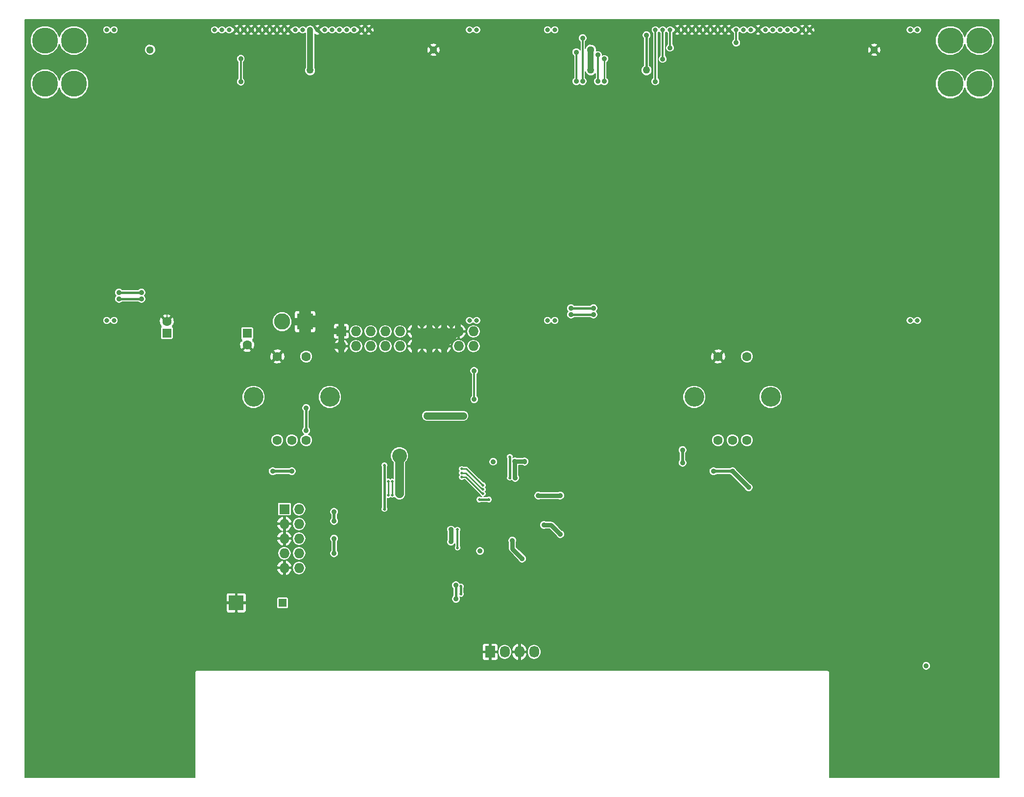
<source format=gbl>
G04 #@! TF.FileFunction,Copper,L2,Bot,Signal*
%FSLAX46Y46*%
G04 Gerber Fmt 4.6, Leading zero omitted, Abs format (unit mm)*
G04 Created by KiCad (PCBNEW (2014-jul-16 BZR unknown)-product) date Qui 04 Dez 2014 14:42:09 BRST*
%MOMM*%
G01*
G04 APERTURE LIST*
%ADD10C,0.152400*%
%ADD11C,0.800000*%
%ADD12C,1.300000*%
%ADD13R,1.600000X1.600000*%
%ADD14C,1.600000*%
%ADD15C,3.400000*%
%ADD16R,1.727200X1.727200*%
%ADD17O,1.727200X1.727200*%
%ADD18R,2.500000X2.500000*%
%ADD19R,1.400000X1.400000*%
%ADD20C,4.500000*%
%ADD21R,1.727200X2.032000*%
%ADD22O,1.727200X2.032000*%
%ADD23R,2.794000X2.794000*%
%ADD24C,2.794000*%
%ADD25C,0.889000*%
%ADD26C,1.270000*%
%ADD27C,2.540000*%
%ADD28C,1.524000*%
%ADD29C,0.508000*%
%ADD30C,0.381000*%
%ADD31C,1.016000*%
%ADD32C,0.762000*%
%ADD33C,1.270000*%
%ADD34C,0.508000*%
%ADD35C,1.524000*%
%ADD36C,0.203200*%
%ADD37C,2.032000*%
%ADD38C,0.254000*%
%ADD39C,0.304800*%
G04 APERTURE END LIST*
D10*
D11*
X109365000Y-2150000D03*
X110635000Y-2150000D03*
X111905000Y-2150000D03*
X113175000Y-2150000D03*
X114445000Y-2150000D03*
X115715000Y-2150000D03*
X116985000Y-2150000D03*
X118255000Y-2150000D03*
X119525000Y-2150000D03*
X120795000Y-2150000D03*
X122065000Y-2150000D03*
X123335000Y-2150000D03*
X124605000Y-2150000D03*
X125875000Y-2150000D03*
X127145000Y-2150000D03*
X128415000Y-2150000D03*
X129685000Y-2150000D03*
X130955000Y-2150000D03*
X132225000Y-2150000D03*
X133495000Y-2150000D03*
X134765000Y-2150000D03*
X136035000Y-2150000D03*
X90725000Y-2150000D03*
X91975000Y-2150000D03*
X154675000Y-2150000D03*
X153425000Y-2150000D03*
X154675000Y-52450000D03*
X153425000Y-52450000D03*
X90725000Y-52450000D03*
X91975000Y-52450000D03*
D12*
X98200000Y-5600000D03*
X147200000Y-5600000D03*
D13*
X38800000Y-54680000D03*
D14*
X38800000Y-56680000D03*
X49000000Y-73170000D03*
X49000000Y-58670000D03*
X44000000Y-73170000D03*
X44000000Y-58670000D03*
X46500000Y-73170000D03*
D15*
X53100000Y-65670000D03*
X39900000Y-65670000D03*
D14*
X125200000Y-73170000D03*
X125200000Y-58670000D03*
X120200000Y-73170000D03*
X120200000Y-58670000D03*
X122700000Y-73170000D03*
D15*
X129300000Y-65670000D03*
X116100000Y-65670000D03*
D16*
X55045000Y-54330000D03*
D17*
X55045000Y-56870000D03*
X57585000Y-54330000D03*
X57585000Y-56870000D03*
X60125000Y-54330000D03*
X60125000Y-56870000D03*
X62665000Y-54330000D03*
X62665000Y-56870000D03*
X65205000Y-54330000D03*
X65205000Y-56870000D03*
X67745000Y-54330000D03*
X67745000Y-56870000D03*
X70285000Y-54330000D03*
X70285000Y-56870000D03*
X72825000Y-54330000D03*
X72825000Y-56870000D03*
X75365000Y-54330000D03*
X75365000Y-56870000D03*
X77905000Y-54330000D03*
X77905000Y-56870000D03*
D18*
X36900000Y-101300000D03*
D19*
X44930000Y-101320000D03*
D20*
X8840000Y-11500000D03*
X8840000Y-4000000D03*
X3840000Y-11500000D03*
X3840000Y-4000000D03*
X165360000Y-11500000D03*
X165360000Y-4000000D03*
X160360000Y-11500000D03*
X160360000Y-4000000D03*
D21*
X80790000Y-109800000D03*
D22*
X83330000Y-109800000D03*
X85870000Y-109800000D03*
X88410000Y-109800000D03*
D16*
X45230000Y-85095000D03*
D17*
X47770000Y-85095000D03*
X45230000Y-87635000D03*
X47770000Y-87635000D03*
X45230000Y-90175000D03*
X47770000Y-90175000D03*
X45230000Y-92715000D03*
X47770000Y-92715000D03*
X45230000Y-95255000D03*
X47770000Y-95255000D03*
D11*
X33165000Y-2150000D03*
X34435000Y-2150000D03*
X35705000Y-2150000D03*
X36975000Y-2150000D03*
X38245000Y-2150000D03*
X39515000Y-2150000D03*
X40785000Y-2150000D03*
X42055000Y-2150000D03*
X43325000Y-2150000D03*
X44595000Y-2150000D03*
X45865000Y-2150000D03*
X47135000Y-2150000D03*
X48405000Y-2150000D03*
X49675000Y-2150000D03*
X50945000Y-2150000D03*
X52215000Y-2150000D03*
X53485000Y-2150000D03*
X54755000Y-2150000D03*
X56025000Y-2150000D03*
X57295000Y-2150000D03*
X58565000Y-2150000D03*
X59835000Y-2150000D03*
X14525000Y-2150000D03*
X15775000Y-2150000D03*
X78475000Y-2150000D03*
X77225000Y-2150000D03*
X78475000Y-52450000D03*
X77225000Y-52450000D03*
X14525000Y-52450000D03*
X15775000Y-52450000D03*
D12*
X22000000Y-5600000D03*
X71000000Y-5600000D03*
D13*
X24900000Y-54600000D03*
D14*
X24900000Y-52600000D03*
D23*
X48801200Y-52650000D03*
D24*
X44838800Y-52650000D03*
D25*
X107840000Y-3040000D03*
D26*
X107840000Y-9125000D03*
X98200000Y-9125000D03*
X49680000Y-9125000D03*
D25*
X125490000Y-81320000D03*
X156200000Y-112190000D03*
D26*
X76150000Y-68925000D03*
X69900000Y-68925000D03*
D25*
X81350000Y-76875000D03*
X46500000Y-78525000D03*
X43200000Y-78520000D03*
D27*
X65125000Y-75850000D03*
D25*
X53808380Y-87137240D03*
X53818540Y-85552280D03*
X92925000Y-89425000D03*
X90094820Y-87830660D03*
X92925000Y-82725000D03*
X85131660Y-79689960D03*
X89127080Y-82727800D03*
X53825000Y-92725000D03*
X53825000Y-90175000D03*
X86775000Y-76850000D03*
X85050000Y-76850000D03*
X79050000Y-92325000D03*
X84650000Y-90500000D03*
X86350000Y-93650000D03*
X74025000Y-88625000D03*
X74025000Y-90725000D03*
X122700000Y-78525000D03*
X119400000Y-78530000D03*
X114060000Y-77060000D03*
X114060000Y-74840000D03*
D28*
X65125000Y-82450000D03*
D25*
X74880000Y-98260000D03*
X74890000Y-100620000D03*
D29*
X106680000Y-66040000D03*
X106680000Y-27940000D03*
X106680000Y-91440000D03*
X165100000Y-104140000D03*
X165100000Y-78740000D03*
X165100000Y-129540000D03*
X5080000Y-104140000D03*
X5080000Y-78740000D03*
X5080000Y-129540000D03*
X30480000Y-78740000D03*
X30480000Y-104140000D03*
X144780000Y-78740000D03*
X144780000Y-104140000D03*
X5080000Y-27940000D03*
X157480000Y-27940000D03*
X55880000Y-27940000D03*
X30480000Y-27940000D03*
X81280000Y-27940000D03*
X132080000Y-27940000D03*
X157480000Y-53340000D03*
X5080000Y-53340000D03*
D25*
X71585000Y-74325000D03*
D26*
X32100000Y-66000000D03*
X32100000Y-62200000D03*
D25*
X159010000Y-110970000D03*
X42360000Y-108380000D03*
X16750000Y-115070000D03*
X37350000Y-59550000D03*
D26*
X34500000Y-64100000D03*
D25*
X86775000Y-73525000D03*
X61025000Y-87125000D03*
X52840000Y-87650000D03*
X126850000Y-108375000D03*
X64325000Y-88475000D03*
X64325000Y-92975000D03*
X80850000Y-79675000D03*
X86850000Y-79675000D03*
X81350000Y-73525000D03*
X92925000Y-81625000D03*
X90100000Y-88925000D03*
X86350000Y-97025000D03*
X85850000Y-90650000D03*
X81350000Y-90650000D03*
X127825000Y-77375000D03*
X117575000Y-77375000D03*
X121475000Y-80950000D03*
X45275000Y-80925000D03*
X41525000Y-77375000D03*
X51500000Y-77350000D03*
X76550000Y-93550000D03*
X80575000Y-97600000D03*
X73860000Y-82400000D03*
X67060000Y-74340000D03*
X67060000Y-70610000D03*
X73795000Y-71070000D03*
X79250000Y-85225000D03*
X72480000Y-96350000D03*
X96270000Y-89430000D03*
D29*
X79561440Y-81686400D03*
X75893680Y-78823820D03*
X75893680Y-79537560D03*
X79561440Y-82400140D03*
X80580000Y-83420000D03*
X78910000Y-83420000D03*
X84200000Y-79680000D03*
X84200000Y-76020000D03*
D25*
X78050000Y-66100000D03*
X78030000Y-61170000D03*
X49000000Y-67575000D03*
X49000000Y-71500000D03*
D29*
X75893680Y-78110080D03*
X79561440Y-80972660D03*
D25*
X37680000Y-11100000D03*
X37680000Y-7170000D03*
X109360000Y-11080000D03*
X16630000Y-48710000D03*
X20510000Y-48710000D03*
X16620000Y-47600000D03*
X20510000Y-47600000D03*
X94750000Y-51420000D03*
X98660000Y-51420000D03*
X94750000Y-50320000D03*
X98660000Y-50320000D03*
D29*
X63170000Y-82660000D03*
X63170000Y-80280000D03*
X63890000Y-80280000D03*
X63890000Y-82650000D03*
X75150000Y-91775000D03*
X75150000Y-88625000D03*
X75770000Y-98450000D03*
X75770000Y-99770000D03*
X62520000Y-85080000D03*
X62520000Y-77490000D03*
D25*
X110640000Y-7190000D03*
X100560000Y-7180000D03*
X100560000Y-11060000D03*
X111900000Y-5240000D03*
X99440000Y-11050000D03*
X99440000Y-6500000D03*
X96810000Y-3570000D03*
X96810000Y-11050000D03*
X95710000Y-6000000D03*
X95710000Y-11050000D03*
X123340000Y-4390000D03*
D30*
X107840000Y-9125000D02*
X107840000Y-3040000D01*
D31*
X98200000Y-9125000D02*
X98200000Y-5600000D01*
X49680000Y-9125000D02*
X49680000Y-2155000D01*
X49680000Y-2155000D02*
X49675000Y-2150000D01*
D32*
X122700000Y-78525000D02*
X122700000Y-78530000D01*
X122700000Y-78530000D02*
X125490000Y-81320000D01*
D33*
X76150000Y-68925000D02*
X69900000Y-68925000D01*
D34*
X46500000Y-78525000D02*
X43205000Y-78525000D01*
D30*
X43200000Y-78520000D02*
X43205000Y-78525000D01*
D34*
X53818540Y-87127080D02*
X53818540Y-85552280D01*
X53808380Y-87137240D02*
X53818540Y-87127080D01*
X53818540Y-85552280D02*
X53825000Y-85558740D01*
D32*
X90094820Y-87830660D02*
X91330660Y-87830660D01*
X91330660Y-87830660D02*
X92925000Y-89425000D01*
X85050000Y-79608300D02*
X85131660Y-79689960D01*
X85050000Y-76850000D02*
X85050000Y-79608300D01*
X89129880Y-82725000D02*
X92925000Y-82725000D01*
X89127080Y-82727800D02*
X89129880Y-82725000D01*
D34*
X53825000Y-92725000D02*
X53825000Y-90175000D01*
D32*
X86775000Y-76850000D02*
X86775000Y-76950000D01*
X86775000Y-76850000D02*
X85050000Y-76850000D01*
X84650000Y-91950000D02*
X86350000Y-93650000D01*
X84650000Y-90500000D02*
X84650000Y-91950000D01*
X74025000Y-90725000D02*
X74025000Y-88625000D01*
D30*
X122625000Y-78600000D02*
X122700000Y-78525000D01*
D34*
X119405000Y-78525000D02*
X122700000Y-78525000D01*
D30*
X119405000Y-78525000D02*
X119400000Y-78530000D01*
D34*
X114060000Y-74840000D02*
X114060000Y-77060000D01*
D35*
X65125000Y-82450000D02*
X65125000Y-75850000D01*
D30*
X74880000Y-98260000D02*
X74890000Y-98270000D01*
X74890000Y-98270000D02*
X74890000Y-100620000D01*
D34*
X53830000Y-90170000D02*
X53825000Y-90175000D01*
D31*
X72825000Y-54330000D02*
X72825000Y-54335000D01*
X72825000Y-54335000D02*
X74092500Y-55602500D01*
X72825000Y-56870000D02*
X74092500Y-55602500D01*
X74092500Y-55602500D02*
X75365000Y-54330000D01*
X70285000Y-56870000D02*
X72825000Y-54330000D01*
X70285000Y-56870000D02*
X72825000Y-56870000D01*
X72825000Y-56870000D02*
X70285000Y-54330000D01*
X70285000Y-54330000D02*
X75365000Y-54330000D01*
X75365000Y-54330000D02*
X75260000Y-54225000D01*
X75260000Y-54225000D02*
X75260000Y-52450000D01*
X72825000Y-56870000D02*
X72825000Y-58845000D01*
X72825000Y-58845000D02*
X72820000Y-58850000D01*
X72825000Y-56870000D02*
X72825000Y-52425000D01*
X72825000Y-52425000D02*
X72820000Y-52420000D01*
X70285000Y-54330000D02*
X70285000Y-52485000D01*
X70285000Y-52485000D02*
X70290000Y-52480000D01*
X70285000Y-54330000D02*
X70285000Y-58735000D01*
X70285000Y-58735000D02*
X70320000Y-58770000D01*
D36*
X106680000Y-91440000D02*
X106680000Y-66040000D01*
X106680000Y-66040000D02*
X106680000Y-27940000D01*
X165100000Y-129540000D02*
X165100000Y-104140000D01*
X165100000Y-104140000D02*
X165100000Y-78740000D01*
X5080000Y-129540000D02*
X5080000Y-104140000D01*
X5080000Y-104140000D02*
X5080000Y-78740000D01*
X30480000Y-104140000D02*
X30480000Y-78740000D01*
X30480000Y-78740000D02*
X5080000Y-78740000D01*
X144780000Y-104140000D02*
X144780000Y-78740000D01*
X144780000Y-78740000D02*
X165100000Y-78740000D01*
X157480000Y-71120000D02*
X165100000Y-78740000D01*
X157480000Y-53340000D02*
X157480000Y-27940000D01*
X132080000Y-27940000D02*
X106680000Y-27940000D01*
X81280000Y-27940000D02*
X55880000Y-27940000D01*
X30480000Y-27940000D02*
X5080000Y-27940000D01*
X55880000Y-27940000D02*
X30480000Y-27940000D01*
X106680000Y-27940000D02*
X81280000Y-27940000D01*
X157480000Y-27940000D02*
X132080000Y-27940000D01*
X157480000Y-53340000D02*
X157480000Y-71120000D01*
X5080000Y-53340000D02*
X5080000Y-27940000D01*
X5080000Y-78740000D02*
X5080000Y-53340000D01*
X24900000Y-47760000D02*
X5080000Y-27940000D01*
X24900000Y-47760000D02*
X24900000Y-52600000D01*
D33*
X48801200Y-52650000D02*
X47100000Y-52650000D01*
D37*
X48801200Y-52650000D02*
X48801200Y-55271200D01*
X48801200Y-55271200D02*
X48810000Y-55280000D01*
X48801200Y-52650000D02*
X51220000Y-52650000D01*
X48801200Y-52650000D02*
X48801200Y-50171200D01*
X48801200Y-50171200D02*
X48780000Y-50150000D01*
D31*
X55045000Y-54330000D02*
X53470000Y-54330000D01*
X55045000Y-54330000D02*
X55045000Y-52475000D01*
D32*
X55045000Y-52475000D02*
X55050000Y-52470000D01*
D31*
X55045000Y-54330000D02*
X55045000Y-56870000D01*
X55045000Y-56870000D02*
X53570000Y-56870000D01*
X55045000Y-58365000D02*
X55040000Y-58370000D01*
X55045000Y-56870000D02*
X55045000Y-58365000D01*
X67745000Y-52435000D02*
X67740000Y-52430000D01*
X67745000Y-54330000D02*
X67745000Y-52435000D01*
X70285000Y-56870000D02*
X67745000Y-54330000D01*
X67745000Y-56870000D02*
X70285000Y-56870000D01*
X67745000Y-54330000D02*
X67745000Y-56870000D01*
X70285000Y-54330000D02*
X67745000Y-54330000D01*
X70285000Y-54330000D02*
X67745000Y-56870000D01*
X67745000Y-58695000D02*
X67750000Y-58700000D01*
X67745000Y-56870000D02*
X67745000Y-58695000D01*
D38*
X79561440Y-81686400D02*
X79447140Y-81686400D01*
X76584560Y-78823820D02*
X75893680Y-78823820D01*
X79447140Y-81686400D02*
X76584560Y-78823820D01*
X79444600Y-82400140D02*
X76582020Y-79537560D01*
X76582020Y-79537560D02*
X75893680Y-79537560D01*
X79561440Y-82400140D02*
X79444600Y-82400140D01*
D30*
X78910000Y-83420000D02*
X80580000Y-83420000D01*
X84200000Y-76020000D02*
X84200000Y-79680000D01*
D39*
X78050000Y-66100000D02*
X78030000Y-66080000D01*
X78030000Y-66080000D02*
X78030000Y-61170000D01*
D30*
X49000000Y-67575000D02*
X49000000Y-71500000D01*
D38*
X76698860Y-78110080D02*
X75893680Y-78110080D01*
X79561440Y-80972660D02*
X76698860Y-78110080D01*
D39*
X37680000Y-11100000D02*
X37680000Y-7170000D01*
X109365000Y-11075000D02*
X109360000Y-11080000D01*
X109365000Y-11075000D02*
X109365000Y-2150000D01*
D30*
X16630000Y-48710000D02*
X20510000Y-48710000D01*
X16620000Y-47600000D02*
X20510000Y-47600000D01*
X94750000Y-51420000D02*
X98660000Y-51420000D01*
X98660000Y-50320000D02*
X94750000Y-50320000D01*
D38*
X63170000Y-80280000D02*
X63170000Y-82660000D01*
X63890000Y-80280000D02*
X63890000Y-82650000D01*
D39*
X75150000Y-88625000D02*
X75150000Y-91775000D01*
D30*
X75770000Y-99770000D02*
X75770000Y-98450000D01*
X62520000Y-85080000D02*
X62520000Y-77490000D01*
D39*
X110640000Y-2155000D02*
X110640000Y-7190000D01*
D38*
X100560000Y-11060000D02*
X100560000Y-7180000D01*
D39*
X110640000Y-2155000D02*
X110635000Y-2150000D01*
X111905000Y-2150000D02*
X111905000Y-5235000D01*
X111905000Y-5235000D02*
X111900000Y-5240000D01*
X99440000Y-11050000D02*
X99440000Y-6500000D01*
X96810000Y-3570000D02*
X96810000Y-11050000D01*
X95710000Y-11050000D02*
X95710000Y-6000000D01*
X123340000Y-4390000D02*
X123335000Y-4385000D01*
X123335000Y-4385000D02*
X123335000Y-2150000D01*
D36*
G36*
X168819000Y-131519000D02*
X167915242Y-131519000D01*
X167915242Y-10994048D01*
X167915242Y-3494048D01*
X167527117Y-2554713D01*
X166809067Y-1835409D01*
X165870411Y-1445645D01*
X164854048Y-1444758D01*
X163914713Y-1832883D01*
X163195409Y-2550933D01*
X162859655Y-3359517D01*
X162527117Y-2554713D01*
X161809067Y-1835409D01*
X160870411Y-1445645D01*
X159854048Y-1444758D01*
X158914713Y-1832883D01*
X158195409Y-2550933D01*
X157805645Y-3489589D01*
X157804758Y-4505952D01*
X158192883Y-5445287D01*
X158910933Y-6164591D01*
X159849589Y-6554355D01*
X160865952Y-6555242D01*
X161805287Y-6167117D01*
X162524591Y-5449067D01*
X162860344Y-4640482D01*
X163192883Y-5445287D01*
X163910933Y-6164591D01*
X164849589Y-6554355D01*
X165865952Y-6555242D01*
X166805287Y-6167117D01*
X167524591Y-5449067D01*
X167914355Y-4510411D01*
X167915242Y-3494048D01*
X167915242Y-10994048D01*
X167527117Y-10054713D01*
X166809067Y-9335409D01*
X165870411Y-8945645D01*
X164854048Y-8944758D01*
X163914713Y-9332883D01*
X163195409Y-10050933D01*
X162859655Y-10859517D01*
X162527117Y-10054713D01*
X161809067Y-9335409D01*
X160870411Y-8945645D01*
X159854048Y-8944758D01*
X158914713Y-9332883D01*
X158195409Y-10050933D01*
X157805645Y-10989589D01*
X157804758Y-12005952D01*
X158192883Y-12945287D01*
X158910933Y-13664591D01*
X159849589Y-14054355D01*
X160865952Y-14055242D01*
X161805287Y-13667117D01*
X162524591Y-12949067D01*
X162860344Y-12140482D01*
X163192883Y-12945287D01*
X163910933Y-13664591D01*
X164849589Y-14054355D01*
X165865952Y-14055242D01*
X166805287Y-13667117D01*
X167524591Y-12949067D01*
X167914355Y-12010411D01*
X167915242Y-10994048D01*
X167915242Y-131519000D01*
X156949430Y-131519000D01*
X156949430Y-112041609D01*
X156835596Y-111766110D01*
X156624999Y-111555144D01*
X156349699Y-111440830D01*
X156051609Y-111440570D01*
X155776110Y-111554404D01*
X155565144Y-111765001D01*
X155450830Y-112040301D01*
X155450570Y-112338391D01*
X155564404Y-112613890D01*
X155775001Y-112824856D01*
X156050301Y-112939170D01*
X156348391Y-112939430D01*
X156623890Y-112825596D01*
X156834856Y-112614999D01*
X156949170Y-112339699D01*
X156949430Y-112041609D01*
X156949430Y-131519000D01*
X155379922Y-131519000D01*
X155379922Y-52310422D01*
X155379922Y-2010422D01*
X155272849Y-1751284D01*
X155074758Y-1552848D01*
X154815808Y-1445322D01*
X154535422Y-1445078D01*
X154276284Y-1552151D01*
X154077848Y-1750242D01*
X154050064Y-1817151D01*
X154022849Y-1751284D01*
X153824758Y-1552848D01*
X153565808Y-1445322D01*
X153285422Y-1445078D01*
X153026284Y-1552151D01*
X152827848Y-1750242D01*
X152720322Y-2009192D01*
X152720078Y-2289578D01*
X152827151Y-2548716D01*
X153025242Y-2747152D01*
X153284192Y-2854678D01*
X153564578Y-2854922D01*
X153823716Y-2747849D01*
X154022152Y-2549758D01*
X154049935Y-2482848D01*
X154077151Y-2548716D01*
X154275242Y-2747152D01*
X154534192Y-2854678D01*
X154814578Y-2854922D01*
X155073716Y-2747849D01*
X155272152Y-2549758D01*
X155379678Y-2290808D01*
X155379922Y-2010422D01*
X155379922Y-52310422D01*
X155272849Y-52051284D01*
X155074758Y-51852848D01*
X154815808Y-51745322D01*
X154535422Y-51745078D01*
X154276284Y-51852151D01*
X154077848Y-52050242D01*
X154050064Y-52117151D01*
X154022849Y-52051284D01*
X153824758Y-51852848D01*
X153565808Y-51745322D01*
X153285422Y-51745078D01*
X153026284Y-51852151D01*
X152827848Y-52050242D01*
X152720322Y-52309192D01*
X152720078Y-52589578D01*
X152827151Y-52848716D01*
X153025242Y-53047152D01*
X153284192Y-53154678D01*
X153564578Y-53154922D01*
X153823716Y-53047849D01*
X154022152Y-52849758D01*
X154049935Y-52782848D01*
X154077151Y-52848716D01*
X154275242Y-53047152D01*
X154534192Y-53154678D01*
X154814578Y-53154922D01*
X155073716Y-53047849D01*
X155272152Y-52849758D01*
X155379678Y-52590808D01*
X155379922Y-52310422D01*
X155379922Y-131519000D01*
X148348638Y-131519000D01*
X148348638Y-5719033D01*
X148306756Y-5270407D01*
X148215651Y-5050463D01*
X148031026Y-4984500D01*
X147815500Y-5200026D01*
X147815500Y-4768974D01*
X147749537Y-4584349D01*
X147319033Y-4451362D01*
X146870407Y-4493244D01*
X146650463Y-4584349D01*
X146584500Y-4768974D01*
X147200000Y-5384474D01*
X147815500Y-4768974D01*
X147815500Y-5200026D01*
X147415526Y-5600000D01*
X148031026Y-6215500D01*
X148215651Y-6149537D01*
X148348638Y-5719033D01*
X148348638Y-131519000D01*
X147815500Y-131519000D01*
X147815500Y-6431026D01*
X147200000Y-5815526D01*
X146984474Y-6031052D01*
X146984474Y-5600000D01*
X146368974Y-4984500D01*
X146184349Y-5050463D01*
X146051362Y-5480967D01*
X146093244Y-5929593D01*
X146184349Y-6149537D01*
X146368974Y-6215500D01*
X146984474Y-5600000D01*
X146984474Y-6031052D01*
X146584500Y-6431026D01*
X146650463Y-6615651D01*
X147080967Y-6748638D01*
X147529593Y-6706756D01*
X147749537Y-6615651D01*
X147815500Y-6431026D01*
X147815500Y-131519000D01*
X139481000Y-131519000D01*
X139481000Y-113390000D01*
X139451998Y-113244198D01*
X139369408Y-113120592D01*
X139245802Y-113038002D01*
X139100000Y-113009000D01*
X136932964Y-113009000D01*
X136932964Y-2208852D01*
X136887132Y-1860736D01*
X136842089Y-1751992D01*
X136683129Y-1717397D01*
X136467603Y-1932923D01*
X136467603Y-1501871D01*
X136433008Y-1342911D01*
X136093852Y-1252036D01*
X135745736Y-1297868D01*
X135636992Y-1342911D01*
X135602397Y-1501871D01*
X136035000Y-1934474D01*
X136467603Y-1501871D01*
X136467603Y-1932923D01*
X136250526Y-2150000D01*
X136683129Y-2582603D01*
X136842089Y-2548008D01*
X136932964Y-2208852D01*
X136932964Y-113009000D01*
X136467603Y-113009000D01*
X136467603Y-2798129D01*
X136035000Y-2365526D01*
X135819474Y-2581052D01*
X135819474Y-2150000D01*
X135630311Y-1960837D01*
X135617132Y-1860736D01*
X135572089Y-1751992D01*
X135413129Y-1717397D01*
X135400000Y-1730525D01*
X135386871Y-1717397D01*
X135227911Y-1751992D01*
X135197603Y-1865103D01*
X135197603Y-1501871D01*
X135163008Y-1342911D01*
X134823852Y-1252036D01*
X134475736Y-1297868D01*
X134366992Y-1342911D01*
X134332397Y-1501871D01*
X134765000Y-1934474D01*
X135197603Y-1501871D01*
X135197603Y-1865103D01*
X135172780Y-1957745D01*
X134980526Y-2150000D01*
X135169688Y-2339162D01*
X135182868Y-2439264D01*
X135227911Y-2548008D01*
X135386871Y-2582603D01*
X135400000Y-2569474D01*
X135413129Y-2582603D01*
X135572089Y-2548008D01*
X135627219Y-2342254D01*
X135819474Y-2150000D01*
X135819474Y-2581052D01*
X135602397Y-2798129D01*
X135636992Y-2957089D01*
X135976148Y-3047964D01*
X136324264Y-3002132D01*
X136433008Y-2957089D01*
X136467603Y-2798129D01*
X136467603Y-113009000D01*
X135197603Y-113009000D01*
X135197603Y-2798129D01*
X134765000Y-2365526D01*
X134549474Y-2581052D01*
X134549474Y-2150000D01*
X134116871Y-1717397D01*
X134069345Y-1727740D01*
X133894758Y-1552848D01*
X133635808Y-1445322D01*
X133355422Y-1445078D01*
X133096284Y-1552151D01*
X132897848Y-1750242D01*
X132860039Y-1841293D01*
X132822849Y-1751284D01*
X132624758Y-1552848D01*
X132365808Y-1445322D01*
X132085422Y-1445078D01*
X131826284Y-1552151D01*
X131627848Y-1750242D01*
X131590039Y-1841293D01*
X131552849Y-1751284D01*
X131354758Y-1552848D01*
X131095808Y-1445322D01*
X130815422Y-1445078D01*
X130556284Y-1552151D01*
X130357848Y-1750242D01*
X130320039Y-1841293D01*
X130282849Y-1751284D01*
X130084758Y-1552848D01*
X129825808Y-1445322D01*
X129545422Y-1445078D01*
X129286284Y-1552151D01*
X129087848Y-1750242D01*
X129050039Y-1841293D01*
X129012849Y-1751284D01*
X128814758Y-1552848D01*
X128555808Y-1445322D01*
X128275422Y-1445078D01*
X128016284Y-1552151D01*
X127840436Y-1727692D01*
X127793129Y-1717397D01*
X127577603Y-1932923D01*
X127577603Y-1501871D01*
X127543008Y-1342911D01*
X127203852Y-1252036D01*
X126855736Y-1297868D01*
X126746992Y-1342911D01*
X126712397Y-1501871D01*
X127145000Y-1934474D01*
X127577603Y-1501871D01*
X127577603Y-1932923D01*
X127360526Y-2150000D01*
X127793129Y-2582603D01*
X127840654Y-2572259D01*
X128015242Y-2747152D01*
X128274192Y-2854678D01*
X128554578Y-2854922D01*
X128813716Y-2747849D01*
X129012152Y-2549758D01*
X129049960Y-2458706D01*
X129087151Y-2548716D01*
X129285242Y-2747152D01*
X129544192Y-2854678D01*
X129824578Y-2854922D01*
X130083716Y-2747849D01*
X130282152Y-2549758D01*
X130319960Y-2458706D01*
X130357151Y-2548716D01*
X130555242Y-2747152D01*
X130814192Y-2854678D01*
X131094578Y-2854922D01*
X131353716Y-2747849D01*
X131552152Y-2549758D01*
X131589960Y-2458706D01*
X131627151Y-2548716D01*
X131825242Y-2747152D01*
X132084192Y-2854678D01*
X132364578Y-2854922D01*
X132623716Y-2747849D01*
X132822152Y-2549758D01*
X132859960Y-2458706D01*
X132897151Y-2548716D01*
X133095242Y-2747152D01*
X133354192Y-2854678D01*
X133634578Y-2854922D01*
X133893716Y-2747849D01*
X134069563Y-2572307D01*
X134116871Y-2582603D01*
X134549474Y-2150000D01*
X134549474Y-2581052D01*
X134332397Y-2798129D01*
X134366992Y-2957089D01*
X134706148Y-3047964D01*
X135054264Y-3002132D01*
X135163008Y-2957089D01*
X135197603Y-2798129D01*
X135197603Y-113009000D01*
X131305147Y-113009000D01*
X131305147Y-65272970D01*
X131000577Y-64535856D01*
X130437111Y-63971405D01*
X129700529Y-63665549D01*
X128902970Y-63664853D01*
X128165856Y-63969423D01*
X127601405Y-64532889D01*
X127577603Y-64590210D01*
X127577603Y-2798129D01*
X127145000Y-2365526D01*
X126929474Y-2581052D01*
X126929474Y-2150000D01*
X126496871Y-1717397D01*
X126449345Y-1727740D01*
X126274758Y-1552848D01*
X126015808Y-1445322D01*
X125735422Y-1445078D01*
X125476284Y-1552151D01*
X125277848Y-1750242D01*
X125240039Y-1841293D01*
X125202849Y-1751284D01*
X125004758Y-1552848D01*
X124745808Y-1445322D01*
X124465422Y-1445078D01*
X124206284Y-1552151D01*
X124007848Y-1750242D01*
X123970039Y-1841293D01*
X123932849Y-1751284D01*
X123734758Y-1552848D01*
X123475808Y-1445322D01*
X123195422Y-1445078D01*
X122936284Y-1552151D01*
X122760436Y-1727692D01*
X122713129Y-1717397D01*
X122497603Y-1932923D01*
X122497603Y-1501871D01*
X122463008Y-1342911D01*
X122123852Y-1252036D01*
X121775736Y-1297868D01*
X121666992Y-1342911D01*
X121632397Y-1501871D01*
X122065000Y-1934474D01*
X122497603Y-1501871D01*
X122497603Y-1932923D01*
X122280526Y-2150000D01*
X122713129Y-2582603D01*
X122760654Y-2572259D01*
X122877800Y-2689609D01*
X122877800Y-3792646D01*
X122705144Y-3965001D01*
X122590830Y-4240301D01*
X122590570Y-4538391D01*
X122704404Y-4813890D01*
X122915001Y-5024856D01*
X123190301Y-5139170D01*
X123488391Y-5139430D01*
X123763890Y-5025596D01*
X123974856Y-4814999D01*
X124089170Y-4539699D01*
X124089430Y-4241609D01*
X123975596Y-3966110D01*
X123792200Y-3782392D01*
X123792200Y-2689466D01*
X123932152Y-2549758D01*
X123969960Y-2458706D01*
X124007151Y-2548716D01*
X124205242Y-2747152D01*
X124464192Y-2854678D01*
X124744578Y-2854922D01*
X125003716Y-2747849D01*
X125202152Y-2549758D01*
X125239960Y-2458706D01*
X125277151Y-2548716D01*
X125475242Y-2747152D01*
X125734192Y-2854678D01*
X126014578Y-2854922D01*
X126273716Y-2747849D01*
X126449563Y-2572307D01*
X126496871Y-2582603D01*
X126929474Y-2150000D01*
X126929474Y-2581052D01*
X126712397Y-2798129D01*
X126746992Y-2957089D01*
X127086148Y-3047964D01*
X127434264Y-3002132D01*
X127543008Y-2957089D01*
X127577603Y-2798129D01*
X127577603Y-64590210D01*
X127295549Y-65269471D01*
X127294853Y-66067030D01*
X127599423Y-66804144D01*
X128162889Y-67368595D01*
X128899471Y-67674451D01*
X129697030Y-67675147D01*
X130434144Y-67370577D01*
X130998595Y-66807111D01*
X131304451Y-66070529D01*
X131305147Y-65272970D01*
X131305147Y-113009000D01*
X126304991Y-113009000D01*
X126304991Y-72951206D01*
X126304991Y-58451206D01*
X126137150Y-58044999D01*
X125826636Y-57733943D01*
X125420722Y-57565393D01*
X124981206Y-57565009D01*
X124574999Y-57732850D01*
X124263943Y-58043364D01*
X124095393Y-58449278D01*
X124095009Y-58888794D01*
X124262850Y-59295001D01*
X124573364Y-59606057D01*
X124979278Y-59774607D01*
X125418794Y-59774991D01*
X125825001Y-59607150D01*
X126136057Y-59296636D01*
X126304607Y-58890722D01*
X126304991Y-58451206D01*
X126304991Y-72951206D01*
X126137150Y-72544999D01*
X125826636Y-72233943D01*
X125420722Y-72065393D01*
X124981206Y-72065009D01*
X124574999Y-72232850D01*
X124263943Y-72543364D01*
X124095393Y-72949278D01*
X124095009Y-73388794D01*
X124262850Y-73795001D01*
X124573364Y-74106057D01*
X124979278Y-74274607D01*
X125418794Y-74274991D01*
X125825001Y-74107150D01*
X126136057Y-73796636D01*
X126304607Y-73390722D01*
X126304991Y-72951206D01*
X126304991Y-113009000D01*
X126239430Y-113009000D01*
X126239430Y-81171609D01*
X126125596Y-80896110D01*
X125914999Y-80685144D01*
X125761113Y-80621245D01*
X123804991Y-78665123D01*
X123804991Y-72951206D01*
X123637150Y-72544999D01*
X123326636Y-72233943D01*
X122920722Y-72065393D01*
X122497603Y-72065023D01*
X122497603Y-2798129D01*
X122065000Y-2365526D01*
X121849474Y-2581052D01*
X121849474Y-2150000D01*
X121660311Y-1960837D01*
X121647132Y-1860736D01*
X121602089Y-1751992D01*
X121443129Y-1717397D01*
X121430000Y-1730525D01*
X121416871Y-1717397D01*
X121257911Y-1751992D01*
X121227603Y-1865103D01*
X121227603Y-1501871D01*
X121193008Y-1342911D01*
X120853852Y-1252036D01*
X120505736Y-1297868D01*
X120396992Y-1342911D01*
X120362397Y-1501871D01*
X120795000Y-1934474D01*
X121227603Y-1501871D01*
X121227603Y-1865103D01*
X121202780Y-1957745D01*
X121010526Y-2150000D01*
X121199688Y-2339162D01*
X121212868Y-2439264D01*
X121257911Y-2548008D01*
X121416871Y-2582603D01*
X121430000Y-2569474D01*
X121443129Y-2582603D01*
X121602089Y-2548008D01*
X121657219Y-2342254D01*
X121849474Y-2150000D01*
X121849474Y-2581052D01*
X121632397Y-2798129D01*
X121666992Y-2957089D01*
X122006148Y-3047964D01*
X122354264Y-3002132D01*
X122463008Y-2957089D01*
X122497603Y-2798129D01*
X122497603Y-72065023D01*
X122481206Y-72065009D01*
X122074999Y-72232850D01*
X121763943Y-72543364D01*
X121595393Y-72949278D01*
X121595009Y-73388794D01*
X121762850Y-73795001D01*
X122073364Y-74106057D01*
X122479278Y-74274607D01*
X122918794Y-74274991D01*
X123325001Y-74107150D01*
X123636057Y-73796636D01*
X123804607Y-73390722D01*
X123804991Y-72951206D01*
X123804991Y-78665123D01*
X123402219Y-78262351D01*
X123335596Y-78101110D01*
X123124999Y-77890144D01*
X122849699Y-77775830D01*
X122551609Y-77775570D01*
X122276110Y-77889404D01*
X122199179Y-77966200D01*
X121498508Y-77966200D01*
X121498508Y-58825014D01*
X121458986Y-58316297D01*
X121340343Y-58029868D01*
X121227603Y-57982239D01*
X121227603Y-2798129D01*
X120795000Y-2365526D01*
X120579474Y-2581052D01*
X120579474Y-2150000D01*
X120390311Y-1960837D01*
X120377132Y-1860736D01*
X120332089Y-1751992D01*
X120173129Y-1717397D01*
X120160000Y-1730525D01*
X120146871Y-1717397D01*
X119987911Y-1751992D01*
X119957603Y-1865103D01*
X119957603Y-1501871D01*
X119923008Y-1342911D01*
X119583852Y-1252036D01*
X119235736Y-1297868D01*
X119126992Y-1342911D01*
X119092397Y-1501871D01*
X119525000Y-1934474D01*
X119957603Y-1501871D01*
X119957603Y-1865103D01*
X119932780Y-1957745D01*
X119740526Y-2150000D01*
X119929688Y-2339162D01*
X119942868Y-2439264D01*
X119987911Y-2548008D01*
X120146871Y-2582603D01*
X120160000Y-2569474D01*
X120173129Y-2582603D01*
X120332089Y-2548008D01*
X120387219Y-2342254D01*
X120579474Y-2150000D01*
X120579474Y-2581052D01*
X120362397Y-2798129D01*
X120396992Y-2957089D01*
X120736148Y-3047964D01*
X121084264Y-3002132D01*
X121193008Y-2957089D01*
X121227603Y-2798129D01*
X121227603Y-57982239D01*
X121140208Y-57945318D01*
X120924682Y-58160844D01*
X120924682Y-57729792D01*
X120840132Y-57529657D01*
X120355014Y-57371492D01*
X119957603Y-57402366D01*
X119957603Y-2798129D01*
X119525000Y-2365526D01*
X119309474Y-2581052D01*
X119309474Y-2150000D01*
X119120311Y-1960837D01*
X119107132Y-1860736D01*
X119062089Y-1751992D01*
X118903129Y-1717397D01*
X118890000Y-1730525D01*
X118876871Y-1717397D01*
X118717911Y-1751992D01*
X118687603Y-1865103D01*
X118687603Y-1501871D01*
X118653008Y-1342911D01*
X118313852Y-1252036D01*
X117965736Y-1297868D01*
X117856992Y-1342911D01*
X117822397Y-1501871D01*
X118255000Y-1934474D01*
X118687603Y-1501871D01*
X118687603Y-1865103D01*
X118662780Y-1957745D01*
X118470526Y-2150000D01*
X118659688Y-2339162D01*
X118672868Y-2439264D01*
X118717911Y-2548008D01*
X118876871Y-2582603D01*
X118890000Y-2569474D01*
X118903129Y-2582603D01*
X119062089Y-2548008D01*
X119117219Y-2342254D01*
X119309474Y-2150000D01*
X119309474Y-2581052D01*
X119092397Y-2798129D01*
X119126992Y-2957089D01*
X119466148Y-3047964D01*
X119814264Y-3002132D01*
X119923008Y-2957089D01*
X119957603Y-2798129D01*
X119957603Y-57402366D01*
X119846297Y-57411014D01*
X119559868Y-57529657D01*
X119475318Y-57729792D01*
X120200000Y-58454474D01*
X120924682Y-57729792D01*
X120924682Y-58160844D01*
X120415526Y-58670000D01*
X121140208Y-59394682D01*
X121340343Y-59310132D01*
X121498508Y-58825014D01*
X121498508Y-77966200D01*
X121304991Y-77966200D01*
X121304991Y-72951206D01*
X121137150Y-72544999D01*
X120924682Y-72332160D01*
X120924682Y-59610208D01*
X120200000Y-58885526D01*
X119984474Y-59101052D01*
X119984474Y-58670000D01*
X119259792Y-57945318D01*
X119059657Y-58029868D01*
X118901492Y-58514986D01*
X118941014Y-59023703D01*
X119059657Y-59310132D01*
X119259792Y-59394682D01*
X119984474Y-58670000D01*
X119984474Y-59101052D01*
X119475318Y-59610208D01*
X119559868Y-59810343D01*
X120044986Y-59968508D01*
X120553703Y-59928986D01*
X120840132Y-59810343D01*
X120924682Y-59610208D01*
X120924682Y-72332160D01*
X120826636Y-72233943D01*
X120420722Y-72065393D01*
X119981206Y-72065009D01*
X119574999Y-72232850D01*
X119263943Y-72543364D01*
X119095393Y-72949278D01*
X119095009Y-73388794D01*
X119262850Y-73795001D01*
X119573364Y-74106057D01*
X119979278Y-74274607D01*
X120418794Y-74274991D01*
X120825001Y-74107150D01*
X121136057Y-73796636D01*
X121304607Y-73390722D01*
X121304991Y-72951206D01*
X121304991Y-77966200D01*
X119895930Y-77966200D01*
X119824999Y-77895144D01*
X119549699Y-77780830D01*
X119251609Y-77780570D01*
X118976110Y-77894404D01*
X118765144Y-78105001D01*
X118687603Y-78291741D01*
X118687603Y-2798129D01*
X118255000Y-2365526D01*
X118039474Y-2581052D01*
X118039474Y-2150000D01*
X117850311Y-1960837D01*
X117837132Y-1860736D01*
X117792089Y-1751992D01*
X117633129Y-1717397D01*
X117620000Y-1730525D01*
X117606871Y-1717397D01*
X117447911Y-1751992D01*
X117417603Y-1865103D01*
X117417603Y-1501871D01*
X117383008Y-1342911D01*
X117043852Y-1252036D01*
X116695736Y-1297868D01*
X116586992Y-1342911D01*
X116552397Y-1501871D01*
X116985000Y-1934474D01*
X117417603Y-1501871D01*
X117417603Y-1865103D01*
X117392780Y-1957745D01*
X117200526Y-2150000D01*
X117389688Y-2339162D01*
X117402868Y-2439264D01*
X117447911Y-2548008D01*
X117606871Y-2582603D01*
X117620000Y-2569474D01*
X117633129Y-2582603D01*
X117792089Y-2548008D01*
X117847219Y-2342254D01*
X118039474Y-2150000D01*
X118039474Y-2581052D01*
X117822397Y-2798129D01*
X117856992Y-2957089D01*
X118196148Y-3047964D01*
X118544264Y-3002132D01*
X118653008Y-2957089D01*
X118687603Y-2798129D01*
X118687603Y-78291741D01*
X118650830Y-78380301D01*
X118650570Y-78678391D01*
X118764404Y-78953890D01*
X118975001Y-79164856D01*
X119250301Y-79279170D01*
X119548391Y-79279430D01*
X119823890Y-79165596D01*
X119905829Y-79083800D01*
X122199078Y-79083800D01*
X122275001Y-79159856D01*
X122420336Y-79220204D01*
X124791300Y-81591168D01*
X124854404Y-81743890D01*
X125065001Y-81954856D01*
X125340301Y-82069170D01*
X125638391Y-82069430D01*
X125913890Y-81955596D01*
X126124856Y-81744999D01*
X126239170Y-81469699D01*
X126239430Y-81171609D01*
X126239430Y-113009000D01*
X118105147Y-113009000D01*
X118105147Y-65272970D01*
X117800577Y-64535856D01*
X117417603Y-64152212D01*
X117417603Y-2798129D01*
X116985000Y-2365526D01*
X116769474Y-2581052D01*
X116769474Y-2150000D01*
X116580311Y-1960837D01*
X116567132Y-1860736D01*
X116522089Y-1751992D01*
X116363129Y-1717397D01*
X116350000Y-1730525D01*
X116336871Y-1717397D01*
X116177911Y-1751992D01*
X116147603Y-1865103D01*
X116147603Y-1501871D01*
X116113008Y-1342911D01*
X115773852Y-1252036D01*
X115425736Y-1297868D01*
X115316992Y-1342911D01*
X115282397Y-1501871D01*
X115715000Y-1934474D01*
X116147603Y-1501871D01*
X116147603Y-1865103D01*
X116122780Y-1957745D01*
X115930526Y-2150000D01*
X116119688Y-2339162D01*
X116132868Y-2439264D01*
X116177911Y-2548008D01*
X116336871Y-2582603D01*
X116350000Y-2569474D01*
X116363129Y-2582603D01*
X116522089Y-2548008D01*
X116577219Y-2342254D01*
X116769474Y-2150000D01*
X116769474Y-2581052D01*
X116552397Y-2798129D01*
X116586992Y-2957089D01*
X116926148Y-3047964D01*
X117274264Y-3002132D01*
X117383008Y-2957089D01*
X117417603Y-2798129D01*
X117417603Y-64152212D01*
X117237111Y-63971405D01*
X116500529Y-63665549D01*
X116147603Y-63665241D01*
X116147603Y-2798129D01*
X115715000Y-2365526D01*
X115499474Y-2581052D01*
X115499474Y-2150000D01*
X115310311Y-1960837D01*
X115297132Y-1860736D01*
X115252089Y-1751992D01*
X115093129Y-1717397D01*
X115080000Y-1730525D01*
X115066871Y-1717397D01*
X114907911Y-1751992D01*
X114877603Y-1865103D01*
X114877603Y-1501871D01*
X114843008Y-1342911D01*
X114503852Y-1252036D01*
X114155736Y-1297868D01*
X114046992Y-1342911D01*
X114012397Y-1501871D01*
X114445000Y-1934474D01*
X114877603Y-1501871D01*
X114877603Y-1865103D01*
X114852780Y-1957745D01*
X114660526Y-2150000D01*
X114849688Y-2339162D01*
X114862868Y-2439264D01*
X114907911Y-2548008D01*
X115066871Y-2582603D01*
X115080000Y-2569474D01*
X115093129Y-2582603D01*
X115252089Y-2548008D01*
X115307219Y-2342254D01*
X115499474Y-2150000D01*
X115499474Y-2581052D01*
X115282397Y-2798129D01*
X115316992Y-2957089D01*
X115656148Y-3047964D01*
X116004264Y-3002132D01*
X116113008Y-2957089D01*
X116147603Y-2798129D01*
X116147603Y-63665241D01*
X115702970Y-63664853D01*
X114965856Y-63969423D01*
X114877603Y-64057521D01*
X114877603Y-2798129D01*
X114445000Y-2365526D01*
X114229474Y-2581052D01*
X114229474Y-2150000D01*
X114040311Y-1960837D01*
X114027132Y-1860736D01*
X113982089Y-1751992D01*
X113823129Y-1717397D01*
X113810000Y-1730525D01*
X113796871Y-1717397D01*
X113637911Y-1751992D01*
X113607603Y-1865103D01*
X113607603Y-1501871D01*
X113573008Y-1342911D01*
X113233852Y-1252036D01*
X112885736Y-1297868D01*
X112776992Y-1342911D01*
X112742397Y-1501871D01*
X113175000Y-1934474D01*
X113607603Y-1501871D01*
X113607603Y-1865103D01*
X113582780Y-1957745D01*
X113390526Y-2150000D01*
X113579688Y-2339162D01*
X113592868Y-2439264D01*
X113637911Y-2548008D01*
X113796871Y-2582603D01*
X113810000Y-2569474D01*
X113823129Y-2582603D01*
X113982089Y-2548008D01*
X114037219Y-2342254D01*
X114229474Y-2150000D01*
X114229474Y-2581052D01*
X114012397Y-2798129D01*
X114046992Y-2957089D01*
X114386148Y-3047964D01*
X114734264Y-3002132D01*
X114843008Y-2957089D01*
X114877603Y-2798129D01*
X114877603Y-64057521D01*
X114401405Y-64532889D01*
X114095549Y-65269471D01*
X114094853Y-66067030D01*
X114399423Y-66804144D01*
X114962889Y-67368595D01*
X115699471Y-67674451D01*
X116497030Y-67675147D01*
X117234144Y-67370577D01*
X117798595Y-66807111D01*
X118104451Y-66070529D01*
X118105147Y-65272970D01*
X118105147Y-113009000D01*
X114809430Y-113009000D01*
X114809430Y-76911609D01*
X114695596Y-76636110D01*
X114618800Y-76559179D01*
X114618800Y-75340921D01*
X114694856Y-75264999D01*
X114809170Y-74989699D01*
X114809430Y-74691609D01*
X114695596Y-74416110D01*
X114484999Y-74205144D01*
X114209699Y-74090830D01*
X113911609Y-74090570D01*
X113636110Y-74204404D01*
X113607603Y-74232861D01*
X113607603Y-2798129D01*
X113175000Y-2365526D01*
X112959474Y-2581052D01*
X112959474Y-2150000D01*
X112526871Y-1717397D01*
X112479345Y-1727740D01*
X112304758Y-1552848D01*
X112045808Y-1445322D01*
X111765422Y-1445078D01*
X111506284Y-1552151D01*
X111307848Y-1750242D01*
X111270039Y-1841293D01*
X111232849Y-1751284D01*
X111034758Y-1552848D01*
X110775808Y-1445322D01*
X110495422Y-1445078D01*
X110236284Y-1552151D01*
X110037848Y-1750242D01*
X110000039Y-1841293D01*
X109962849Y-1751284D01*
X109764758Y-1552848D01*
X109505808Y-1445322D01*
X109225422Y-1445078D01*
X108966284Y-1552151D01*
X108767848Y-1750242D01*
X108660322Y-2009192D01*
X108660078Y-2289578D01*
X108767151Y-2548716D01*
X108907800Y-2689609D01*
X108907800Y-10472664D01*
X108779963Y-10600277D01*
X108779963Y-8938882D01*
X108637188Y-8593341D01*
X108373049Y-8328741D01*
X108335300Y-8313066D01*
X108335300Y-3604310D01*
X108474856Y-3464999D01*
X108589170Y-3189699D01*
X108589430Y-2891609D01*
X108475596Y-2616110D01*
X108264999Y-2405144D01*
X107989699Y-2290830D01*
X107691609Y-2290570D01*
X107416110Y-2404404D01*
X107205144Y-2615001D01*
X107090830Y-2890301D01*
X107090570Y-3188391D01*
X107204404Y-3463890D01*
X107344700Y-3604431D01*
X107344700Y-8312788D01*
X107308341Y-8327812D01*
X107043741Y-8591951D01*
X106900363Y-8937242D01*
X106900037Y-9311118D01*
X107042812Y-9656659D01*
X107306951Y-9921259D01*
X107652242Y-10064637D01*
X108026118Y-10064963D01*
X108371659Y-9922188D01*
X108636259Y-9658049D01*
X108779637Y-9312758D01*
X108779963Y-8938882D01*
X108779963Y-10600277D01*
X108725144Y-10655001D01*
X108610830Y-10930301D01*
X108610570Y-11228391D01*
X108724404Y-11503890D01*
X108935001Y-11714856D01*
X109210301Y-11829170D01*
X109508391Y-11829430D01*
X109783890Y-11715596D01*
X109994856Y-11504999D01*
X110109170Y-11229699D01*
X110109430Y-10931609D01*
X109995596Y-10656110D01*
X109822200Y-10482410D01*
X109822200Y-2689466D01*
X109962152Y-2549758D01*
X109999960Y-2458706D01*
X110037151Y-2548716D01*
X110182800Y-2694618D01*
X110182800Y-6587655D01*
X110005144Y-6765001D01*
X109890830Y-7040301D01*
X109890570Y-7338391D01*
X110004404Y-7613890D01*
X110215001Y-7824856D01*
X110490301Y-7939170D01*
X110788391Y-7939430D01*
X111063890Y-7825596D01*
X111274856Y-7614999D01*
X111389170Y-7339699D01*
X111389430Y-7041609D01*
X111275596Y-6766110D01*
X111097200Y-6587401D01*
X111097200Y-2684475D01*
X111232152Y-2549758D01*
X111269960Y-2458706D01*
X111307151Y-2548716D01*
X111447800Y-2689609D01*
X111447800Y-4632664D01*
X111265144Y-4815001D01*
X111150830Y-5090301D01*
X111150570Y-5388391D01*
X111264404Y-5663890D01*
X111475001Y-5874856D01*
X111750301Y-5989170D01*
X112048391Y-5989430D01*
X112323890Y-5875596D01*
X112534856Y-5664999D01*
X112649170Y-5389699D01*
X112649430Y-5091609D01*
X112535596Y-4816110D01*
X112362200Y-4642410D01*
X112362200Y-2689466D01*
X112479563Y-2572307D01*
X112526871Y-2582603D01*
X112959474Y-2150000D01*
X112959474Y-2581052D01*
X112742397Y-2798129D01*
X112776992Y-2957089D01*
X113116148Y-3047964D01*
X113464264Y-3002132D01*
X113573008Y-2957089D01*
X113607603Y-2798129D01*
X113607603Y-74232861D01*
X113425144Y-74415001D01*
X113310830Y-74690301D01*
X113310570Y-74988391D01*
X113424404Y-75263890D01*
X113501200Y-75340820D01*
X113501200Y-76559078D01*
X113425144Y-76635001D01*
X113310830Y-76910301D01*
X113310570Y-77208391D01*
X113424404Y-77483890D01*
X113635001Y-77694856D01*
X113910301Y-77809170D01*
X114208391Y-77809430D01*
X114483890Y-77695596D01*
X114694856Y-77484999D01*
X114809170Y-77209699D01*
X114809430Y-76911609D01*
X114809430Y-113009000D01*
X101309430Y-113009000D01*
X101309430Y-10911609D01*
X101195596Y-10636110D01*
X100991800Y-10431956D01*
X100991800Y-7807699D01*
X101194856Y-7604999D01*
X101309170Y-7329699D01*
X101309430Y-7031609D01*
X101195596Y-6756110D01*
X100984999Y-6545144D01*
X100709699Y-6430830D01*
X100411609Y-6430570D01*
X100189281Y-6522434D01*
X100189430Y-6351609D01*
X100075596Y-6076110D01*
X99864999Y-5865144D01*
X99589699Y-5750830D01*
X99291609Y-5750570D01*
X99146407Y-5810566D01*
X99154634Y-5790755D01*
X99154966Y-5410912D01*
X99009912Y-5059856D01*
X98741557Y-4791032D01*
X98390755Y-4645366D01*
X98010912Y-4645034D01*
X97659856Y-4790088D01*
X97391032Y-5058443D01*
X97267200Y-5356662D01*
X97267200Y-4172344D01*
X97444856Y-3994999D01*
X97559170Y-3719699D01*
X97559430Y-3421609D01*
X97445596Y-3146110D01*
X97234999Y-2935144D01*
X96959699Y-2820830D01*
X96661609Y-2820570D01*
X96386110Y-2934404D01*
X96175144Y-3145001D01*
X96060830Y-3420301D01*
X96060570Y-3718391D01*
X96174404Y-3993890D01*
X96352800Y-4172598D01*
X96352800Y-5593544D01*
X96345596Y-5576110D01*
X96134999Y-5365144D01*
X95859699Y-5250830D01*
X95561609Y-5250570D01*
X95286110Y-5364404D01*
X95075144Y-5575001D01*
X94960830Y-5850301D01*
X94960570Y-6148391D01*
X95074404Y-6423890D01*
X95252800Y-6602598D01*
X95252800Y-10447655D01*
X95075144Y-10625001D01*
X94960830Y-10900301D01*
X94960570Y-11198391D01*
X95074404Y-11473890D01*
X95285001Y-11684856D01*
X95560301Y-11799170D01*
X95858391Y-11799430D01*
X96133890Y-11685596D01*
X96260035Y-11559671D01*
X96385001Y-11684856D01*
X96660301Y-11799170D01*
X96958391Y-11799430D01*
X97233890Y-11685596D01*
X97444856Y-11474999D01*
X97559170Y-11199699D01*
X97559430Y-10901609D01*
X97445596Y-10626110D01*
X97267200Y-10447401D01*
X97267200Y-9328453D01*
X97402812Y-9656659D01*
X97666951Y-9921259D01*
X98012242Y-10064637D01*
X98386118Y-10064963D01*
X98731659Y-9922188D01*
X98982800Y-9671484D01*
X98982800Y-10447655D01*
X98805144Y-10625001D01*
X98690830Y-10900301D01*
X98690570Y-11198391D01*
X98804404Y-11473890D01*
X99015001Y-11684856D01*
X99290301Y-11799170D01*
X99588391Y-11799430D01*
X99863890Y-11685596D01*
X99995052Y-11554662D01*
X100135001Y-11694856D01*
X100410301Y-11809170D01*
X100708391Y-11809430D01*
X100983890Y-11695596D01*
X101194856Y-11484999D01*
X101309170Y-11209699D01*
X101309430Y-10911609D01*
X101309430Y-113009000D01*
X99409430Y-113009000D01*
X99409430Y-51271609D01*
X99295596Y-50996110D01*
X99169671Y-50869964D01*
X99294856Y-50744999D01*
X99409170Y-50469699D01*
X99409430Y-50171609D01*
X99295596Y-49896110D01*
X99084999Y-49685144D01*
X98809699Y-49570830D01*
X98511609Y-49570570D01*
X98236110Y-49684404D01*
X98095568Y-49824700D01*
X95314310Y-49824700D01*
X95174999Y-49685144D01*
X94899699Y-49570830D01*
X94601609Y-49570570D01*
X94326110Y-49684404D01*
X94115144Y-49895001D01*
X94000830Y-50170301D01*
X94000570Y-50468391D01*
X94114404Y-50743890D01*
X94240328Y-50870035D01*
X94115144Y-50995001D01*
X94000830Y-51270301D01*
X94000570Y-51568391D01*
X94114404Y-51843890D01*
X94325001Y-52054856D01*
X94600301Y-52169170D01*
X94898391Y-52169430D01*
X95173890Y-52055596D01*
X95314431Y-51915300D01*
X98095689Y-51915300D01*
X98235001Y-52054856D01*
X98510301Y-52169170D01*
X98808391Y-52169430D01*
X99083890Y-52055596D01*
X99294856Y-51844999D01*
X99409170Y-51569699D01*
X99409430Y-51271609D01*
X99409430Y-113009000D01*
X93674430Y-113009000D01*
X93674430Y-89276609D01*
X93674430Y-82576609D01*
X93560596Y-82301110D01*
X93349999Y-82090144D01*
X93074699Y-81975830D01*
X92776609Y-81975570D01*
X92679922Y-82015520D01*
X92679922Y-52310422D01*
X92679922Y-2010422D01*
X92572849Y-1751284D01*
X92374758Y-1552848D01*
X92115808Y-1445322D01*
X91835422Y-1445078D01*
X91576284Y-1552151D01*
X91377848Y-1750242D01*
X91350064Y-1817151D01*
X91322849Y-1751284D01*
X91124758Y-1552848D01*
X90865808Y-1445322D01*
X90585422Y-1445078D01*
X90326284Y-1552151D01*
X90127848Y-1750242D01*
X90020322Y-2009192D01*
X90020078Y-2289578D01*
X90127151Y-2548716D01*
X90325242Y-2747152D01*
X90584192Y-2854678D01*
X90864578Y-2854922D01*
X91123716Y-2747849D01*
X91322152Y-2549758D01*
X91349935Y-2482848D01*
X91377151Y-2548716D01*
X91575242Y-2747152D01*
X91834192Y-2854678D01*
X92114578Y-2854922D01*
X92373716Y-2747849D01*
X92572152Y-2549758D01*
X92679678Y-2290808D01*
X92679922Y-2010422D01*
X92679922Y-52310422D01*
X92572849Y-52051284D01*
X92374758Y-51852848D01*
X92115808Y-51745322D01*
X91835422Y-51745078D01*
X91576284Y-51852151D01*
X91377848Y-52050242D01*
X91350064Y-52117151D01*
X91322849Y-52051284D01*
X91124758Y-51852848D01*
X90865808Y-51745322D01*
X90585422Y-51745078D01*
X90326284Y-51852151D01*
X90127848Y-52050242D01*
X90020322Y-52309192D01*
X90020078Y-52589578D01*
X90127151Y-52848716D01*
X90325242Y-53047152D01*
X90584192Y-53154678D01*
X90864578Y-53154922D01*
X91123716Y-53047849D01*
X91322152Y-52849758D01*
X91349935Y-52782848D01*
X91377151Y-52848716D01*
X91575242Y-53047152D01*
X91834192Y-53154678D01*
X92114578Y-53154922D01*
X92373716Y-53047849D01*
X92572152Y-52849758D01*
X92679678Y-52590808D01*
X92679922Y-52310422D01*
X92679922Y-82015520D01*
X92622612Y-82039200D01*
X89422648Y-82039200D01*
X89276779Y-81978630D01*
X88978689Y-81978370D01*
X88703190Y-82092204D01*
X88492224Y-82302801D01*
X88377910Y-82578101D01*
X88377650Y-82876191D01*
X88491484Y-83151690D01*
X88702081Y-83362656D01*
X88977381Y-83476970D01*
X89275471Y-83477230D01*
X89436243Y-83410800D01*
X92622688Y-83410800D01*
X92775301Y-83474170D01*
X93073391Y-83474430D01*
X93348890Y-83360596D01*
X93559856Y-83149999D01*
X93674170Y-82874699D01*
X93674430Y-82576609D01*
X93674430Y-89276609D01*
X93560596Y-89001110D01*
X93349999Y-88790144D01*
X93196113Y-88726245D01*
X91815594Y-87345726D01*
X91593105Y-87197063D01*
X91330660Y-87144860D01*
X90397131Y-87144860D01*
X90244519Y-87081490D01*
X89946429Y-87081230D01*
X89670930Y-87195064D01*
X89459964Y-87405661D01*
X89345650Y-87680961D01*
X89345390Y-87979051D01*
X89459224Y-88254550D01*
X89669821Y-88465516D01*
X89945121Y-88579830D01*
X90243211Y-88580090D01*
X90397207Y-88516460D01*
X91046592Y-88516460D01*
X92226300Y-89696168D01*
X92289404Y-89848890D01*
X92500001Y-90059856D01*
X92775301Y-90174170D01*
X93073391Y-90174430D01*
X93348890Y-90060596D01*
X93559856Y-89849999D01*
X93674170Y-89574699D01*
X93674430Y-89276609D01*
X93674430Y-113009000D01*
X89578400Y-113009000D01*
X89578400Y-109978276D01*
X89578400Y-109621724D01*
X89489461Y-109174597D01*
X89236184Y-108795540D01*
X88857127Y-108542263D01*
X88410000Y-108453324D01*
X87962873Y-108542263D01*
X87583816Y-108795540D01*
X87524430Y-108884417D01*
X87524430Y-76701609D01*
X87410596Y-76426110D01*
X87199999Y-76215144D01*
X86924699Y-76100830D01*
X86626609Y-76100570D01*
X86472612Y-76164200D01*
X85352311Y-76164200D01*
X85199699Y-76100830D01*
X84901609Y-76100570D01*
X84744679Y-76165411D01*
X84758703Y-76131640D01*
X84758897Y-75909335D01*
X84674004Y-75703878D01*
X84516948Y-75546548D01*
X84311640Y-75461297D01*
X84089335Y-75461103D01*
X83883878Y-75545996D01*
X83726548Y-75703052D01*
X83641297Y-75908360D01*
X83641103Y-76130665D01*
X83704700Y-76284581D01*
X83704700Y-79415668D01*
X83641297Y-79568360D01*
X83641103Y-79790665D01*
X83725996Y-79996122D01*
X83883052Y-80153452D01*
X84088360Y-80238703D01*
X84310665Y-80238897D01*
X84516122Y-80154004D01*
X84526152Y-80143991D01*
X84706661Y-80324816D01*
X84981961Y-80439130D01*
X85280051Y-80439390D01*
X85555550Y-80325556D01*
X85766516Y-80114959D01*
X85880830Y-79839659D01*
X85881090Y-79541569D01*
X85767256Y-79266070D01*
X85735800Y-79234558D01*
X85735800Y-77535800D01*
X86441022Y-77535800D01*
X86512556Y-77583597D01*
X86775000Y-77635800D01*
X87037444Y-77583597D01*
X87160167Y-77501595D01*
X87198890Y-77485596D01*
X87228803Y-77455734D01*
X87259934Y-77434934D01*
X87280552Y-77404076D01*
X87409856Y-77274999D01*
X87524170Y-76999699D01*
X87524430Y-76701609D01*
X87524430Y-108884417D01*
X87330539Y-109174597D01*
X87241600Y-109621724D01*
X87241600Y-109978276D01*
X87330539Y-110425403D01*
X87583816Y-110804460D01*
X87962873Y-111057737D01*
X88410000Y-111146676D01*
X88857127Y-111057737D01*
X89236184Y-110804460D01*
X89489461Y-110425403D01*
X89578400Y-109978276D01*
X89578400Y-113009000D01*
X87199626Y-113009000D01*
X87199626Y-110162992D01*
X87199626Y-109437008D01*
X87099430Y-109165415D01*
X87099430Y-93501609D01*
X86985596Y-93226110D01*
X86774999Y-93015144D01*
X86621113Y-92951245D01*
X85335800Y-91665932D01*
X85335800Y-90802311D01*
X85399170Y-90649699D01*
X85399430Y-90351609D01*
X85285596Y-90076110D01*
X85074999Y-89865144D01*
X84799699Y-89750830D01*
X84501609Y-89750570D01*
X84226110Y-89864404D01*
X84015144Y-90075001D01*
X83900830Y-90350301D01*
X83900570Y-90648391D01*
X83964200Y-90802387D01*
X83964200Y-91950000D01*
X84016403Y-92212445D01*
X84165066Y-92434934D01*
X85651300Y-93921168D01*
X85714404Y-94073890D01*
X85925001Y-94284856D01*
X86200301Y-94399170D01*
X86498391Y-94399430D01*
X86773890Y-94285596D01*
X86984856Y-94074999D01*
X87099170Y-93799699D01*
X87099430Y-93501609D01*
X87099430Y-109165415D01*
X87017824Y-108944213D01*
X86661277Y-108558502D01*
X86229762Y-108350362D01*
X86022400Y-108431563D01*
X86022400Y-109647600D01*
X87095550Y-109647600D01*
X87199626Y-109437008D01*
X87199626Y-110162992D01*
X87095550Y-109952400D01*
X86022400Y-109952400D01*
X86022400Y-111168437D01*
X86229762Y-111249638D01*
X86661277Y-111041498D01*
X87017824Y-110655787D01*
X87199626Y-110162992D01*
X87199626Y-113009000D01*
X85717600Y-113009000D01*
X85717600Y-111168437D01*
X85717600Y-109952400D01*
X85717600Y-109647600D01*
X85717600Y-108431563D01*
X85510238Y-108350362D01*
X85078723Y-108558502D01*
X84722176Y-108944213D01*
X84540374Y-109437008D01*
X84644450Y-109647600D01*
X85717600Y-109647600D01*
X85717600Y-109952400D01*
X84644450Y-109952400D01*
X84540374Y-110162992D01*
X84722176Y-110655787D01*
X85078723Y-111041498D01*
X85510238Y-111249638D01*
X85717600Y-111168437D01*
X85717600Y-113009000D01*
X84498400Y-113009000D01*
X84498400Y-109978276D01*
X84498400Y-109621724D01*
X84409461Y-109174597D01*
X84156184Y-108795540D01*
X83777127Y-108542263D01*
X83330000Y-108453324D01*
X82882873Y-108542263D01*
X82503816Y-108795540D01*
X82250539Y-109174597D01*
X82161600Y-109621724D01*
X82161600Y-109978276D01*
X82250539Y-110425403D01*
X82503816Y-110804460D01*
X82882873Y-111057737D01*
X83330000Y-111146676D01*
X83777127Y-111057737D01*
X84156184Y-110804460D01*
X84409461Y-110425403D01*
X84498400Y-109978276D01*
X84498400Y-113009000D01*
X82136200Y-113009000D01*
X82136200Y-110911995D01*
X82136200Y-110720005D01*
X82136200Y-110073050D01*
X82136200Y-109526950D01*
X82136200Y-108879995D01*
X82136200Y-108688005D01*
X82099430Y-108599234D01*
X82099430Y-76726609D01*
X81985596Y-76451110D01*
X81774999Y-76240144D01*
X81499699Y-76125830D01*
X81201609Y-76125570D01*
X80926110Y-76239404D01*
X80715144Y-76450001D01*
X80600830Y-76725301D01*
X80600570Y-77023391D01*
X80714404Y-77298890D01*
X80925001Y-77509856D01*
X81200301Y-77624170D01*
X81498391Y-77624430D01*
X81773890Y-77510596D01*
X81984856Y-77299999D01*
X82099170Y-77024699D01*
X82099430Y-76726609D01*
X82099430Y-108599234D01*
X82062728Y-108510629D01*
X81926971Y-108374871D01*
X81749595Y-108301400D01*
X81138897Y-108301400D01*
X81138897Y-83309335D01*
X81054004Y-83103878D01*
X80896948Y-82946548D01*
X80691640Y-82861297D01*
X80469335Y-82861103D01*
X80315418Y-82924700D01*
X79755206Y-82924700D01*
X79877562Y-82874144D01*
X80034892Y-82717088D01*
X80120143Y-82511780D01*
X80120337Y-82289475D01*
X80035444Y-82084018D01*
X79994833Y-82043336D01*
X80034892Y-82003348D01*
X80120143Y-81798040D01*
X80120337Y-81575735D01*
X80035444Y-81370278D01*
X79994833Y-81329596D01*
X80034892Y-81289608D01*
X80120143Y-81084300D01*
X80120337Y-80861995D01*
X80035444Y-80656538D01*
X79878388Y-80499208D01*
X79673080Y-80413957D01*
X79613341Y-80413904D01*
X79179922Y-79980484D01*
X79179922Y-52310422D01*
X79179922Y-2010422D01*
X79072849Y-1751284D01*
X78874758Y-1552848D01*
X78615808Y-1445322D01*
X78335422Y-1445078D01*
X78076284Y-1552151D01*
X77877848Y-1750242D01*
X77850064Y-1817151D01*
X77822849Y-1751284D01*
X77624758Y-1552848D01*
X77365808Y-1445322D01*
X77085422Y-1445078D01*
X76826284Y-1552151D01*
X76627848Y-1750242D01*
X76520322Y-2009192D01*
X76520078Y-2289578D01*
X76627151Y-2548716D01*
X76825242Y-2747152D01*
X77084192Y-2854678D01*
X77364578Y-2854922D01*
X77623716Y-2747849D01*
X77822152Y-2549758D01*
X77849935Y-2482848D01*
X77877151Y-2548716D01*
X78075242Y-2747152D01*
X78334192Y-2854678D01*
X78614578Y-2854922D01*
X78873716Y-2747849D01*
X79072152Y-2549758D01*
X79179678Y-2290808D01*
X79179922Y-2010422D01*
X79179922Y-52310422D01*
X79072849Y-52051284D01*
X78874758Y-51852848D01*
X78615808Y-51745322D01*
X78335422Y-51745078D01*
X78076284Y-51852151D01*
X77877848Y-52050242D01*
X77850064Y-52117151D01*
X77822849Y-52051284D01*
X77624758Y-51852848D01*
X77365808Y-51745322D01*
X77085422Y-51745078D01*
X76826284Y-51852151D01*
X76627848Y-52050242D01*
X76520322Y-52309192D01*
X76520078Y-52589578D01*
X76627151Y-52848716D01*
X76825242Y-53047152D01*
X77084192Y-53154678D01*
X77364578Y-53154922D01*
X77623716Y-53047849D01*
X77822152Y-52849758D01*
X77849935Y-52782848D01*
X77877151Y-52848716D01*
X78075242Y-53047152D01*
X78334192Y-53154678D01*
X78614578Y-53154922D01*
X78873716Y-53047849D01*
X79072152Y-52849758D01*
X79179678Y-52590808D01*
X79179922Y-52310422D01*
X79179922Y-79980484D01*
X79096290Y-79896852D01*
X79096290Y-56870000D01*
X79096290Y-54330000D01*
X79007351Y-53882873D01*
X78754074Y-53503816D01*
X78375017Y-53250539D01*
X77927890Y-53161600D01*
X77882110Y-53161600D01*
X77434983Y-53250539D01*
X77055926Y-53503816D01*
X76802649Y-53882873D01*
X76713710Y-54330000D01*
X76802649Y-54777127D01*
X77055926Y-55156184D01*
X77434983Y-55409461D01*
X77882110Y-55498400D01*
X77927890Y-55498400D01*
X78375017Y-55409461D01*
X78754074Y-55156184D01*
X79007351Y-54777127D01*
X79096290Y-54330000D01*
X79096290Y-56870000D01*
X79007351Y-56422873D01*
X78754074Y-56043816D01*
X78375017Y-55790539D01*
X77927890Y-55701600D01*
X77882110Y-55701600D01*
X77434983Y-55790539D01*
X77055926Y-56043816D01*
X76802649Y-56422873D01*
X76713710Y-56870000D01*
X76802649Y-57317127D01*
X77055926Y-57696184D01*
X77434983Y-57949461D01*
X77882110Y-58038400D01*
X77927890Y-58038400D01*
X78375017Y-57949461D01*
X78754074Y-57696184D01*
X79007351Y-57317127D01*
X79096290Y-56870000D01*
X79096290Y-79896852D01*
X78799430Y-79599992D01*
X78799430Y-65951609D01*
X78685596Y-65676110D01*
X78487200Y-65477366D01*
X78487200Y-61772344D01*
X78664856Y-61594999D01*
X78779170Y-61319699D01*
X78779430Y-61021609D01*
X78665596Y-60746110D01*
X78454999Y-60535144D01*
X78179699Y-60420830D01*
X77881609Y-60420570D01*
X77606110Y-60534404D01*
X77395144Y-60745001D01*
X77280830Y-61020301D01*
X77280570Y-61318391D01*
X77394404Y-61593890D01*
X77572800Y-61772598D01*
X77572800Y-65517620D01*
X77415144Y-65675001D01*
X77300830Y-65950301D01*
X77300570Y-66248391D01*
X77414404Y-66523890D01*
X77625001Y-66734856D01*
X77900301Y-66849170D01*
X78198391Y-66849430D01*
X78473890Y-66735596D01*
X78684856Y-66524999D01*
X78799170Y-66249699D01*
X78799430Y-65951609D01*
X78799430Y-79599992D01*
X77089963Y-77890525D01*
X77089963Y-68738882D01*
X77018262Y-68565354D01*
X76947188Y-68393341D01*
X76814539Y-68260461D01*
X76683049Y-68128741D01*
X76662238Y-68120099D01*
X76662238Y-54689762D01*
X76662238Y-53970238D01*
X76536687Y-53667096D01*
X76193815Y-53269172D01*
X75724764Y-53032749D01*
X75517400Y-53113091D01*
X75517400Y-54177600D01*
X76581037Y-54177600D01*
X76662238Y-53970238D01*
X76662238Y-54689762D01*
X76581037Y-54482400D01*
X75517400Y-54482400D01*
X75517400Y-55546909D01*
X75724764Y-55627251D01*
X76193815Y-55390828D01*
X76536687Y-54992904D01*
X76662238Y-54689762D01*
X76662238Y-68120099D01*
X76556290Y-68076105D01*
X76556290Y-56870000D01*
X76467351Y-56422873D01*
X76214074Y-56043816D01*
X75835017Y-55790539D01*
X75387890Y-55701600D01*
X75342110Y-55701600D01*
X75212600Y-55727361D01*
X75212600Y-55546909D01*
X75212600Y-54482400D01*
X75212600Y-54177600D01*
X75212600Y-53113091D01*
X75005236Y-53032749D01*
X74536185Y-53269172D01*
X74193313Y-53667096D01*
X74095000Y-53904472D01*
X73996687Y-53667096D01*
X73653815Y-53269172D01*
X73184764Y-53032749D01*
X72977400Y-53113091D01*
X72977400Y-54177600D01*
X74041037Y-54177600D01*
X74095000Y-54039795D01*
X74148963Y-54177600D01*
X75212600Y-54177600D01*
X75212600Y-54482400D01*
X74148963Y-54482400D01*
X74095000Y-54620204D01*
X74041037Y-54482400D01*
X72977400Y-54482400D01*
X72977400Y-55546909D01*
X73114428Y-55600000D01*
X72977400Y-55653091D01*
X72977400Y-56717600D01*
X74041037Y-56717600D01*
X74122238Y-56510238D01*
X73996687Y-56207096D01*
X73653815Y-55809172D01*
X73238828Y-55600000D01*
X73653815Y-55390828D01*
X73996687Y-54992904D01*
X74095000Y-54755527D01*
X74193313Y-54992904D01*
X74536185Y-55390828D01*
X75005236Y-55627251D01*
X75212600Y-55546909D01*
X75212600Y-55727361D01*
X74894983Y-55790539D01*
X74515926Y-56043816D01*
X74262649Y-56422873D01*
X74173710Y-56870000D01*
X74262649Y-57317127D01*
X74515926Y-57696184D01*
X74894983Y-57949461D01*
X75342110Y-58038400D01*
X75387890Y-58038400D01*
X75835017Y-57949461D01*
X76214074Y-57696184D01*
X76467351Y-57317127D01*
X76556290Y-56870000D01*
X76556290Y-68076105D01*
X76337758Y-67985363D01*
X75963882Y-67985037D01*
X75963487Y-67985200D01*
X74122238Y-67985200D01*
X74122238Y-57229762D01*
X74041037Y-57022400D01*
X72977400Y-57022400D01*
X72977400Y-58086909D01*
X73184764Y-58167251D01*
X73653815Y-57930828D01*
X73996687Y-57532904D01*
X74122238Y-57229762D01*
X74122238Y-67985200D01*
X72672600Y-67985200D01*
X72672600Y-58086909D01*
X72672600Y-57022400D01*
X72672600Y-56717600D01*
X72672600Y-55653091D01*
X72535571Y-55600000D01*
X72672600Y-55546909D01*
X72672600Y-54482400D01*
X72672600Y-54177600D01*
X72672600Y-53113091D01*
X72465236Y-53032749D01*
X72148638Y-53192328D01*
X72148638Y-5719033D01*
X72106756Y-5270407D01*
X72015651Y-5050463D01*
X71831026Y-4984500D01*
X71615500Y-5200026D01*
X71615500Y-4768974D01*
X71549537Y-4584349D01*
X71119033Y-4451362D01*
X70670407Y-4493244D01*
X70450463Y-4584349D01*
X70384500Y-4768974D01*
X71000000Y-5384474D01*
X71615500Y-4768974D01*
X71615500Y-5200026D01*
X71215526Y-5600000D01*
X71831026Y-6215500D01*
X72015651Y-6149537D01*
X72148638Y-5719033D01*
X72148638Y-53192328D01*
X71996185Y-53269172D01*
X71653313Y-53667096D01*
X71615500Y-53758395D01*
X71615500Y-6431026D01*
X71000000Y-5815526D01*
X70784474Y-6031052D01*
X70784474Y-5600000D01*
X70168974Y-4984500D01*
X69984349Y-5050463D01*
X69851362Y-5480967D01*
X69893244Y-5929593D01*
X69984349Y-6149537D01*
X70168974Y-6215500D01*
X70784474Y-5600000D01*
X70784474Y-6031052D01*
X70384500Y-6431026D01*
X70450463Y-6615651D01*
X70880967Y-6748638D01*
X71329593Y-6706756D01*
X71549537Y-6615651D01*
X71615500Y-6431026D01*
X71615500Y-53758395D01*
X71555000Y-53904472D01*
X71456687Y-53667096D01*
X71113815Y-53269172D01*
X70644764Y-53032749D01*
X70437400Y-53113091D01*
X70437400Y-54177600D01*
X71501037Y-54177600D01*
X71555000Y-54039795D01*
X71608963Y-54177600D01*
X72672600Y-54177600D01*
X72672600Y-54482400D01*
X71608963Y-54482400D01*
X71555000Y-54620204D01*
X71501037Y-54482400D01*
X70437400Y-54482400D01*
X70437400Y-55546909D01*
X70574428Y-55600000D01*
X70437400Y-55653091D01*
X70437400Y-56717600D01*
X71501037Y-56717600D01*
X71555000Y-56579795D01*
X71608963Y-56717600D01*
X72672600Y-56717600D01*
X72672600Y-57022400D01*
X71608963Y-57022400D01*
X71555000Y-57160204D01*
X71501037Y-57022400D01*
X70437400Y-57022400D01*
X70437400Y-58086909D01*
X70644764Y-58167251D01*
X71113815Y-57930828D01*
X71456687Y-57532904D01*
X71555000Y-57295527D01*
X71653313Y-57532904D01*
X71996185Y-57930828D01*
X72465236Y-58167251D01*
X72672600Y-58086909D01*
X72672600Y-67985200D01*
X70132600Y-67985200D01*
X70132600Y-58086909D01*
X70132600Y-57022400D01*
X70132600Y-56717600D01*
X70132600Y-55653091D01*
X69995571Y-55600000D01*
X70132600Y-55546909D01*
X70132600Y-54482400D01*
X70132600Y-54177600D01*
X70132600Y-53113091D01*
X69925236Y-53032749D01*
X69456185Y-53269172D01*
X69113313Y-53667096D01*
X69015000Y-53904472D01*
X68916687Y-53667096D01*
X68573815Y-53269172D01*
X68104764Y-53032749D01*
X67897400Y-53113091D01*
X67897400Y-54177600D01*
X68961037Y-54177600D01*
X69015000Y-54039795D01*
X69068963Y-54177600D01*
X70132600Y-54177600D01*
X70132600Y-54482400D01*
X69068963Y-54482400D01*
X69015000Y-54620204D01*
X68961037Y-54482400D01*
X67897400Y-54482400D01*
X67897400Y-55546909D01*
X68034428Y-55600000D01*
X67897400Y-55653091D01*
X67897400Y-56717600D01*
X68961037Y-56717600D01*
X69015000Y-56579795D01*
X69068963Y-56717600D01*
X70132600Y-56717600D01*
X70132600Y-57022400D01*
X69068963Y-57022400D01*
X69015000Y-57160204D01*
X68961037Y-57022400D01*
X67897400Y-57022400D01*
X67897400Y-58086909D01*
X68104764Y-58167251D01*
X68573815Y-57930828D01*
X68916687Y-57532904D01*
X69015000Y-57295527D01*
X69113313Y-57532904D01*
X69456185Y-57930828D01*
X69925236Y-58167251D01*
X70132600Y-58086909D01*
X70132600Y-67985200D01*
X69900820Y-67985200D01*
X69713882Y-67985037D01*
X69368341Y-68127812D01*
X69103741Y-68391951D01*
X68960363Y-68737242D01*
X68960037Y-69111118D01*
X69102812Y-69456659D01*
X69235461Y-69589539D01*
X69366951Y-69721259D01*
X69540354Y-69793262D01*
X69712242Y-69864637D01*
X69900000Y-69864800D01*
X70086118Y-69864963D01*
X70086512Y-69864800D01*
X76149180Y-69864800D01*
X76150000Y-69864800D01*
X76336118Y-69864963D01*
X76509646Y-69793262D01*
X76681659Y-69722188D01*
X76814539Y-69589539D01*
X76946259Y-69458049D01*
X77018262Y-69284646D01*
X77089637Y-69112758D01*
X77089800Y-68925000D01*
X77089963Y-68738882D01*
X77089963Y-77890525D01*
X77004189Y-77804751D01*
X76864103Y-77711149D01*
X76698860Y-77678280D01*
X76252207Y-77678280D01*
X76210628Y-77636628D01*
X76005320Y-77551377D01*
X75783015Y-77551183D01*
X75577558Y-77636076D01*
X75420228Y-77793132D01*
X75334977Y-77998440D01*
X75334783Y-78220745D01*
X75419676Y-78426202D01*
X75460286Y-78466883D01*
X75420228Y-78506872D01*
X75334977Y-78712180D01*
X75334783Y-78934485D01*
X75419676Y-79139942D01*
X75460286Y-79180623D01*
X75420228Y-79220612D01*
X75334977Y-79425920D01*
X75334783Y-79648225D01*
X75419676Y-79853682D01*
X75576732Y-80011012D01*
X75782040Y-80096263D01*
X76004345Y-80096457D01*
X76209802Y-80011564D01*
X76252079Y-79969360D01*
X76403162Y-79969360D01*
X79043336Y-82609533D01*
X79087436Y-82716262D01*
X79244492Y-82873592D01*
X79367574Y-82924700D01*
X79174331Y-82924700D01*
X79021640Y-82861297D01*
X78799335Y-82861103D01*
X78593878Y-82945996D01*
X78436548Y-83103052D01*
X78351297Y-83308360D01*
X78351103Y-83530665D01*
X78435996Y-83736122D01*
X78593052Y-83893452D01*
X78798360Y-83978703D01*
X79020665Y-83978897D01*
X79174581Y-83915300D01*
X80315668Y-83915300D01*
X80468360Y-83978703D01*
X80690665Y-83978897D01*
X80896122Y-83894004D01*
X81053452Y-83736948D01*
X81138703Y-83531640D01*
X81138897Y-83309335D01*
X81138897Y-108301400D01*
X81063050Y-108301400D01*
X80942400Y-108422050D01*
X80942400Y-109647600D01*
X82015550Y-109647600D01*
X82136200Y-109526950D01*
X82136200Y-110073050D01*
X82015550Y-109952400D01*
X80942400Y-109952400D01*
X80942400Y-111177950D01*
X81063050Y-111298600D01*
X81749595Y-111298600D01*
X81926971Y-111225129D01*
X82062728Y-111089371D01*
X82136200Y-110911995D01*
X82136200Y-113009000D01*
X80637600Y-113009000D01*
X80637600Y-111177950D01*
X80637600Y-109952400D01*
X80637600Y-109647600D01*
X80637600Y-108422050D01*
X80516950Y-108301400D01*
X79830405Y-108301400D01*
X79799430Y-108314230D01*
X79799430Y-92176609D01*
X79685596Y-91901110D01*
X79474999Y-91690144D01*
X79199699Y-91575830D01*
X78901609Y-91575570D01*
X78626110Y-91689404D01*
X78415144Y-91900001D01*
X78300830Y-92175301D01*
X78300570Y-92473391D01*
X78414404Y-92748890D01*
X78625001Y-92959856D01*
X78900301Y-93074170D01*
X79198391Y-93074430D01*
X79473890Y-92960596D01*
X79684856Y-92749999D01*
X79799170Y-92474699D01*
X79799430Y-92176609D01*
X79799430Y-108314230D01*
X79653029Y-108374871D01*
X79517272Y-108510629D01*
X79443800Y-108688005D01*
X79443800Y-108879995D01*
X79443800Y-109526950D01*
X79564450Y-109647600D01*
X80637600Y-109647600D01*
X80637600Y-109952400D01*
X79564450Y-109952400D01*
X79443800Y-110073050D01*
X79443800Y-110720005D01*
X79443800Y-110911995D01*
X79517272Y-111089371D01*
X79653029Y-111225129D01*
X79830405Y-111298600D01*
X80516950Y-111298600D01*
X80637600Y-111177950D01*
X80637600Y-113009000D01*
X76328897Y-113009000D01*
X76328897Y-99659335D01*
X76265300Y-99505418D01*
X76265300Y-98714331D01*
X76328703Y-98561640D01*
X76328897Y-98339335D01*
X76244004Y-98133878D01*
X76086948Y-97976548D01*
X75881640Y-97891297D01*
X75708897Y-97891146D01*
X75708897Y-91664335D01*
X75624004Y-91458878D01*
X75607200Y-91442044D01*
X75607200Y-88958171D01*
X75623452Y-88941948D01*
X75708703Y-88736640D01*
X75708897Y-88514335D01*
X75624004Y-88308878D01*
X75466948Y-88151548D01*
X75261640Y-88066297D01*
X75039335Y-88066103D01*
X74833878Y-88150996D01*
X74696538Y-88288096D01*
X74660596Y-88201110D01*
X74449999Y-87990144D01*
X74174699Y-87875830D01*
X73876609Y-87875570D01*
X73601110Y-87989404D01*
X73390144Y-88200001D01*
X73275830Y-88475301D01*
X73275570Y-88773391D01*
X73339200Y-88927387D01*
X73339200Y-90422688D01*
X73275830Y-90575301D01*
X73275570Y-90873391D01*
X73389404Y-91148890D01*
X73600001Y-91359856D01*
X73875301Y-91474170D01*
X74173391Y-91474430D01*
X74448890Y-91360596D01*
X74659856Y-91149999D01*
X74692800Y-91070660D01*
X74692800Y-91441828D01*
X74676548Y-91458052D01*
X74591297Y-91663360D01*
X74591103Y-91885665D01*
X74675996Y-92091122D01*
X74833052Y-92248452D01*
X75038360Y-92333703D01*
X75260665Y-92333897D01*
X75466122Y-92249004D01*
X75623452Y-92091948D01*
X75708703Y-91886640D01*
X75708897Y-91664335D01*
X75708897Y-97891146D01*
X75659335Y-97891103D01*
X75555966Y-97933813D01*
X75515596Y-97836110D01*
X75304999Y-97625144D01*
X75029699Y-97510830D01*
X74731609Y-97510570D01*
X74456110Y-97624404D01*
X74245144Y-97835001D01*
X74130830Y-98110301D01*
X74130570Y-98408391D01*
X74244404Y-98683890D01*
X74394700Y-98834449D01*
X74394700Y-100055689D01*
X74255144Y-100195001D01*
X74140830Y-100470301D01*
X74140570Y-100768391D01*
X74254404Y-101043890D01*
X74465001Y-101254856D01*
X74740301Y-101369170D01*
X75038391Y-101369430D01*
X75313890Y-101255596D01*
X75524856Y-101044999D01*
X75639170Y-100769699D01*
X75639430Y-100471609D01*
X75564232Y-100289618D01*
X75658360Y-100328703D01*
X75880665Y-100328897D01*
X76086122Y-100244004D01*
X76243452Y-100086948D01*
X76328703Y-99881640D01*
X76328897Y-99659335D01*
X76328897Y-113009000D01*
X67592600Y-113009000D01*
X67592600Y-58086909D01*
X67592600Y-57022400D01*
X67592600Y-56717600D01*
X67592600Y-55653091D01*
X67455571Y-55600000D01*
X67592600Y-55546909D01*
X67592600Y-54482400D01*
X67592600Y-54177600D01*
X67592600Y-53113091D01*
X67385236Y-53032749D01*
X66916185Y-53269172D01*
X66573313Y-53667096D01*
X66447762Y-53970238D01*
X66528963Y-54177600D01*
X67592600Y-54177600D01*
X67592600Y-54482400D01*
X66528963Y-54482400D01*
X66447762Y-54689762D01*
X66573313Y-54992904D01*
X66916185Y-55390828D01*
X67331171Y-55599999D01*
X66916185Y-55809172D01*
X66573313Y-56207096D01*
X66447762Y-56510238D01*
X66528963Y-56717600D01*
X67592600Y-56717600D01*
X67592600Y-57022400D01*
X66528963Y-57022400D01*
X66447762Y-57229762D01*
X66573313Y-57532904D01*
X66916185Y-57930828D01*
X67385236Y-58167251D01*
X67592600Y-58086909D01*
X67592600Y-113009000D01*
X66700073Y-113009000D01*
X66700073Y-75538127D01*
X66460829Y-74959113D01*
X66396290Y-74894461D01*
X66396290Y-56870000D01*
X66396290Y-54330000D01*
X66307351Y-53882873D01*
X66054074Y-53503816D01*
X65675017Y-53250539D01*
X65227890Y-53161600D01*
X65182110Y-53161600D01*
X64734983Y-53250539D01*
X64355926Y-53503816D01*
X64102649Y-53882873D01*
X64013710Y-54330000D01*
X64102649Y-54777127D01*
X64355926Y-55156184D01*
X64734983Y-55409461D01*
X65182110Y-55498400D01*
X65227890Y-55498400D01*
X65675017Y-55409461D01*
X66054074Y-55156184D01*
X66307351Y-54777127D01*
X66396290Y-54330000D01*
X66396290Y-56870000D01*
X66307351Y-56422873D01*
X66054074Y-56043816D01*
X65675017Y-55790539D01*
X65227890Y-55701600D01*
X65182110Y-55701600D01*
X64734983Y-55790539D01*
X64355926Y-56043816D01*
X64102649Y-56422873D01*
X64013710Y-56870000D01*
X64102649Y-57317127D01*
X64355926Y-57696184D01*
X64734983Y-57949461D01*
X65182110Y-58038400D01*
X65227890Y-58038400D01*
X65675017Y-57949461D01*
X66054074Y-57696184D01*
X66307351Y-57317127D01*
X66396290Y-56870000D01*
X66396290Y-74894461D01*
X66018217Y-74515728D01*
X65439621Y-74275474D01*
X64813127Y-74274927D01*
X64234113Y-74514171D01*
X63856290Y-74891335D01*
X63856290Y-56870000D01*
X63856290Y-54330000D01*
X63767351Y-53882873D01*
X63514074Y-53503816D01*
X63135017Y-53250539D01*
X62687890Y-53161600D01*
X62642110Y-53161600D01*
X62194983Y-53250539D01*
X61815926Y-53503816D01*
X61562649Y-53882873D01*
X61473710Y-54330000D01*
X61562649Y-54777127D01*
X61815926Y-55156184D01*
X62194983Y-55409461D01*
X62642110Y-55498400D01*
X62687890Y-55498400D01*
X63135017Y-55409461D01*
X63514074Y-55156184D01*
X63767351Y-54777127D01*
X63856290Y-54330000D01*
X63856290Y-56870000D01*
X63767351Y-56422873D01*
X63514074Y-56043816D01*
X63135017Y-55790539D01*
X62687890Y-55701600D01*
X62642110Y-55701600D01*
X62194983Y-55790539D01*
X61815926Y-56043816D01*
X61562649Y-56422873D01*
X61473710Y-56870000D01*
X61562649Y-57317127D01*
X61815926Y-57696184D01*
X62194983Y-57949461D01*
X62642110Y-58038400D01*
X62687890Y-58038400D01*
X63135017Y-57949461D01*
X63514074Y-57696184D01*
X63767351Y-57317127D01*
X63856290Y-56870000D01*
X63856290Y-74891335D01*
X63790728Y-74956783D01*
X63550474Y-75535379D01*
X63549927Y-76161873D01*
X63789171Y-76740887D01*
X64058200Y-77010385D01*
X64058200Y-79744782D01*
X64001640Y-79721297D01*
X63779335Y-79721103D01*
X63573878Y-79805996D01*
X63530061Y-79849736D01*
X63486948Y-79806548D01*
X63281640Y-79721297D01*
X63059335Y-79721103D01*
X63015300Y-79739297D01*
X63015300Y-77754331D01*
X63078703Y-77601640D01*
X63078897Y-77379335D01*
X62994004Y-77173878D01*
X62836948Y-77016548D01*
X62631640Y-76931297D01*
X62409335Y-76931103D01*
X62203878Y-77015996D01*
X62046548Y-77173052D01*
X61961297Y-77378360D01*
X61961103Y-77600665D01*
X62024700Y-77754581D01*
X62024700Y-84815668D01*
X61961297Y-84968360D01*
X61961103Y-85190665D01*
X62045996Y-85396122D01*
X62203052Y-85553452D01*
X62408360Y-85638703D01*
X62630665Y-85638897D01*
X62836122Y-85554004D01*
X62993452Y-85396948D01*
X63078703Y-85191640D01*
X63078897Y-84969335D01*
X63015300Y-84815418D01*
X63015300Y-83200822D01*
X63058360Y-83218703D01*
X63280665Y-83218897D01*
X63486122Y-83134004D01*
X63534938Y-83085272D01*
X63573052Y-83123452D01*
X63778360Y-83208703D01*
X64000665Y-83208897D01*
X64206122Y-83124004D01*
X64248365Y-83081834D01*
X64370657Y-83204340D01*
X64370658Y-83204342D01*
X64370659Y-83204342D01*
X64519917Y-83353862D01*
X64716753Y-83435595D01*
X64911869Y-83516615D01*
X65125000Y-83516800D01*
X65336269Y-83516985D01*
X65533246Y-83435595D01*
X65533247Y-83435595D01*
X65533247Y-83435594D01*
X65728504Y-83354916D01*
X65879340Y-83204342D01*
X65879342Y-83204342D01*
X65879342Y-83204340D01*
X66028862Y-83055083D01*
X66110595Y-82858247D01*
X66191615Y-82663131D01*
X66191800Y-82450000D01*
X66191985Y-82238731D01*
X66191800Y-82238283D01*
X66191800Y-77010222D01*
X66459272Y-76743217D01*
X66699526Y-76164621D01*
X66700073Y-75538127D01*
X66700073Y-113009000D01*
X61316290Y-113009000D01*
X61316290Y-56870000D01*
X61316290Y-54330000D01*
X61227351Y-53882873D01*
X60974074Y-53503816D01*
X60732964Y-53342711D01*
X60732964Y-2208852D01*
X60687132Y-1860736D01*
X60642089Y-1751992D01*
X60483129Y-1717397D01*
X60267603Y-1932923D01*
X60267603Y-1501871D01*
X60233008Y-1342911D01*
X59893852Y-1252036D01*
X59545736Y-1297868D01*
X59436992Y-1342911D01*
X59402397Y-1501871D01*
X59835000Y-1934474D01*
X60267603Y-1501871D01*
X60267603Y-1932923D01*
X60050526Y-2150000D01*
X60483129Y-2582603D01*
X60642089Y-2548008D01*
X60732964Y-2208852D01*
X60732964Y-53342711D01*
X60595017Y-53250539D01*
X60267603Y-53185412D01*
X60267603Y-2798129D01*
X59835000Y-2365526D01*
X59619474Y-2581052D01*
X59619474Y-2150000D01*
X59430311Y-1960837D01*
X59417132Y-1860736D01*
X59372089Y-1751992D01*
X59213129Y-1717397D01*
X59200000Y-1730526D01*
X59186871Y-1717397D01*
X59027911Y-1751992D01*
X58997603Y-1865103D01*
X58997603Y-1501871D01*
X58963008Y-1342911D01*
X58623852Y-1252036D01*
X58275736Y-1297868D01*
X58166992Y-1342911D01*
X58132397Y-1501871D01*
X58565000Y-1934474D01*
X58997603Y-1501871D01*
X58997603Y-1865103D01*
X58972780Y-1957745D01*
X58780526Y-2150000D01*
X58969688Y-2339162D01*
X58982868Y-2439264D01*
X59027911Y-2548008D01*
X59186871Y-2582603D01*
X59200000Y-2569474D01*
X59213129Y-2582603D01*
X59372089Y-2548008D01*
X59427219Y-2342254D01*
X59619474Y-2150000D01*
X59619474Y-2581052D01*
X59402397Y-2798129D01*
X59436992Y-2957089D01*
X59776148Y-3047964D01*
X60124264Y-3002132D01*
X60233008Y-2957089D01*
X60267603Y-2798129D01*
X60267603Y-53185412D01*
X60147890Y-53161600D01*
X60102110Y-53161600D01*
X59654983Y-53250539D01*
X59275926Y-53503816D01*
X59022649Y-53882873D01*
X58997603Y-54008787D01*
X58997603Y-2798129D01*
X58565000Y-2365526D01*
X58349474Y-2581052D01*
X58349474Y-2150000D01*
X57916871Y-1717397D01*
X57869345Y-1727740D01*
X57694758Y-1552848D01*
X57435808Y-1445322D01*
X57155422Y-1445078D01*
X56896284Y-1552151D01*
X56697848Y-1750242D01*
X56660039Y-1841293D01*
X56622849Y-1751284D01*
X56424758Y-1552848D01*
X56165808Y-1445322D01*
X55885422Y-1445078D01*
X55626284Y-1552151D01*
X55427848Y-1750242D01*
X55390039Y-1841293D01*
X55352849Y-1751284D01*
X55154758Y-1552848D01*
X54895808Y-1445322D01*
X54615422Y-1445078D01*
X54356284Y-1552151D01*
X54157848Y-1750242D01*
X54120039Y-1841293D01*
X54082849Y-1751284D01*
X53884758Y-1552848D01*
X53625808Y-1445322D01*
X53345422Y-1445078D01*
X53086284Y-1552151D01*
X52887848Y-1750242D01*
X52850039Y-1841293D01*
X52812849Y-1751284D01*
X52614758Y-1552848D01*
X52355808Y-1445322D01*
X52075422Y-1445078D01*
X51816284Y-1552151D01*
X51640436Y-1727692D01*
X51593129Y-1717397D01*
X51377603Y-1932923D01*
X51377603Y-1501871D01*
X51343008Y-1342911D01*
X51003852Y-1252036D01*
X50655736Y-1297868D01*
X50546992Y-1342911D01*
X50512397Y-1501871D01*
X50945000Y-1934474D01*
X51377603Y-1501871D01*
X51377603Y-1932923D01*
X51160526Y-2150000D01*
X51593129Y-2582603D01*
X51640654Y-2572259D01*
X51815242Y-2747152D01*
X52074192Y-2854678D01*
X52354578Y-2854922D01*
X52613716Y-2747849D01*
X52812152Y-2549758D01*
X52849960Y-2458706D01*
X52887151Y-2548716D01*
X53085242Y-2747152D01*
X53344192Y-2854678D01*
X53624578Y-2854922D01*
X53883716Y-2747849D01*
X54082152Y-2549758D01*
X54119960Y-2458706D01*
X54157151Y-2548716D01*
X54355242Y-2747152D01*
X54614192Y-2854678D01*
X54894578Y-2854922D01*
X55153716Y-2747849D01*
X55352152Y-2549758D01*
X55389960Y-2458706D01*
X55427151Y-2548716D01*
X55625242Y-2747152D01*
X55884192Y-2854678D01*
X56164578Y-2854922D01*
X56423716Y-2747849D01*
X56622152Y-2549758D01*
X56659960Y-2458706D01*
X56697151Y-2548716D01*
X56895242Y-2747152D01*
X57154192Y-2854678D01*
X57434578Y-2854922D01*
X57693716Y-2747849D01*
X57869563Y-2572307D01*
X57916871Y-2582603D01*
X58349474Y-2150000D01*
X58349474Y-2581052D01*
X58132397Y-2798129D01*
X58166992Y-2957089D01*
X58506148Y-3047964D01*
X58854264Y-3002132D01*
X58963008Y-2957089D01*
X58997603Y-2798129D01*
X58997603Y-54008787D01*
X58933710Y-54330000D01*
X59022649Y-54777127D01*
X59275926Y-55156184D01*
X59654983Y-55409461D01*
X60102110Y-55498400D01*
X60147890Y-55498400D01*
X60595017Y-55409461D01*
X60974074Y-55156184D01*
X61227351Y-54777127D01*
X61316290Y-54330000D01*
X61316290Y-56870000D01*
X61227351Y-56422873D01*
X60974074Y-56043816D01*
X60595017Y-55790539D01*
X60147890Y-55701600D01*
X60102110Y-55701600D01*
X59654983Y-55790539D01*
X59275926Y-56043816D01*
X59022649Y-56422873D01*
X58933710Y-56870000D01*
X59022649Y-57317127D01*
X59275926Y-57696184D01*
X59654983Y-57949461D01*
X60102110Y-58038400D01*
X60147890Y-58038400D01*
X60595017Y-57949461D01*
X60974074Y-57696184D01*
X61227351Y-57317127D01*
X61316290Y-56870000D01*
X61316290Y-113009000D01*
X58776290Y-113009000D01*
X58776290Y-56870000D01*
X58776290Y-54330000D01*
X58687351Y-53882873D01*
X58434074Y-53503816D01*
X58055017Y-53250539D01*
X57607890Y-53161600D01*
X57562110Y-53161600D01*
X57114983Y-53250539D01*
X56735926Y-53503816D01*
X56482649Y-53882873D01*
X56393710Y-54330000D01*
X56482649Y-54777127D01*
X56735926Y-55156184D01*
X57114983Y-55409461D01*
X57562110Y-55498400D01*
X57607890Y-55498400D01*
X58055017Y-55409461D01*
X58434074Y-55156184D01*
X58687351Y-54777127D01*
X58776290Y-54330000D01*
X58776290Y-56870000D01*
X58687351Y-56422873D01*
X58434074Y-56043816D01*
X58055017Y-55790539D01*
X57607890Y-55701600D01*
X57562110Y-55701600D01*
X57114983Y-55790539D01*
X56735926Y-56043816D01*
X56482649Y-56422873D01*
X56393710Y-56870000D01*
X56482649Y-57317127D01*
X56735926Y-57696184D01*
X57114983Y-57949461D01*
X57562110Y-58038400D01*
X57607890Y-58038400D01*
X58055017Y-57949461D01*
X58434074Y-57696184D01*
X58687351Y-57317127D01*
X58776290Y-56870000D01*
X58776290Y-113009000D01*
X56391200Y-113009000D01*
X56391200Y-55289595D01*
X56391200Y-55097605D01*
X56391200Y-54603050D01*
X56391200Y-54056950D01*
X56391200Y-53562395D01*
X56391200Y-53370405D01*
X56317728Y-53193029D01*
X56181971Y-53057271D01*
X56004595Y-52983800D01*
X55318050Y-52983800D01*
X55197400Y-53104450D01*
X55197400Y-54177600D01*
X56270550Y-54177600D01*
X56391200Y-54056950D01*
X56391200Y-54603050D01*
X56270550Y-54482400D01*
X55197400Y-54482400D01*
X55197400Y-55555550D01*
X55267702Y-55625852D01*
X55197400Y-55653091D01*
X55197400Y-56717600D01*
X56261037Y-56717600D01*
X56342238Y-56510238D01*
X56216687Y-56207096D01*
X55873815Y-55809172D01*
X55610005Y-55676200D01*
X56004595Y-55676200D01*
X56181971Y-55602729D01*
X56317728Y-55466971D01*
X56391200Y-55289595D01*
X56391200Y-113009000D01*
X56342238Y-113009000D01*
X56342238Y-57229762D01*
X56261037Y-57022400D01*
X55197400Y-57022400D01*
X55197400Y-58086909D01*
X55404764Y-58167251D01*
X55873815Y-57930828D01*
X56216687Y-57532904D01*
X56342238Y-57229762D01*
X56342238Y-113009000D01*
X55105147Y-113009000D01*
X55105147Y-65272970D01*
X54892600Y-64758568D01*
X54892600Y-58086909D01*
X54892600Y-57022400D01*
X54892600Y-56717600D01*
X54892600Y-55653091D01*
X54822297Y-55625852D01*
X54892600Y-55555550D01*
X54892600Y-54482400D01*
X54892600Y-54177600D01*
X54892600Y-53104450D01*
X54771950Y-52983800D01*
X54085405Y-52983800D01*
X53908029Y-53057271D01*
X53772272Y-53193029D01*
X53698800Y-53370405D01*
X53698800Y-53562395D01*
X53698800Y-54056950D01*
X53819450Y-54177600D01*
X54892600Y-54177600D01*
X54892600Y-54482400D01*
X53819450Y-54482400D01*
X53698800Y-54603050D01*
X53698800Y-55097605D01*
X53698800Y-55289595D01*
X53772272Y-55466971D01*
X53908029Y-55602729D01*
X54085405Y-55676200D01*
X54479994Y-55676200D01*
X54216185Y-55809172D01*
X53873313Y-56207096D01*
X53747762Y-56510238D01*
X53828963Y-56717600D01*
X54892600Y-56717600D01*
X54892600Y-57022400D01*
X53828963Y-57022400D01*
X53747762Y-57229762D01*
X53873313Y-57532904D01*
X54216185Y-57930828D01*
X54685236Y-58167251D01*
X54892600Y-58086909D01*
X54892600Y-64758568D01*
X54800577Y-64535856D01*
X54237111Y-63971405D01*
X53500529Y-63665549D01*
X52702970Y-63664853D01*
X51965856Y-63969423D01*
X51401405Y-64532889D01*
X51377603Y-64590210D01*
X51377603Y-2798129D01*
X50945000Y-2365526D01*
X50930857Y-2379668D01*
X50729474Y-2178285D01*
X50715331Y-2164142D01*
X50729474Y-2150000D01*
X50432791Y-1853317D01*
X50430929Y-1843955D01*
X50254736Y-1580264D01*
X50249736Y-1575264D01*
X49986045Y-1399071D01*
X49675000Y-1337201D01*
X49363955Y-1399071D01*
X49100264Y-1575264D01*
X48990749Y-1739163D01*
X48804758Y-1552848D01*
X48545808Y-1445322D01*
X48265422Y-1445078D01*
X48006284Y-1552151D01*
X47807848Y-1750242D01*
X47770039Y-1841293D01*
X47732849Y-1751284D01*
X47534758Y-1552848D01*
X47275808Y-1445322D01*
X46995422Y-1445078D01*
X46736284Y-1552151D01*
X46560436Y-1727692D01*
X46513129Y-1717397D01*
X46297603Y-1932923D01*
X46297603Y-1501871D01*
X46263008Y-1342911D01*
X45923852Y-1252036D01*
X45575736Y-1297868D01*
X45466992Y-1342911D01*
X45432397Y-1501871D01*
X45865000Y-1934474D01*
X46297603Y-1501871D01*
X46297603Y-1932923D01*
X46080526Y-2150000D01*
X46513129Y-2582603D01*
X46560654Y-2572259D01*
X46735242Y-2747152D01*
X46994192Y-2854678D01*
X47274578Y-2854922D01*
X47533716Y-2747849D01*
X47732152Y-2549758D01*
X47769960Y-2458706D01*
X47807151Y-2548716D01*
X48005242Y-2747152D01*
X48264192Y-2854678D01*
X48544578Y-2854922D01*
X48803716Y-2747849D01*
X48867200Y-2684475D01*
X48867200Y-8631785D01*
X48740363Y-8937242D01*
X48740037Y-9311118D01*
X48882812Y-9656659D01*
X49146951Y-9921259D01*
X49492242Y-10064637D01*
X49866118Y-10064963D01*
X50211659Y-9922188D01*
X50476259Y-9658049D01*
X50619637Y-9312758D01*
X50619963Y-8938882D01*
X50492800Y-8631124D01*
X50492800Y-2817729D01*
X50512397Y-2798131D01*
X50546992Y-2957089D01*
X50886148Y-3047964D01*
X51234264Y-3002132D01*
X51343008Y-2957089D01*
X51377603Y-2798129D01*
X51377603Y-64590210D01*
X51095549Y-65269471D01*
X51094853Y-66067030D01*
X51399423Y-66804144D01*
X51962889Y-67368595D01*
X52699471Y-67674451D01*
X53497030Y-67675147D01*
X54234144Y-67370577D01*
X54798595Y-66807111D01*
X55104451Y-66070529D01*
X55105147Y-65272970D01*
X55105147Y-113009000D01*
X54574430Y-113009000D01*
X54574430Y-92576609D01*
X54460596Y-92301110D01*
X54383800Y-92224179D01*
X54383800Y-90675921D01*
X54459856Y-90599999D01*
X54574170Y-90324699D01*
X54574430Y-90026609D01*
X54567970Y-90010974D01*
X54567970Y-85403889D01*
X54454136Y-85128390D01*
X54243539Y-84917424D01*
X53968239Y-84803110D01*
X53670149Y-84802850D01*
X53394650Y-84916684D01*
X53183684Y-85127281D01*
X53069370Y-85402581D01*
X53069110Y-85700671D01*
X53182944Y-85976170D01*
X53259740Y-86053100D01*
X53259740Y-86626175D01*
X53173524Y-86712241D01*
X53059210Y-86987541D01*
X53058950Y-87285631D01*
X53172784Y-87561130D01*
X53383381Y-87772096D01*
X53658681Y-87886410D01*
X53956771Y-87886670D01*
X54232270Y-87772836D01*
X54443236Y-87562239D01*
X54557550Y-87286939D01*
X54557810Y-86988849D01*
X54443976Y-86713350D01*
X54377340Y-86646597D01*
X54377340Y-86053201D01*
X54453396Y-85977279D01*
X54567710Y-85701979D01*
X54567970Y-85403889D01*
X54567970Y-90010974D01*
X54460596Y-89751110D01*
X54249999Y-89540144D01*
X53974699Y-89425830D01*
X53676609Y-89425570D01*
X53401110Y-89539404D01*
X53190144Y-89750001D01*
X53075830Y-90025301D01*
X53075570Y-90323391D01*
X53189404Y-90598890D01*
X53266200Y-90675820D01*
X53266200Y-92224078D01*
X53190144Y-92300001D01*
X53075830Y-92575301D01*
X53075570Y-92873391D01*
X53189404Y-93148890D01*
X53400001Y-93359856D01*
X53675301Y-93474170D01*
X53973391Y-93474430D01*
X54248890Y-93360596D01*
X54459856Y-93149999D01*
X54574170Y-92874699D01*
X54574430Y-92576609D01*
X54574430Y-113009000D01*
X50680800Y-113009000D01*
X50680800Y-54142995D01*
X50680800Y-53951005D01*
X50680800Y-52923050D01*
X50680800Y-52376950D01*
X50680800Y-51348995D01*
X50680800Y-51157005D01*
X50607328Y-50979629D01*
X50471571Y-50843871D01*
X50294195Y-50770400D01*
X49074250Y-50770400D01*
X48953600Y-50891050D01*
X48953600Y-52497600D01*
X50560150Y-52497600D01*
X50680800Y-52376950D01*
X50680800Y-52923050D01*
X50560150Y-52802400D01*
X48953600Y-52802400D01*
X48953600Y-54408950D01*
X49074250Y-54529600D01*
X50294195Y-54529600D01*
X50471571Y-54456129D01*
X50607328Y-54320371D01*
X50680800Y-54142995D01*
X50680800Y-113009000D01*
X50104991Y-113009000D01*
X50104991Y-72951206D01*
X50104991Y-58451206D01*
X49937150Y-58044999D01*
X49626636Y-57733943D01*
X49220722Y-57565393D01*
X48781206Y-57565009D01*
X48648800Y-57619717D01*
X48648800Y-54408950D01*
X48648800Y-52802400D01*
X48648800Y-52497600D01*
X48648800Y-50891050D01*
X48528150Y-50770400D01*
X47308205Y-50770400D01*
X47130829Y-50843871D01*
X46995072Y-50979629D01*
X46921600Y-51157005D01*
X46921600Y-51348995D01*
X46921600Y-52376950D01*
X47042250Y-52497600D01*
X48648800Y-52497600D01*
X48648800Y-52802400D01*
X47042250Y-52802400D01*
X46921600Y-52923050D01*
X46921600Y-53951005D01*
X46921600Y-54142995D01*
X46995072Y-54320371D01*
X47130829Y-54456129D01*
X47308205Y-54529600D01*
X48528150Y-54529600D01*
X48648800Y-54408950D01*
X48648800Y-57619717D01*
X48374999Y-57732850D01*
X48063943Y-58043364D01*
X47895393Y-58449278D01*
X47895009Y-58888794D01*
X48062850Y-59295001D01*
X48373364Y-59606057D01*
X48779278Y-59774607D01*
X49218794Y-59774991D01*
X49625001Y-59607150D01*
X49936057Y-59296636D01*
X50104607Y-58890722D01*
X50104991Y-58451206D01*
X50104991Y-72951206D01*
X49937150Y-72544999D01*
X49626636Y-72233943D01*
X49406797Y-72142658D01*
X49423890Y-72135596D01*
X49634856Y-71924999D01*
X49749170Y-71649699D01*
X49749430Y-71351609D01*
X49635596Y-71076110D01*
X49495300Y-70935568D01*
X49495300Y-68139310D01*
X49634856Y-67999999D01*
X49749170Y-67724699D01*
X49749430Y-67426609D01*
X49635596Y-67151110D01*
X49424999Y-66940144D01*
X49149699Y-66825830D01*
X48851609Y-66825570D01*
X48576110Y-66939404D01*
X48365144Y-67150001D01*
X48250830Y-67425301D01*
X48250570Y-67723391D01*
X48364404Y-67998890D01*
X48504700Y-68139431D01*
X48504700Y-70935689D01*
X48365144Y-71075001D01*
X48250830Y-71350301D01*
X48250570Y-71648391D01*
X48364404Y-71923890D01*
X48575001Y-72134856D01*
X48593536Y-72142552D01*
X48374999Y-72232850D01*
X48063943Y-72543364D01*
X47895393Y-72949278D01*
X47895009Y-73388794D01*
X48062850Y-73795001D01*
X48373364Y-74106057D01*
X48779278Y-74274607D01*
X49218794Y-74274991D01*
X49625001Y-74107150D01*
X49936057Y-73796636D01*
X50104607Y-73390722D01*
X50104991Y-72951206D01*
X50104991Y-113009000D01*
X48938400Y-113009000D01*
X48938400Y-95277890D01*
X48938400Y-95232110D01*
X48938400Y-92737890D01*
X48938400Y-92692110D01*
X48938400Y-90197890D01*
X48938400Y-90152110D01*
X48938400Y-87657890D01*
X48938400Y-87612110D01*
X48938400Y-85117890D01*
X48938400Y-85072110D01*
X48849461Y-84624983D01*
X48596184Y-84245926D01*
X48217127Y-83992649D01*
X47770000Y-83903710D01*
X47604991Y-83936532D01*
X47604991Y-72951206D01*
X47437150Y-72544999D01*
X47126636Y-72233943D01*
X46720722Y-72065393D01*
X46540895Y-72065235D01*
X46540895Y-52312976D01*
X46297603Y-51724165D01*
X46297603Y-2798129D01*
X45865000Y-2365526D01*
X45649474Y-2581052D01*
X45649474Y-2150000D01*
X45460311Y-1960837D01*
X45447132Y-1860736D01*
X45402089Y-1751992D01*
X45243129Y-1717397D01*
X45230000Y-1730526D01*
X45216871Y-1717397D01*
X45057911Y-1751992D01*
X45027603Y-1865103D01*
X45027603Y-1501871D01*
X44993008Y-1342911D01*
X44653852Y-1252036D01*
X44305736Y-1297868D01*
X44196992Y-1342911D01*
X44162397Y-1501871D01*
X44595000Y-1934474D01*
X45027603Y-1501871D01*
X45027603Y-1865103D01*
X45002780Y-1957745D01*
X44810526Y-2150000D01*
X44999688Y-2339162D01*
X45012868Y-2439264D01*
X45057911Y-2548008D01*
X45216871Y-2582603D01*
X45230000Y-2569474D01*
X45243129Y-2582603D01*
X45402089Y-2548008D01*
X45457219Y-2342254D01*
X45649474Y-2150000D01*
X45649474Y-2581052D01*
X45432397Y-2798129D01*
X45466992Y-2957089D01*
X45806148Y-3047964D01*
X46154264Y-3002132D01*
X46263008Y-2957089D01*
X46297603Y-2798129D01*
X46297603Y-51724165D01*
X46282357Y-51687267D01*
X45804051Y-51208126D01*
X45178794Y-50948496D01*
X45027603Y-50948364D01*
X45027603Y-2798129D01*
X44595000Y-2365526D01*
X44379474Y-2581052D01*
X44379474Y-2150000D01*
X44190311Y-1960837D01*
X44177132Y-1860736D01*
X44132089Y-1751992D01*
X43973129Y-1717397D01*
X43960000Y-1730526D01*
X43946871Y-1717397D01*
X43787911Y-1751992D01*
X43757603Y-1865103D01*
X43757603Y-1501871D01*
X43723008Y-1342911D01*
X43383852Y-1252036D01*
X43035736Y-1297868D01*
X42926992Y-1342911D01*
X42892397Y-1501871D01*
X43325000Y-1934474D01*
X43757603Y-1501871D01*
X43757603Y-1865103D01*
X43732780Y-1957745D01*
X43540526Y-2150000D01*
X43729688Y-2339162D01*
X43742868Y-2439264D01*
X43787911Y-2548008D01*
X43946871Y-2582603D01*
X43960000Y-2569474D01*
X43973129Y-2582603D01*
X44132089Y-2548008D01*
X44187219Y-2342254D01*
X44379474Y-2150000D01*
X44379474Y-2581052D01*
X44162397Y-2798129D01*
X44196992Y-2957089D01*
X44536148Y-3047964D01*
X44884264Y-3002132D01*
X44993008Y-2957089D01*
X45027603Y-2798129D01*
X45027603Y-50948364D01*
X44501776Y-50947905D01*
X43876067Y-51206443D01*
X43757603Y-51324700D01*
X43757603Y-2798129D01*
X43325000Y-2365526D01*
X43109474Y-2581052D01*
X43109474Y-2150000D01*
X42920311Y-1960837D01*
X42907132Y-1860736D01*
X42862089Y-1751992D01*
X42703129Y-1717397D01*
X42690000Y-1730526D01*
X42676871Y-1717397D01*
X42517911Y-1751992D01*
X42487603Y-1865103D01*
X42487603Y-1501871D01*
X42453008Y-1342911D01*
X42113852Y-1252036D01*
X41765736Y-1297868D01*
X41656992Y-1342911D01*
X41622397Y-1501871D01*
X42055000Y-1934474D01*
X42487603Y-1501871D01*
X42487603Y-1865103D01*
X42462780Y-1957745D01*
X42270526Y-2150000D01*
X42459688Y-2339162D01*
X42472868Y-2439264D01*
X42517911Y-2548008D01*
X42676871Y-2582603D01*
X42690000Y-2569474D01*
X42703129Y-2582603D01*
X42862089Y-2548008D01*
X42917219Y-2342254D01*
X43109474Y-2150000D01*
X43109474Y-2581052D01*
X42892397Y-2798129D01*
X42926992Y-2957089D01*
X43266148Y-3047964D01*
X43614264Y-3002132D01*
X43723008Y-2957089D01*
X43757603Y-2798129D01*
X43757603Y-51324700D01*
X43396926Y-51684749D01*
X43137296Y-52310006D01*
X43136705Y-52987024D01*
X43395243Y-53612733D01*
X43873549Y-54091874D01*
X44498806Y-54351504D01*
X45175824Y-54352095D01*
X45801533Y-54093557D01*
X46280674Y-53615251D01*
X46540304Y-52989994D01*
X46540895Y-52312976D01*
X46540895Y-72065235D01*
X46281206Y-72065009D01*
X45874999Y-72232850D01*
X45563943Y-72543364D01*
X45395393Y-72949278D01*
X45395009Y-73388794D01*
X45562850Y-73795001D01*
X45873364Y-74106057D01*
X46279278Y-74274607D01*
X46718794Y-74274991D01*
X47125001Y-74107150D01*
X47436057Y-73796636D01*
X47604607Y-73390722D01*
X47604991Y-72951206D01*
X47604991Y-83936532D01*
X47322873Y-83992649D01*
X47249430Y-84041721D01*
X47249430Y-78376609D01*
X47135596Y-78101110D01*
X46924999Y-77890144D01*
X46649699Y-77775830D01*
X46351609Y-77775570D01*
X46076110Y-77889404D01*
X45999179Y-77966200D01*
X45298508Y-77966200D01*
X45298508Y-58825014D01*
X45258986Y-58316297D01*
X45140343Y-58029868D01*
X44940208Y-57945318D01*
X44724682Y-58160844D01*
X44724682Y-57729792D01*
X44640132Y-57529657D01*
X44155014Y-57371492D01*
X43646297Y-57411014D01*
X43359868Y-57529657D01*
X43275318Y-57729792D01*
X44000000Y-58454474D01*
X44724682Y-57729792D01*
X44724682Y-58160844D01*
X44215526Y-58670000D01*
X44940208Y-59394682D01*
X45140343Y-59310132D01*
X45298508Y-58825014D01*
X45298508Y-77966200D01*
X45104991Y-77966200D01*
X45104991Y-72951206D01*
X44937150Y-72544999D01*
X44724682Y-72332160D01*
X44724682Y-59610208D01*
X44000000Y-58885526D01*
X43784474Y-59101052D01*
X43784474Y-58670000D01*
X43059792Y-57945318D01*
X42859657Y-58029868D01*
X42701492Y-58514986D01*
X42741014Y-59023703D01*
X42859657Y-59310132D01*
X43059792Y-59394682D01*
X43784474Y-58670000D01*
X43784474Y-59101052D01*
X43275318Y-59610208D01*
X43359868Y-59810343D01*
X43844986Y-59968508D01*
X44353703Y-59928986D01*
X44640132Y-59810343D01*
X44724682Y-59610208D01*
X44724682Y-72332160D01*
X44626636Y-72233943D01*
X44220722Y-72065393D01*
X43781206Y-72065009D01*
X43374999Y-72232850D01*
X43063943Y-72543364D01*
X42895393Y-72949278D01*
X42895009Y-73388794D01*
X43062850Y-73795001D01*
X43373364Y-74106057D01*
X43779278Y-74274607D01*
X44218794Y-74274991D01*
X44625001Y-74107150D01*
X44936057Y-73796636D01*
X45104607Y-73390722D01*
X45104991Y-72951206D01*
X45104991Y-77966200D01*
X43705913Y-77966200D01*
X43624999Y-77885144D01*
X43349699Y-77770830D01*
X43051609Y-77770570D01*
X42776110Y-77884404D01*
X42565144Y-78095001D01*
X42487603Y-78281741D01*
X42487603Y-2798129D01*
X42055000Y-2365526D01*
X41839474Y-2581052D01*
X41839474Y-2150000D01*
X41650311Y-1960837D01*
X41637132Y-1860736D01*
X41592089Y-1751992D01*
X41433129Y-1717397D01*
X41420000Y-1730526D01*
X41406871Y-1717397D01*
X41247911Y-1751992D01*
X41217603Y-1865103D01*
X41217603Y-1501871D01*
X41183008Y-1342911D01*
X40843852Y-1252036D01*
X40495736Y-1297868D01*
X40386992Y-1342911D01*
X40352397Y-1501871D01*
X40785000Y-1934474D01*
X41217603Y-1501871D01*
X41217603Y-1865103D01*
X41192780Y-1957745D01*
X41000526Y-2150000D01*
X41189688Y-2339162D01*
X41202868Y-2439264D01*
X41247911Y-2548008D01*
X41406871Y-2582603D01*
X41420000Y-2569474D01*
X41433129Y-2582603D01*
X41592089Y-2548008D01*
X41647219Y-2342254D01*
X41839474Y-2150000D01*
X41839474Y-2581052D01*
X41622397Y-2798129D01*
X41656992Y-2957089D01*
X41996148Y-3047964D01*
X42344264Y-3002132D01*
X42453008Y-2957089D01*
X42487603Y-2798129D01*
X42487603Y-78281741D01*
X42450830Y-78370301D01*
X42450570Y-78668391D01*
X42564404Y-78943890D01*
X42775001Y-79154856D01*
X43050301Y-79269170D01*
X43348391Y-79269430D01*
X43623890Y-79155596D01*
X43695811Y-79083800D01*
X45999078Y-79083800D01*
X46075001Y-79159856D01*
X46350301Y-79274170D01*
X46648391Y-79274430D01*
X46923890Y-79160596D01*
X47134856Y-78949999D01*
X47249170Y-78674699D01*
X47249430Y-78376609D01*
X47249430Y-84041721D01*
X46943816Y-84245926D01*
X46690539Y-84624983D01*
X46601600Y-85072110D01*
X46601600Y-85117890D01*
X46690539Y-85565017D01*
X46943816Y-85944074D01*
X47322873Y-86197351D01*
X47770000Y-86286290D01*
X48217127Y-86197351D01*
X48596184Y-85944074D01*
X48849461Y-85565017D01*
X48938400Y-85117890D01*
X48938400Y-87612110D01*
X48849461Y-87164983D01*
X48596184Y-86785926D01*
X48217127Y-86532649D01*
X47770000Y-86443710D01*
X47322873Y-86532649D01*
X46943816Y-86785926D01*
X46690539Y-87164983D01*
X46601600Y-87612110D01*
X46601600Y-87657890D01*
X46690539Y-88105017D01*
X46943816Y-88484074D01*
X47322873Y-88737351D01*
X47770000Y-88826290D01*
X48217127Y-88737351D01*
X48596184Y-88484074D01*
X48849461Y-88105017D01*
X48938400Y-87657890D01*
X48938400Y-90152110D01*
X48849461Y-89704983D01*
X48596184Y-89325926D01*
X48217127Y-89072649D01*
X47770000Y-88983710D01*
X47322873Y-89072649D01*
X46943816Y-89325926D01*
X46690539Y-89704983D01*
X46601600Y-90152110D01*
X46601600Y-90197890D01*
X46690539Y-90645017D01*
X46943816Y-91024074D01*
X47322873Y-91277351D01*
X47770000Y-91366290D01*
X48217127Y-91277351D01*
X48596184Y-91024074D01*
X48849461Y-90645017D01*
X48938400Y-90197890D01*
X48938400Y-92692110D01*
X48849461Y-92244983D01*
X48596184Y-91865926D01*
X48217127Y-91612649D01*
X47770000Y-91523710D01*
X47322873Y-91612649D01*
X46943816Y-91865926D01*
X46690539Y-92244983D01*
X46601600Y-92692110D01*
X46601600Y-92737890D01*
X46690539Y-93185017D01*
X46943816Y-93564074D01*
X47322873Y-93817351D01*
X47770000Y-93906290D01*
X48217127Y-93817351D01*
X48596184Y-93564074D01*
X48849461Y-93185017D01*
X48938400Y-92737890D01*
X48938400Y-95232110D01*
X48849461Y-94784983D01*
X48596184Y-94405926D01*
X48217127Y-94152649D01*
X47770000Y-94063710D01*
X47322873Y-94152649D01*
X46943816Y-94405926D01*
X46690539Y-94784983D01*
X46601600Y-95232110D01*
X46601600Y-95277890D01*
X46690539Y-95725017D01*
X46943816Y-96104074D01*
X47322873Y-96357351D01*
X47770000Y-96446290D01*
X48217127Y-96357351D01*
X48596184Y-96104074D01*
X48849461Y-95725017D01*
X48938400Y-95277890D01*
X48938400Y-113009000D01*
X46527251Y-113009000D01*
X46527251Y-95614764D01*
X46527251Y-94895236D01*
X46527251Y-90534764D01*
X46527251Y-89815236D01*
X46290828Y-89346185D01*
X45892904Y-89003313D01*
X45655527Y-88905000D01*
X45892904Y-88806687D01*
X46290828Y-88463815D01*
X46527251Y-87994764D01*
X46527251Y-87275236D01*
X46398400Y-87019602D01*
X46398400Y-86019229D01*
X46398400Y-85897972D01*
X46398400Y-84170772D01*
X46351997Y-84058745D01*
X46266256Y-83973003D01*
X46154229Y-83926600D01*
X46032972Y-83926600D01*
X44305772Y-83926600D01*
X44193745Y-83973003D01*
X44108003Y-84058744D01*
X44061600Y-84170771D01*
X44061600Y-84292028D01*
X44061600Y-86019228D01*
X44108003Y-86131255D01*
X44193744Y-86216997D01*
X44305771Y-86263400D01*
X44427028Y-86263400D01*
X46154228Y-86263400D01*
X46266255Y-86216997D01*
X46351997Y-86131256D01*
X46398400Y-86019229D01*
X46398400Y-87019602D01*
X46290828Y-86806185D01*
X45892904Y-86463313D01*
X45589762Y-86337762D01*
X45382400Y-86418963D01*
X45382400Y-87482600D01*
X46446909Y-87482600D01*
X46527251Y-87275236D01*
X46527251Y-87994764D01*
X46446909Y-87787400D01*
X45382400Y-87787400D01*
X45382400Y-88851037D01*
X45520204Y-88905000D01*
X45382400Y-88958963D01*
X45382400Y-90022600D01*
X46446909Y-90022600D01*
X46527251Y-89815236D01*
X46527251Y-90534764D01*
X46446909Y-90327400D01*
X45382400Y-90327400D01*
X45382400Y-91391037D01*
X45589762Y-91472238D01*
X45892904Y-91346687D01*
X46290828Y-91003815D01*
X46527251Y-90534764D01*
X46527251Y-94895236D01*
X46398400Y-94639602D01*
X46398400Y-92737890D01*
X46398400Y-92692110D01*
X46309461Y-92244983D01*
X46056184Y-91865926D01*
X45677127Y-91612649D01*
X45230000Y-91523710D01*
X45077600Y-91554024D01*
X45077600Y-91391037D01*
X45077600Y-90327400D01*
X45077600Y-90022600D01*
X45077600Y-88958963D01*
X44939795Y-88905000D01*
X45077600Y-88851037D01*
X45077600Y-87787400D01*
X45077600Y-87482600D01*
X45077600Y-86418963D01*
X44870238Y-86337762D01*
X44567096Y-86463313D01*
X44169172Y-86806185D01*
X43932749Y-87275236D01*
X44013091Y-87482600D01*
X45077600Y-87482600D01*
X45077600Y-87787400D01*
X44013091Y-87787400D01*
X43932749Y-87994764D01*
X44169172Y-88463815D01*
X44567096Y-88806687D01*
X44804472Y-88905000D01*
X44567096Y-89003313D01*
X44169172Y-89346185D01*
X43932749Y-89815236D01*
X44013091Y-90022600D01*
X45077600Y-90022600D01*
X45077600Y-90327400D01*
X44013091Y-90327400D01*
X43932749Y-90534764D01*
X44169172Y-91003815D01*
X44567096Y-91346687D01*
X44870238Y-91472238D01*
X45077600Y-91391037D01*
X45077600Y-91554024D01*
X44782873Y-91612649D01*
X44403816Y-91865926D01*
X44150539Y-92244983D01*
X44061600Y-92692110D01*
X44061600Y-92737890D01*
X44150539Y-93185017D01*
X44403816Y-93564074D01*
X44782873Y-93817351D01*
X45230000Y-93906290D01*
X45677127Y-93817351D01*
X46056184Y-93564074D01*
X46309461Y-93185017D01*
X46398400Y-92737890D01*
X46398400Y-94639602D01*
X46290828Y-94426185D01*
X45892904Y-94083313D01*
X45589762Y-93957762D01*
X45382400Y-94038963D01*
X45382400Y-95102600D01*
X46446909Y-95102600D01*
X46527251Y-94895236D01*
X46527251Y-95614764D01*
X46446909Y-95407400D01*
X45382400Y-95407400D01*
X45382400Y-96471037D01*
X45589762Y-96552238D01*
X45892904Y-96426687D01*
X46290828Y-96083815D01*
X46527251Y-95614764D01*
X46527251Y-113009000D01*
X45934800Y-113009000D01*
X45934800Y-102080629D01*
X45934800Y-101959372D01*
X45934800Y-100559372D01*
X45888397Y-100447345D01*
X45802656Y-100361603D01*
X45690629Y-100315200D01*
X45569372Y-100315200D01*
X45077600Y-100315200D01*
X45077600Y-96471037D01*
X45077600Y-95407400D01*
X45077600Y-95102600D01*
X45077600Y-94038963D01*
X44870238Y-93957762D01*
X44567096Y-94083313D01*
X44169172Y-94426185D01*
X43932749Y-94895236D01*
X44013091Y-95102600D01*
X45077600Y-95102600D01*
X45077600Y-95407400D01*
X44013091Y-95407400D01*
X43932749Y-95614764D01*
X44169172Y-96083815D01*
X44567096Y-96426687D01*
X44870238Y-96552238D01*
X45077600Y-96471037D01*
X45077600Y-100315200D01*
X44169372Y-100315200D01*
X44057345Y-100361603D01*
X43971603Y-100447344D01*
X43925200Y-100559371D01*
X43925200Y-100680628D01*
X43925200Y-102080628D01*
X43971603Y-102192655D01*
X44057344Y-102278397D01*
X44169371Y-102324800D01*
X44290628Y-102324800D01*
X45690628Y-102324800D01*
X45802655Y-102278397D01*
X45888397Y-102192656D01*
X45934800Y-102080629D01*
X45934800Y-113009000D01*
X41905147Y-113009000D01*
X41905147Y-65272970D01*
X41600577Y-64535856D01*
X41217603Y-64152212D01*
X41217603Y-2798129D01*
X40785000Y-2365526D01*
X40569474Y-2581052D01*
X40569474Y-2150000D01*
X40380311Y-1960837D01*
X40367132Y-1860736D01*
X40322089Y-1751992D01*
X40163129Y-1717397D01*
X40150000Y-1730526D01*
X40136871Y-1717397D01*
X39977911Y-1751992D01*
X39947603Y-1865103D01*
X39947603Y-1501871D01*
X39913008Y-1342911D01*
X39573852Y-1252036D01*
X39225736Y-1297868D01*
X39116992Y-1342911D01*
X39082397Y-1501871D01*
X39515000Y-1934474D01*
X39947603Y-1501871D01*
X39947603Y-1865103D01*
X39922780Y-1957745D01*
X39730526Y-2150000D01*
X39919688Y-2339162D01*
X39932868Y-2439264D01*
X39977911Y-2548008D01*
X40136871Y-2582603D01*
X40150000Y-2569474D01*
X40163129Y-2582603D01*
X40322089Y-2548008D01*
X40377219Y-2342254D01*
X40569474Y-2150000D01*
X40569474Y-2581052D01*
X40352397Y-2798129D01*
X40386992Y-2957089D01*
X40726148Y-3047964D01*
X41074264Y-3002132D01*
X41183008Y-2957089D01*
X41217603Y-2798129D01*
X41217603Y-64152212D01*
X41037111Y-63971405D01*
X40300529Y-63665549D01*
X40098508Y-63665372D01*
X40098508Y-56835014D01*
X40058986Y-56326297D01*
X39947603Y-56057395D01*
X39947603Y-2798129D01*
X39515000Y-2365526D01*
X39299474Y-2581052D01*
X39299474Y-2150000D01*
X39110311Y-1960837D01*
X39097132Y-1860736D01*
X39052089Y-1751992D01*
X38893129Y-1717397D01*
X38880000Y-1730526D01*
X38866871Y-1717397D01*
X38707911Y-1751992D01*
X38677603Y-1865103D01*
X38677603Y-1501871D01*
X38643008Y-1342911D01*
X38303852Y-1252036D01*
X37955736Y-1297868D01*
X37846992Y-1342911D01*
X37812397Y-1501871D01*
X38245000Y-1934474D01*
X38677603Y-1501871D01*
X38677603Y-1865103D01*
X38652780Y-1957745D01*
X38460526Y-2150000D01*
X38649688Y-2339162D01*
X38662868Y-2439264D01*
X38707911Y-2548008D01*
X38866871Y-2582603D01*
X38880000Y-2569474D01*
X38893129Y-2582603D01*
X39052089Y-2548008D01*
X39107219Y-2342254D01*
X39299474Y-2150000D01*
X39299474Y-2581052D01*
X39082397Y-2798129D01*
X39116992Y-2957089D01*
X39456148Y-3047964D01*
X39804264Y-3002132D01*
X39913008Y-2957089D01*
X39947603Y-2798129D01*
X39947603Y-56057395D01*
X39940343Y-56039868D01*
X39904800Y-56024852D01*
X39740210Y-55955318D01*
X39831060Y-55864469D01*
X39724807Y-55758216D01*
X39772655Y-55738397D01*
X39858397Y-55652656D01*
X39904800Y-55540629D01*
X39904800Y-55419372D01*
X39904800Y-53819372D01*
X39858397Y-53707345D01*
X39772656Y-53621603D01*
X39660629Y-53575200D01*
X39539372Y-53575200D01*
X38677603Y-53575200D01*
X38677603Y-2798129D01*
X38245000Y-2365526D01*
X38029474Y-2581052D01*
X38029474Y-2150000D01*
X37840311Y-1960837D01*
X37827132Y-1860736D01*
X37782089Y-1751992D01*
X37623129Y-1717397D01*
X37610000Y-1730526D01*
X37596871Y-1717397D01*
X37437911Y-1751992D01*
X37407603Y-1865103D01*
X37407603Y-1501871D01*
X37373008Y-1342911D01*
X37033852Y-1252036D01*
X36685736Y-1297868D01*
X36576992Y-1342911D01*
X36542397Y-1501871D01*
X36975000Y-1934474D01*
X37407603Y-1501871D01*
X37407603Y-1865103D01*
X37382780Y-1957745D01*
X37190526Y-2150000D01*
X37379688Y-2339162D01*
X37392868Y-2439264D01*
X37437911Y-2548008D01*
X37596871Y-2582603D01*
X37610000Y-2569474D01*
X37623129Y-2582603D01*
X37782089Y-2548008D01*
X37837219Y-2342254D01*
X38029474Y-2150000D01*
X38029474Y-2581052D01*
X37812397Y-2798129D01*
X37846992Y-2957089D01*
X38186148Y-3047964D01*
X38534264Y-3002132D01*
X38643008Y-2957089D01*
X38677603Y-2798129D01*
X38677603Y-53575200D01*
X38429430Y-53575200D01*
X38429430Y-10951609D01*
X38315596Y-10676110D01*
X38137200Y-10497401D01*
X38137200Y-7772344D01*
X38314856Y-7594999D01*
X38429170Y-7319699D01*
X38429430Y-7021609D01*
X38315596Y-6746110D01*
X38104999Y-6535144D01*
X37829699Y-6420830D01*
X37531609Y-6420570D01*
X37407603Y-6471808D01*
X37407603Y-2798129D01*
X36975000Y-2365526D01*
X36759474Y-2581052D01*
X36759474Y-2150000D01*
X36326871Y-1717397D01*
X36279345Y-1727740D01*
X36104758Y-1552848D01*
X35845808Y-1445322D01*
X35565422Y-1445078D01*
X35306284Y-1552151D01*
X35107848Y-1750242D01*
X35070039Y-1841293D01*
X35032849Y-1751284D01*
X34834758Y-1552848D01*
X34575808Y-1445322D01*
X34295422Y-1445078D01*
X34036284Y-1552151D01*
X33837848Y-1750242D01*
X33800039Y-1841293D01*
X33762849Y-1751284D01*
X33564758Y-1552848D01*
X33305808Y-1445322D01*
X33025422Y-1445078D01*
X32766284Y-1552151D01*
X32567848Y-1750242D01*
X32460322Y-2009192D01*
X32460078Y-2289578D01*
X32567151Y-2548716D01*
X32765242Y-2747152D01*
X33024192Y-2854678D01*
X33304578Y-2854922D01*
X33563716Y-2747849D01*
X33762152Y-2549758D01*
X33799960Y-2458706D01*
X33837151Y-2548716D01*
X34035242Y-2747152D01*
X34294192Y-2854678D01*
X34574578Y-2854922D01*
X34833716Y-2747849D01*
X35032152Y-2549758D01*
X35069960Y-2458706D01*
X35107151Y-2548716D01*
X35305242Y-2747152D01*
X35564192Y-2854678D01*
X35844578Y-2854922D01*
X36103716Y-2747849D01*
X36279563Y-2572307D01*
X36326871Y-2582603D01*
X36759474Y-2150000D01*
X36759474Y-2581052D01*
X36542397Y-2798129D01*
X36576992Y-2957089D01*
X36916148Y-3047964D01*
X37264264Y-3002132D01*
X37373008Y-2957089D01*
X37407603Y-2798129D01*
X37407603Y-6471808D01*
X37256110Y-6534404D01*
X37045144Y-6745001D01*
X36930830Y-7020301D01*
X36930570Y-7318391D01*
X37044404Y-7593890D01*
X37222800Y-7772598D01*
X37222800Y-10497655D01*
X37045144Y-10675001D01*
X36930830Y-10950301D01*
X36930570Y-11248391D01*
X37044404Y-11523890D01*
X37255001Y-11734856D01*
X37530301Y-11849170D01*
X37828391Y-11849430D01*
X38103890Y-11735596D01*
X38314856Y-11524999D01*
X38429170Y-11249699D01*
X38429430Y-10951609D01*
X38429430Y-53575200D01*
X37939372Y-53575200D01*
X37827345Y-53621603D01*
X37741603Y-53707344D01*
X37695200Y-53819371D01*
X37695200Y-53940628D01*
X37695200Y-55540628D01*
X37741603Y-55652655D01*
X37827344Y-55738397D01*
X37875192Y-55758216D01*
X37768940Y-55864469D01*
X37859789Y-55955318D01*
X37659657Y-56039868D01*
X37501492Y-56524986D01*
X37541014Y-57033703D01*
X37659657Y-57320132D01*
X37859792Y-57404682D01*
X38584474Y-56680000D01*
X38570331Y-56665857D01*
X38785857Y-56450331D01*
X38800000Y-56464474D01*
X38814142Y-56450331D01*
X39029668Y-56665857D01*
X39015526Y-56680000D01*
X39740208Y-57404682D01*
X39940343Y-57320132D01*
X40098508Y-56835014D01*
X40098508Y-63665372D01*
X39524682Y-63664871D01*
X39524682Y-57620208D01*
X38800000Y-56895526D01*
X38584474Y-57111052D01*
X38075318Y-57620208D01*
X38159868Y-57820343D01*
X38644986Y-57978508D01*
X39153703Y-57938986D01*
X39440132Y-57820343D01*
X39524682Y-57620208D01*
X39524682Y-63664871D01*
X39502970Y-63664853D01*
X38765856Y-63969423D01*
X38201405Y-64532889D01*
X37895549Y-65269471D01*
X37894853Y-66067030D01*
X38199423Y-66804144D01*
X38762889Y-67368595D01*
X39499471Y-67674451D01*
X40297030Y-67675147D01*
X41034144Y-67370577D01*
X41598595Y-66807111D01*
X41904451Y-66070529D01*
X41905147Y-65272970D01*
X41905147Y-113009000D01*
X38632600Y-113009000D01*
X38632600Y-102645995D01*
X38632600Y-102454005D01*
X38632600Y-101573050D01*
X38632600Y-101026950D01*
X38632600Y-100145995D01*
X38632600Y-99954005D01*
X38559128Y-99776629D01*
X38423371Y-99640871D01*
X38245995Y-99567400D01*
X37173050Y-99567400D01*
X37052400Y-99688050D01*
X37052400Y-101147600D01*
X38511950Y-101147600D01*
X38632600Y-101026950D01*
X38632600Y-101573050D01*
X38511950Y-101452400D01*
X37052400Y-101452400D01*
X37052400Y-102911950D01*
X37173050Y-103032600D01*
X38245995Y-103032600D01*
X38423371Y-102959129D01*
X38559128Y-102823371D01*
X38632600Y-102645995D01*
X38632600Y-113009000D01*
X36747600Y-113009000D01*
X36747600Y-102911950D01*
X36747600Y-101452400D01*
X36747600Y-101147600D01*
X36747600Y-99688050D01*
X36626950Y-99567400D01*
X35554005Y-99567400D01*
X35376629Y-99640871D01*
X35240872Y-99776629D01*
X35167400Y-99954005D01*
X35167400Y-100145995D01*
X35167400Y-101026950D01*
X35288050Y-101147600D01*
X36747600Y-101147600D01*
X36747600Y-101452400D01*
X35288050Y-101452400D01*
X35167400Y-101573050D01*
X35167400Y-102454005D01*
X35167400Y-102645995D01*
X35240872Y-102823371D01*
X35376629Y-102959129D01*
X35554005Y-103032600D01*
X36626950Y-103032600D01*
X36747600Y-102911950D01*
X36747600Y-113009000D01*
X30100000Y-113009000D01*
X29954198Y-113038002D01*
X29830592Y-113120592D01*
X29748002Y-113244198D01*
X29719000Y-113390000D01*
X29719000Y-131519000D01*
X26198508Y-131519000D01*
X26198508Y-52755014D01*
X26158986Y-52246297D01*
X26040343Y-51959868D01*
X25840208Y-51875318D01*
X25624682Y-52090844D01*
X25624682Y-51659792D01*
X25540132Y-51459657D01*
X25055014Y-51301492D01*
X24546297Y-51341014D01*
X24259868Y-51459657D01*
X24175318Y-51659792D01*
X24900000Y-52384474D01*
X25624682Y-51659792D01*
X25624682Y-52090844D01*
X25115526Y-52600000D01*
X25129668Y-52614142D01*
X24914142Y-52829668D01*
X24900000Y-52815526D01*
X24885857Y-52829668D01*
X24684474Y-52628285D01*
X24670331Y-52614142D01*
X24684474Y-52600000D01*
X23959792Y-51875318D01*
X23759657Y-51959868D01*
X23601492Y-52444986D01*
X23641014Y-52953703D01*
X23759657Y-53240132D01*
X23959789Y-53324681D01*
X23868940Y-53415531D01*
X23975192Y-53521783D01*
X23927345Y-53541603D01*
X23841603Y-53627344D01*
X23795200Y-53739371D01*
X23795200Y-53860628D01*
X23795200Y-55460628D01*
X23841603Y-55572655D01*
X23927344Y-55658397D01*
X24039371Y-55704800D01*
X24160628Y-55704800D01*
X25760628Y-55704800D01*
X25872655Y-55658397D01*
X25958397Y-55572656D01*
X26004800Y-55460629D01*
X26004800Y-55339372D01*
X26004800Y-53739372D01*
X25958397Y-53627345D01*
X25872656Y-53541603D01*
X25824807Y-53521783D01*
X25931060Y-53415531D01*
X25840210Y-53324681D01*
X26040343Y-53240132D01*
X26198508Y-52755014D01*
X26198508Y-131519000D01*
X26004800Y-131519000D01*
X22954966Y-131519000D01*
X22954966Y-5410912D01*
X22809912Y-5059856D01*
X22541557Y-4791032D01*
X22190755Y-4645366D01*
X21810912Y-4645034D01*
X21459856Y-4790088D01*
X21191032Y-5058443D01*
X21045366Y-5409245D01*
X21045034Y-5789088D01*
X21190088Y-6140144D01*
X21458443Y-6408968D01*
X21809245Y-6554634D01*
X22189088Y-6554966D01*
X22540144Y-6409912D01*
X22808968Y-6141557D01*
X22954634Y-5790755D01*
X22954966Y-5410912D01*
X22954966Y-131519000D01*
X21259430Y-131519000D01*
X21259430Y-48561609D01*
X21145596Y-48286110D01*
X21014671Y-48154955D01*
X21144856Y-48024999D01*
X21259170Y-47749699D01*
X21259430Y-47451609D01*
X21145596Y-47176110D01*
X20934999Y-46965144D01*
X20659699Y-46850830D01*
X20361609Y-46850570D01*
X20086110Y-46964404D01*
X19945568Y-47104700D01*
X17184310Y-47104700D01*
X17044999Y-46965144D01*
X16769699Y-46850830D01*
X16479922Y-46850577D01*
X16479922Y-2010422D01*
X16372849Y-1751284D01*
X16174758Y-1552848D01*
X15915808Y-1445322D01*
X15635422Y-1445078D01*
X15376284Y-1552151D01*
X15177848Y-1750242D01*
X15150064Y-1817151D01*
X15122849Y-1751284D01*
X14924758Y-1552848D01*
X14665808Y-1445322D01*
X14385422Y-1445078D01*
X14126284Y-1552151D01*
X13927848Y-1750242D01*
X13820322Y-2009192D01*
X13820078Y-2289578D01*
X13927151Y-2548716D01*
X14125242Y-2747152D01*
X14384192Y-2854678D01*
X14664578Y-2854922D01*
X14923716Y-2747849D01*
X15122152Y-2549758D01*
X15149935Y-2482848D01*
X15177151Y-2548716D01*
X15375242Y-2747152D01*
X15634192Y-2854678D01*
X15914578Y-2854922D01*
X16173716Y-2747849D01*
X16372152Y-2549758D01*
X16479678Y-2290808D01*
X16479922Y-2010422D01*
X16479922Y-46850577D01*
X16471609Y-46850570D01*
X16196110Y-46964404D01*
X15985144Y-47175001D01*
X15870830Y-47450301D01*
X15870570Y-47748391D01*
X15984404Y-48023890D01*
X16120319Y-48160044D01*
X15995144Y-48285001D01*
X15880830Y-48560301D01*
X15880570Y-48858391D01*
X15994404Y-49133890D01*
X16205001Y-49344856D01*
X16480301Y-49459170D01*
X16778391Y-49459430D01*
X17053890Y-49345596D01*
X17194431Y-49205300D01*
X19945689Y-49205300D01*
X20085001Y-49344856D01*
X20360301Y-49459170D01*
X20658391Y-49459430D01*
X20933890Y-49345596D01*
X21144856Y-49134999D01*
X21259170Y-48859699D01*
X21259430Y-48561609D01*
X21259430Y-131519000D01*
X16479922Y-131519000D01*
X16479922Y-52310422D01*
X16372849Y-52051284D01*
X16174758Y-51852848D01*
X15915808Y-51745322D01*
X15635422Y-51745078D01*
X15376284Y-51852151D01*
X15177848Y-52050242D01*
X15150064Y-52117151D01*
X15122849Y-52051284D01*
X14924758Y-51852848D01*
X14665808Y-51745322D01*
X14385422Y-51745078D01*
X14126284Y-51852151D01*
X13927848Y-52050242D01*
X13820322Y-52309192D01*
X13820078Y-52589578D01*
X13927151Y-52848716D01*
X14125242Y-53047152D01*
X14384192Y-53154678D01*
X14664578Y-53154922D01*
X14923716Y-53047849D01*
X15122152Y-52849758D01*
X15149935Y-52782848D01*
X15177151Y-52848716D01*
X15375242Y-53047152D01*
X15634192Y-53154678D01*
X15914578Y-53154922D01*
X16173716Y-53047849D01*
X16372152Y-52849758D01*
X16479678Y-52590808D01*
X16479922Y-52310422D01*
X16479922Y-131519000D01*
X11395242Y-131519000D01*
X11395242Y-10994048D01*
X11395242Y-3494048D01*
X11007117Y-2554713D01*
X10289067Y-1835409D01*
X9350411Y-1445645D01*
X8334048Y-1444758D01*
X7394713Y-1832883D01*
X6675409Y-2550933D01*
X6339655Y-3359517D01*
X6007117Y-2554713D01*
X5289067Y-1835409D01*
X4350411Y-1445645D01*
X3334048Y-1444758D01*
X2394713Y-1832883D01*
X1675409Y-2550933D01*
X1285645Y-3489589D01*
X1284758Y-4505952D01*
X1672883Y-5445287D01*
X2390933Y-6164591D01*
X3329589Y-6554355D01*
X4345952Y-6555242D01*
X5285287Y-6167117D01*
X6004591Y-5449067D01*
X6340344Y-4640482D01*
X6672883Y-5445287D01*
X7390933Y-6164591D01*
X8329589Y-6554355D01*
X9345952Y-6555242D01*
X10285287Y-6167117D01*
X11004591Y-5449067D01*
X11394355Y-4510411D01*
X11395242Y-3494048D01*
X11395242Y-10994048D01*
X11007117Y-10054713D01*
X10289067Y-9335409D01*
X9350411Y-8945645D01*
X8334048Y-8944758D01*
X7394713Y-9332883D01*
X6675409Y-10050933D01*
X6339655Y-10859517D01*
X6007117Y-10054713D01*
X5289067Y-9335409D01*
X4350411Y-8945645D01*
X3334048Y-8944758D01*
X2394713Y-9332883D01*
X1675409Y-10050933D01*
X1285645Y-10989589D01*
X1284758Y-12005952D01*
X1672883Y-12945287D01*
X2390933Y-13664591D01*
X3329589Y-14054355D01*
X4345952Y-14055242D01*
X5285287Y-13667117D01*
X6004591Y-12949067D01*
X6340344Y-12140482D01*
X6672883Y-12945287D01*
X7390933Y-13664591D01*
X8329589Y-14054355D01*
X9345952Y-14055242D01*
X10285287Y-13667117D01*
X11004591Y-12949067D01*
X11394355Y-12010411D01*
X11395242Y-10994048D01*
X11395242Y-131519000D01*
X381000Y-131519000D01*
X381000Y-381000D01*
X168819000Y-381000D01*
X168819000Y-131519000D01*
X168819000Y-131519000D01*
G37*
X168819000Y-131519000D02*
X167915242Y-131519000D01*
X167915242Y-10994048D01*
X167915242Y-3494048D01*
X167527117Y-2554713D01*
X166809067Y-1835409D01*
X165870411Y-1445645D01*
X164854048Y-1444758D01*
X163914713Y-1832883D01*
X163195409Y-2550933D01*
X162859655Y-3359517D01*
X162527117Y-2554713D01*
X161809067Y-1835409D01*
X160870411Y-1445645D01*
X159854048Y-1444758D01*
X158914713Y-1832883D01*
X158195409Y-2550933D01*
X157805645Y-3489589D01*
X157804758Y-4505952D01*
X158192883Y-5445287D01*
X158910933Y-6164591D01*
X159849589Y-6554355D01*
X160865952Y-6555242D01*
X161805287Y-6167117D01*
X162524591Y-5449067D01*
X162860344Y-4640482D01*
X163192883Y-5445287D01*
X163910933Y-6164591D01*
X164849589Y-6554355D01*
X165865952Y-6555242D01*
X166805287Y-6167117D01*
X167524591Y-5449067D01*
X167914355Y-4510411D01*
X167915242Y-3494048D01*
X167915242Y-10994048D01*
X167527117Y-10054713D01*
X166809067Y-9335409D01*
X165870411Y-8945645D01*
X164854048Y-8944758D01*
X163914713Y-9332883D01*
X163195409Y-10050933D01*
X162859655Y-10859517D01*
X162527117Y-10054713D01*
X161809067Y-9335409D01*
X160870411Y-8945645D01*
X159854048Y-8944758D01*
X158914713Y-9332883D01*
X158195409Y-10050933D01*
X157805645Y-10989589D01*
X157804758Y-12005952D01*
X158192883Y-12945287D01*
X158910933Y-13664591D01*
X159849589Y-14054355D01*
X160865952Y-14055242D01*
X161805287Y-13667117D01*
X162524591Y-12949067D01*
X162860344Y-12140482D01*
X163192883Y-12945287D01*
X163910933Y-13664591D01*
X164849589Y-14054355D01*
X165865952Y-14055242D01*
X166805287Y-13667117D01*
X167524591Y-12949067D01*
X167914355Y-12010411D01*
X167915242Y-10994048D01*
X167915242Y-131519000D01*
X156949430Y-131519000D01*
X156949430Y-112041609D01*
X156835596Y-111766110D01*
X156624999Y-111555144D01*
X156349699Y-111440830D01*
X156051609Y-111440570D01*
X155776110Y-111554404D01*
X155565144Y-111765001D01*
X155450830Y-112040301D01*
X155450570Y-112338391D01*
X155564404Y-112613890D01*
X155775001Y-112824856D01*
X156050301Y-112939170D01*
X156348391Y-112939430D01*
X156623890Y-112825596D01*
X156834856Y-112614999D01*
X156949170Y-112339699D01*
X156949430Y-112041609D01*
X156949430Y-131519000D01*
X155379922Y-131519000D01*
X155379922Y-52310422D01*
X155379922Y-2010422D01*
X155272849Y-1751284D01*
X155074758Y-1552848D01*
X154815808Y-1445322D01*
X154535422Y-1445078D01*
X154276284Y-1552151D01*
X154077848Y-1750242D01*
X154050064Y-1817151D01*
X154022849Y-1751284D01*
X153824758Y-1552848D01*
X153565808Y-1445322D01*
X153285422Y-1445078D01*
X153026284Y-1552151D01*
X152827848Y-1750242D01*
X152720322Y-2009192D01*
X152720078Y-2289578D01*
X152827151Y-2548716D01*
X153025242Y-2747152D01*
X153284192Y-2854678D01*
X153564578Y-2854922D01*
X153823716Y-2747849D01*
X154022152Y-2549758D01*
X154049935Y-2482848D01*
X154077151Y-2548716D01*
X154275242Y-2747152D01*
X154534192Y-2854678D01*
X154814578Y-2854922D01*
X155073716Y-2747849D01*
X155272152Y-2549758D01*
X155379678Y-2290808D01*
X155379922Y-2010422D01*
X155379922Y-52310422D01*
X155272849Y-52051284D01*
X155074758Y-51852848D01*
X154815808Y-51745322D01*
X154535422Y-51745078D01*
X154276284Y-51852151D01*
X154077848Y-52050242D01*
X154050064Y-52117151D01*
X154022849Y-52051284D01*
X153824758Y-51852848D01*
X153565808Y-51745322D01*
X153285422Y-51745078D01*
X153026284Y-51852151D01*
X152827848Y-52050242D01*
X152720322Y-52309192D01*
X152720078Y-52589578D01*
X152827151Y-52848716D01*
X153025242Y-53047152D01*
X153284192Y-53154678D01*
X153564578Y-53154922D01*
X153823716Y-53047849D01*
X154022152Y-52849758D01*
X154049935Y-52782848D01*
X154077151Y-52848716D01*
X154275242Y-53047152D01*
X154534192Y-53154678D01*
X154814578Y-53154922D01*
X155073716Y-53047849D01*
X155272152Y-52849758D01*
X155379678Y-52590808D01*
X155379922Y-52310422D01*
X155379922Y-131519000D01*
X148348638Y-131519000D01*
X148348638Y-5719033D01*
X148306756Y-5270407D01*
X148215651Y-5050463D01*
X148031026Y-4984500D01*
X147815500Y-5200026D01*
X147815500Y-4768974D01*
X147749537Y-4584349D01*
X147319033Y-4451362D01*
X146870407Y-4493244D01*
X146650463Y-4584349D01*
X146584500Y-4768974D01*
X147200000Y-5384474D01*
X147815500Y-4768974D01*
X147815500Y-5200026D01*
X147415526Y-5600000D01*
X148031026Y-6215500D01*
X148215651Y-6149537D01*
X148348638Y-5719033D01*
X148348638Y-131519000D01*
X147815500Y-131519000D01*
X147815500Y-6431026D01*
X147200000Y-5815526D01*
X146984474Y-6031052D01*
X146984474Y-5600000D01*
X146368974Y-4984500D01*
X146184349Y-5050463D01*
X146051362Y-5480967D01*
X146093244Y-5929593D01*
X146184349Y-6149537D01*
X146368974Y-6215500D01*
X146984474Y-5600000D01*
X146984474Y-6031052D01*
X146584500Y-6431026D01*
X146650463Y-6615651D01*
X147080967Y-6748638D01*
X147529593Y-6706756D01*
X147749537Y-6615651D01*
X147815500Y-6431026D01*
X147815500Y-131519000D01*
X139481000Y-131519000D01*
X139481000Y-113390000D01*
X139451998Y-113244198D01*
X139369408Y-113120592D01*
X139245802Y-113038002D01*
X139100000Y-113009000D01*
X136932964Y-113009000D01*
X136932964Y-2208852D01*
X136887132Y-1860736D01*
X136842089Y-1751992D01*
X136683129Y-1717397D01*
X136467603Y-1932923D01*
X136467603Y-1501871D01*
X136433008Y-1342911D01*
X136093852Y-1252036D01*
X135745736Y-1297868D01*
X135636992Y-1342911D01*
X135602397Y-1501871D01*
X136035000Y-1934474D01*
X136467603Y-1501871D01*
X136467603Y-1932923D01*
X136250526Y-2150000D01*
X136683129Y-2582603D01*
X136842089Y-2548008D01*
X136932964Y-2208852D01*
X136932964Y-113009000D01*
X136467603Y-113009000D01*
X136467603Y-2798129D01*
X136035000Y-2365526D01*
X135819474Y-2581052D01*
X135819474Y-2150000D01*
X135630311Y-1960837D01*
X135617132Y-1860736D01*
X135572089Y-1751992D01*
X135413129Y-1717397D01*
X135400000Y-1730525D01*
X135386871Y-1717397D01*
X135227911Y-1751992D01*
X135197603Y-1865103D01*
X135197603Y-1501871D01*
X135163008Y-1342911D01*
X134823852Y-1252036D01*
X134475736Y-1297868D01*
X134366992Y-1342911D01*
X134332397Y-1501871D01*
X134765000Y-1934474D01*
X135197603Y-1501871D01*
X135197603Y-1865103D01*
X135172780Y-1957745D01*
X134980526Y-2150000D01*
X135169688Y-2339162D01*
X135182868Y-2439264D01*
X135227911Y-2548008D01*
X135386871Y-2582603D01*
X135400000Y-2569474D01*
X135413129Y-2582603D01*
X135572089Y-2548008D01*
X135627219Y-2342254D01*
X135819474Y-2150000D01*
X135819474Y-2581052D01*
X135602397Y-2798129D01*
X135636992Y-2957089D01*
X135976148Y-3047964D01*
X136324264Y-3002132D01*
X136433008Y-2957089D01*
X136467603Y-2798129D01*
X136467603Y-113009000D01*
X135197603Y-113009000D01*
X135197603Y-2798129D01*
X134765000Y-2365526D01*
X134549474Y-2581052D01*
X134549474Y-2150000D01*
X134116871Y-1717397D01*
X134069345Y-1727740D01*
X133894758Y-1552848D01*
X133635808Y-1445322D01*
X133355422Y-1445078D01*
X133096284Y-1552151D01*
X132897848Y-1750242D01*
X132860039Y-1841293D01*
X132822849Y-1751284D01*
X132624758Y-1552848D01*
X132365808Y-1445322D01*
X132085422Y-1445078D01*
X131826284Y-1552151D01*
X131627848Y-1750242D01*
X131590039Y-1841293D01*
X131552849Y-1751284D01*
X131354758Y-1552848D01*
X131095808Y-1445322D01*
X130815422Y-1445078D01*
X130556284Y-1552151D01*
X130357848Y-1750242D01*
X130320039Y-1841293D01*
X130282849Y-1751284D01*
X130084758Y-1552848D01*
X129825808Y-1445322D01*
X129545422Y-1445078D01*
X129286284Y-1552151D01*
X129087848Y-1750242D01*
X129050039Y-1841293D01*
X129012849Y-1751284D01*
X128814758Y-1552848D01*
X128555808Y-1445322D01*
X128275422Y-1445078D01*
X128016284Y-1552151D01*
X127840436Y-1727692D01*
X127793129Y-1717397D01*
X127577603Y-1932923D01*
X127577603Y-1501871D01*
X127543008Y-1342911D01*
X127203852Y-1252036D01*
X126855736Y-1297868D01*
X126746992Y-1342911D01*
X126712397Y-1501871D01*
X127145000Y-1934474D01*
X127577603Y-1501871D01*
X127577603Y-1932923D01*
X127360526Y-2150000D01*
X127793129Y-2582603D01*
X127840654Y-2572259D01*
X128015242Y-2747152D01*
X128274192Y-2854678D01*
X128554578Y-2854922D01*
X128813716Y-2747849D01*
X129012152Y-2549758D01*
X129049960Y-2458706D01*
X129087151Y-2548716D01*
X129285242Y-2747152D01*
X129544192Y-2854678D01*
X129824578Y-2854922D01*
X130083716Y-2747849D01*
X130282152Y-2549758D01*
X130319960Y-2458706D01*
X130357151Y-2548716D01*
X130555242Y-2747152D01*
X130814192Y-2854678D01*
X131094578Y-2854922D01*
X131353716Y-2747849D01*
X131552152Y-2549758D01*
X131589960Y-2458706D01*
X131627151Y-2548716D01*
X131825242Y-2747152D01*
X132084192Y-2854678D01*
X132364578Y-2854922D01*
X132623716Y-2747849D01*
X132822152Y-2549758D01*
X132859960Y-2458706D01*
X132897151Y-2548716D01*
X133095242Y-2747152D01*
X133354192Y-2854678D01*
X133634578Y-2854922D01*
X133893716Y-2747849D01*
X134069563Y-2572307D01*
X134116871Y-2582603D01*
X134549474Y-2150000D01*
X134549474Y-2581052D01*
X134332397Y-2798129D01*
X134366992Y-2957089D01*
X134706148Y-3047964D01*
X135054264Y-3002132D01*
X135163008Y-2957089D01*
X135197603Y-2798129D01*
X135197603Y-113009000D01*
X131305147Y-113009000D01*
X131305147Y-65272970D01*
X131000577Y-64535856D01*
X130437111Y-63971405D01*
X129700529Y-63665549D01*
X128902970Y-63664853D01*
X128165856Y-63969423D01*
X127601405Y-64532889D01*
X127577603Y-64590210D01*
X127577603Y-2798129D01*
X127145000Y-2365526D01*
X126929474Y-2581052D01*
X126929474Y-2150000D01*
X126496871Y-1717397D01*
X126449345Y-1727740D01*
X126274758Y-1552848D01*
X126015808Y-1445322D01*
X125735422Y-1445078D01*
X125476284Y-1552151D01*
X125277848Y-1750242D01*
X125240039Y-1841293D01*
X125202849Y-1751284D01*
X125004758Y-1552848D01*
X124745808Y-1445322D01*
X124465422Y-1445078D01*
X124206284Y-1552151D01*
X124007848Y-1750242D01*
X123970039Y-1841293D01*
X123932849Y-1751284D01*
X123734758Y-1552848D01*
X123475808Y-1445322D01*
X123195422Y-1445078D01*
X122936284Y-1552151D01*
X122760436Y-1727692D01*
X122713129Y-1717397D01*
X122497603Y-1932923D01*
X122497603Y-1501871D01*
X122463008Y-1342911D01*
X122123852Y-1252036D01*
X121775736Y-1297868D01*
X121666992Y-1342911D01*
X121632397Y-1501871D01*
X122065000Y-1934474D01*
X122497603Y-1501871D01*
X122497603Y-1932923D01*
X122280526Y-2150000D01*
X122713129Y-2582603D01*
X122760654Y-2572259D01*
X122877800Y-2689609D01*
X122877800Y-3792646D01*
X122705144Y-3965001D01*
X122590830Y-4240301D01*
X122590570Y-4538391D01*
X122704404Y-4813890D01*
X122915001Y-5024856D01*
X123190301Y-5139170D01*
X123488391Y-5139430D01*
X123763890Y-5025596D01*
X123974856Y-4814999D01*
X124089170Y-4539699D01*
X124089430Y-4241609D01*
X123975596Y-3966110D01*
X123792200Y-3782392D01*
X123792200Y-2689466D01*
X123932152Y-2549758D01*
X123969960Y-2458706D01*
X124007151Y-2548716D01*
X124205242Y-2747152D01*
X124464192Y-2854678D01*
X124744578Y-2854922D01*
X125003716Y-2747849D01*
X125202152Y-2549758D01*
X125239960Y-2458706D01*
X125277151Y-2548716D01*
X125475242Y-2747152D01*
X125734192Y-2854678D01*
X126014578Y-2854922D01*
X126273716Y-2747849D01*
X126449563Y-2572307D01*
X126496871Y-2582603D01*
X126929474Y-2150000D01*
X126929474Y-2581052D01*
X126712397Y-2798129D01*
X126746992Y-2957089D01*
X127086148Y-3047964D01*
X127434264Y-3002132D01*
X127543008Y-2957089D01*
X127577603Y-2798129D01*
X127577603Y-64590210D01*
X127295549Y-65269471D01*
X127294853Y-66067030D01*
X127599423Y-66804144D01*
X128162889Y-67368595D01*
X128899471Y-67674451D01*
X129697030Y-67675147D01*
X130434144Y-67370577D01*
X130998595Y-66807111D01*
X131304451Y-66070529D01*
X131305147Y-65272970D01*
X131305147Y-113009000D01*
X126304991Y-113009000D01*
X126304991Y-72951206D01*
X126304991Y-58451206D01*
X126137150Y-58044999D01*
X125826636Y-57733943D01*
X125420722Y-57565393D01*
X124981206Y-57565009D01*
X124574999Y-57732850D01*
X124263943Y-58043364D01*
X124095393Y-58449278D01*
X124095009Y-58888794D01*
X124262850Y-59295001D01*
X124573364Y-59606057D01*
X124979278Y-59774607D01*
X125418794Y-59774991D01*
X125825001Y-59607150D01*
X126136057Y-59296636D01*
X126304607Y-58890722D01*
X126304991Y-58451206D01*
X126304991Y-72951206D01*
X126137150Y-72544999D01*
X125826636Y-72233943D01*
X125420722Y-72065393D01*
X124981206Y-72065009D01*
X124574999Y-72232850D01*
X124263943Y-72543364D01*
X124095393Y-72949278D01*
X124095009Y-73388794D01*
X124262850Y-73795001D01*
X124573364Y-74106057D01*
X124979278Y-74274607D01*
X125418794Y-74274991D01*
X125825001Y-74107150D01*
X126136057Y-73796636D01*
X126304607Y-73390722D01*
X126304991Y-72951206D01*
X126304991Y-113009000D01*
X126239430Y-113009000D01*
X126239430Y-81171609D01*
X126125596Y-80896110D01*
X125914999Y-80685144D01*
X125761113Y-80621245D01*
X123804991Y-78665123D01*
X123804991Y-72951206D01*
X123637150Y-72544999D01*
X123326636Y-72233943D01*
X122920722Y-72065393D01*
X122497603Y-72065023D01*
X122497603Y-2798129D01*
X122065000Y-2365526D01*
X121849474Y-2581052D01*
X121849474Y-2150000D01*
X121660311Y-1960837D01*
X121647132Y-1860736D01*
X121602089Y-1751992D01*
X121443129Y-1717397D01*
X121430000Y-1730525D01*
X121416871Y-1717397D01*
X121257911Y-1751992D01*
X121227603Y-1865103D01*
X121227603Y-1501871D01*
X121193008Y-1342911D01*
X120853852Y-1252036D01*
X120505736Y-1297868D01*
X120396992Y-1342911D01*
X120362397Y-1501871D01*
X120795000Y-1934474D01*
X121227603Y-1501871D01*
X121227603Y-1865103D01*
X121202780Y-1957745D01*
X121010526Y-2150000D01*
X121199688Y-2339162D01*
X121212868Y-2439264D01*
X121257911Y-2548008D01*
X121416871Y-2582603D01*
X121430000Y-2569474D01*
X121443129Y-2582603D01*
X121602089Y-2548008D01*
X121657219Y-2342254D01*
X121849474Y-2150000D01*
X121849474Y-2581052D01*
X121632397Y-2798129D01*
X121666992Y-2957089D01*
X122006148Y-3047964D01*
X122354264Y-3002132D01*
X122463008Y-2957089D01*
X122497603Y-2798129D01*
X122497603Y-72065023D01*
X122481206Y-72065009D01*
X122074999Y-72232850D01*
X121763943Y-72543364D01*
X121595393Y-72949278D01*
X121595009Y-73388794D01*
X121762850Y-73795001D01*
X122073364Y-74106057D01*
X122479278Y-74274607D01*
X122918794Y-74274991D01*
X123325001Y-74107150D01*
X123636057Y-73796636D01*
X123804607Y-73390722D01*
X123804991Y-72951206D01*
X123804991Y-78665123D01*
X123402219Y-78262351D01*
X123335596Y-78101110D01*
X123124999Y-77890144D01*
X122849699Y-77775830D01*
X122551609Y-77775570D01*
X122276110Y-77889404D01*
X122199179Y-77966200D01*
X121498508Y-77966200D01*
X121498508Y-58825014D01*
X121458986Y-58316297D01*
X121340343Y-58029868D01*
X121227603Y-57982239D01*
X121227603Y-2798129D01*
X120795000Y-2365526D01*
X120579474Y-2581052D01*
X120579474Y-2150000D01*
X120390311Y-1960837D01*
X120377132Y-1860736D01*
X120332089Y-1751992D01*
X120173129Y-1717397D01*
X120160000Y-1730525D01*
X120146871Y-1717397D01*
X119987911Y-1751992D01*
X119957603Y-1865103D01*
X119957603Y-1501871D01*
X119923008Y-1342911D01*
X119583852Y-1252036D01*
X119235736Y-1297868D01*
X119126992Y-1342911D01*
X119092397Y-1501871D01*
X119525000Y-1934474D01*
X119957603Y-1501871D01*
X119957603Y-1865103D01*
X119932780Y-1957745D01*
X119740526Y-2150000D01*
X119929688Y-2339162D01*
X119942868Y-2439264D01*
X119987911Y-2548008D01*
X120146871Y-2582603D01*
X120160000Y-2569474D01*
X120173129Y-2582603D01*
X120332089Y-2548008D01*
X120387219Y-2342254D01*
X120579474Y-2150000D01*
X120579474Y-2581052D01*
X120362397Y-2798129D01*
X120396992Y-2957089D01*
X120736148Y-3047964D01*
X121084264Y-3002132D01*
X121193008Y-2957089D01*
X121227603Y-2798129D01*
X121227603Y-57982239D01*
X121140208Y-57945318D01*
X120924682Y-58160844D01*
X120924682Y-57729792D01*
X120840132Y-57529657D01*
X120355014Y-57371492D01*
X119957603Y-57402366D01*
X119957603Y-2798129D01*
X119525000Y-2365526D01*
X119309474Y-2581052D01*
X119309474Y-2150000D01*
X119120311Y-1960837D01*
X119107132Y-1860736D01*
X119062089Y-1751992D01*
X118903129Y-1717397D01*
X118890000Y-1730525D01*
X118876871Y-1717397D01*
X118717911Y-1751992D01*
X118687603Y-1865103D01*
X118687603Y-1501871D01*
X118653008Y-1342911D01*
X118313852Y-1252036D01*
X117965736Y-1297868D01*
X117856992Y-1342911D01*
X117822397Y-1501871D01*
X118255000Y-1934474D01*
X118687603Y-1501871D01*
X118687603Y-1865103D01*
X118662780Y-1957745D01*
X118470526Y-2150000D01*
X118659688Y-2339162D01*
X118672868Y-2439264D01*
X118717911Y-2548008D01*
X118876871Y-2582603D01*
X118890000Y-2569474D01*
X118903129Y-2582603D01*
X119062089Y-2548008D01*
X119117219Y-2342254D01*
X119309474Y-2150000D01*
X119309474Y-2581052D01*
X119092397Y-2798129D01*
X119126992Y-2957089D01*
X119466148Y-3047964D01*
X119814264Y-3002132D01*
X119923008Y-2957089D01*
X119957603Y-2798129D01*
X119957603Y-57402366D01*
X119846297Y-57411014D01*
X119559868Y-57529657D01*
X119475318Y-57729792D01*
X120200000Y-58454474D01*
X120924682Y-57729792D01*
X120924682Y-58160844D01*
X120415526Y-58670000D01*
X121140208Y-59394682D01*
X121340343Y-59310132D01*
X121498508Y-58825014D01*
X121498508Y-77966200D01*
X121304991Y-77966200D01*
X121304991Y-72951206D01*
X121137150Y-72544999D01*
X120924682Y-72332160D01*
X120924682Y-59610208D01*
X120200000Y-58885526D01*
X119984474Y-59101052D01*
X119984474Y-58670000D01*
X119259792Y-57945318D01*
X119059657Y-58029868D01*
X118901492Y-58514986D01*
X118941014Y-59023703D01*
X119059657Y-59310132D01*
X119259792Y-59394682D01*
X119984474Y-58670000D01*
X119984474Y-59101052D01*
X119475318Y-59610208D01*
X119559868Y-59810343D01*
X120044986Y-59968508D01*
X120553703Y-59928986D01*
X120840132Y-59810343D01*
X120924682Y-59610208D01*
X120924682Y-72332160D01*
X120826636Y-72233943D01*
X120420722Y-72065393D01*
X119981206Y-72065009D01*
X119574999Y-72232850D01*
X119263943Y-72543364D01*
X119095393Y-72949278D01*
X119095009Y-73388794D01*
X119262850Y-73795001D01*
X119573364Y-74106057D01*
X119979278Y-74274607D01*
X120418794Y-74274991D01*
X120825001Y-74107150D01*
X121136057Y-73796636D01*
X121304607Y-73390722D01*
X121304991Y-72951206D01*
X121304991Y-77966200D01*
X119895930Y-77966200D01*
X119824999Y-77895144D01*
X119549699Y-77780830D01*
X119251609Y-77780570D01*
X118976110Y-77894404D01*
X118765144Y-78105001D01*
X118687603Y-78291741D01*
X118687603Y-2798129D01*
X118255000Y-2365526D01*
X118039474Y-2581052D01*
X118039474Y-2150000D01*
X117850311Y-1960837D01*
X117837132Y-1860736D01*
X117792089Y-1751992D01*
X117633129Y-1717397D01*
X117620000Y-1730525D01*
X117606871Y-1717397D01*
X117447911Y-1751992D01*
X117417603Y-1865103D01*
X117417603Y-1501871D01*
X117383008Y-1342911D01*
X117043852Y-1252036D01*
X116695736Y-1297868D01*
X116586992Y-1342911D01*
X116552397Y-1501871D01*
X116985000Y-1934474D01*
X117417603Y-1501871D01*
X117417603Y-1865103D01*
X117392780Y-1957745D01*
X117200526Y-2150000D01*
X117389688Y-2339162D01*
X117402868Y-2439264D01*
X117447911Y-2548008D01*
X117606871Y-2582603D01*
X117620000Y-2569474D01*
X117633129Y-2582603D01*
X117792089Y-2548008D01*
X117847219Y-2342254D01*
X118039474Y-2150000D01*
X118039474Y-2581052D01*
X117822397Y-2798129D01*
X117856992Y-2957089D01*
X118196148Y-3047964D01*
X118544264Y-3002132D01*
X118653008Y-2957089D01*
X118687603Y-2798129D01*
X118687603Y-78291741D01*
X118650830Y-78380301D01*
X118650570Y-78678391D01*
X118764404Y-78953890D01*
X118975001Y-79164856D01*
X119250301Y-79279170D01*
X119548391Y-79279430D01*
X119823890Y-79165596D01*
X119905829Y-79083800D01*
X122199078Y-79083800D01*
X122275001Y-79159856D01*
X122420336Y-79220204D01*
X124791300Y-81591168D01*
X124854404Y-81743890D01*
X125065001Y-81954856D01*
X125340301Y-82069170D01*
X125638391Y-82069430D01*
X125913890Y-81955596D01*
X126124856Y-81744999D01*
X126239170Y-81469699D01*
X126239430Y-81171609D01*
X126239430Y-113009000D01*
X118105147Y-113009000D01*
X118105147Y-65272970D01*
X117800577Y-64535856D01*
X117417603Y-64152212D01*
X117417603Y-2798129D01*
X116985000Y-2365526D01*
X116769474Y-2581052D01*
X116769474Y-2150000D01*
X116580311Y-1960837D01*
X116567132Y-1860736D01*
X116522089Y-1751992D01*
X116363129Y-1717397D01*
X116350000Y-1730525D01*
X116336871Y-1717397D01*
X116177911Y-1751992D01*
X116147603Y-1865103D01*
X116147603Y-1501871D01*
X116113008Y-1342911D01*
X115773852Y-1252036D01*
X115425736Y-1297868D01*
X115316992Y-1342911D01*
X115282397Y-1501871D01*
X115715000Y-1934474D01*
X116147603Y-1501871D01*
X116147603Y-1865103D01*
X116122780Y-1957745D01*
X115930526Y-2150000D01*
X116119688Y-2339162D01*
X116132868Y-2439264D01*
X116177911Y-2548008D01*
X116336871Y-2582603D01*
X116350000Y-2569474D01*
X116363129Y-2582603D01*
X116522089Y-2548008D01*
X116577219Y-2342254D01*
X116769474Y-2150000D01*
X116769474Y-2581052D01*
X116552397Y-2798129D01*
X116586992Y-2957089D01*
X116926148Y-3047964D01*
X117274264Y-3002132D01*
X117383008Y-2957089D01*
X117417603Y-2798129D01*
X117417603Y-64152212D01*
X117237111Y-63971405D01*
X116500529Y-63665549D01*
X116147603Y-63665241D01*
X116147603Y-2798129D01*
X115715000Y-2365526D01*
X115499474Y-2581052D01*
X115499474Y-2150000D01*
X115310311Y-1960837D01*
X115297132Y-1860736D01*
X115252089Y-1751992D01*
X115093129Y-1717397D01*
X115080000Y-1730525D01*
X115066871Y-1717397D01*
X114907911Y-1751992D01*
X114877603Y-1865103D01*
X114877603Y-1501871D01*
X114843008Y-1342911D01*
X114503852Y-1252036D01*
X114155736Y-1297868D01*
X114046992Y-1342911D01*
X114012397Y-1501871D01*
X114445000Y-1934474D01*
X114877603Y-1501871D01*
X114877603Y-1865103D01*
X114852780Y-1957745D01*
X114660526Y-2150000D01*
X114849688Y-2339162D01*
X114862868Y-2439264D01*
X114907911Y-2548008D01*
X115066871Y-2582603D01*
X115080000Y-2569474D01*
X115093129Y-2582603D01*
X115252089Y-2548008D01*
X115307219Y-2342254D01*
X115499474Y-2150000D01*
X115499474Y-2581052D01*
X115282397Y-2798129D01*
X115316992Y-2957089D01*
X115656148Y-3047964D01*
X116004264Y-3002132D01*
X116113008Y-2957089D01*
X116147603Y-2798129D01*
X116147603Y-63665241D01*
X115702970Y-63664853D01*
X114965856Y-63969423D01*
X114877603Y-64057521D01*
X114877603Y-2798129D01*
X114445000Y-2365526D01*
X114229474Y-2581052D01*
X114229474Y-2150000D01*
X114040311Y-1960837D01*
X114027132Y-1860736D01*
X113982089Y-1751992D01*
X113823129Y-1717397D01*
X113810000Y-1730525D01*
X113796871Y-1717397D01*
X113637911Y-1751992D01*
X113607603Y-1865103D01*
X113607603Y-1501871D01*
X113573008Y-1342911D01*
X113233852Y-1252036D01*
X112885736Y-1297868D01*
X112776992Y-1342911D01*
X112742397Y-1501871D01*
X113175000Y-1934474D01*
X113607603Y-1501871D01*
X113607603Y-1865103D01*
X113582780Y-1957745D01*
X113390526Y-2150000D01*
X113579688Y-2339162D01*
X113592868Y-2439264D01*
X113637911Y-2548008D01*
X113796871Y-2582603D01*
X113810000Y-2569474D01*
X113823129Y-2582603D01*
X113982089Y-2548008D01*
X114037219Y-2342254D01*
X114229474Y-2150000D01*
X114229474Y-2581052D01*
X114012397Y-2798129D01*
X114046992Y-2957089D01*
X114386148Y-3047964D01*
X114734264Y-3002132D01*
X114843008Y-2957089D01*
X114877603Y-2798129D01*
X114877603Y-64057521D01*
X114401405Y-64532889D01*
X114095549Y-65269471D01*
X114094853Y-66067030D01*
X114399423Y-66804144D01*
X114962889Y-67368595D01*
X115699471Y-67674451D01*
X116497030Y-67675147D01*
X117234144Y-67370577D01*
X117798595Y-66807111D01*
X118104451Y-66070529D01*
X118105147Y-65272970D01*
X118105147Y-113009000D01*
X114809430Y-113009000D01*
X114809430Y-76911609D01*
X114695596Y-76636110D01*
X114618800Y-76559179D01*
X114618800Y-75340921D01*
X114694856Y-75264999D01*
X114809170Y-74989699D01*
X114809430Y-74691609D01*
X114695596Y-74416110D01*
X114484999Y-74205144D01*
X114209699Y-74090830D01*
X113911609Y-74090570D01*
X113636110Y-74204404D01*
X113607603Y-74232861D01*
X113607603Y-2798129D01*
X113175000Y-2365526D01*
X112959474Y-2581052D01*
X112959474Y-2150000D01*
X112526871Y-1717397D01*
X112479345Y-1727740D01*
X112304758Y-1552848D01*
X112045808Y-1445322D01*
X111765422Y-1445078D01*
X111506284Y-1552151D01*
X111307848Y-1750242D01*
X111270039Y-1841293D01*
X111232849Y-1751284D01*
X111034758Y-1552848D01*
X110775808Y-1445322D01*
X110495422Y-1445078D01*
X110236284Y-1552151D01*
X110037848Y-1750242D01*
X110000039Y-1841293D01*
X109962849Y-1751284D01*
X109764758Y-1552848D01*
X109505808Y-1445322D01*
X109225422Y-1445078D01*
X108966284Y-1552151D01*
X108767848Y-1750242D01*
X108660322Y-2009192D01*
X108660078Y-2289578D01*
X108767151Y-2548716D01*
X108907800Y-2689609D01*
X108907800Y-10472664D01*
X108779963Y-10600277D01*
X108779963Y-8938882D01*
X108637188Y-8593341D01*
X108373049Y-8328741D01*
X108335300Y-8313066D01*
X108335300Y-3604310D01*
X108474856Y-3464999D01*
X108589170Y-3189699D01*
X108589430Y-2891609D01*
X108475596Y-2616110D01*
X108264999Y-2405144D01*
X107989699Y-2290830D01*
X107691609Y-2290570D01*
X107416110Y-2404404D01*
X107205144Y-2615001D01*
X107090830Y-2890301D01*
X107090570Y-3188391D01*
X107204404Y-3463890D01*
X107344700Y-3604431D01*
X107344700Y-8312788D01*
X107308341Y-8327812D01*
X107043741Y-8591951D01*
X106900363Y-8937242D01*
X106900037Y-9311118D01*
X107042812Y-9656659D01*
X107306951Y-9921259D01*
X107652242Y-10064637D01*
X108026118Y-10064963D01*
X108371659Y-9922188D01*
X108636259Y-9658049D01*
X108779637Y-9312758D01*
X108779963Y-8938882D01*
X108779963Y-10600277D01*
X108725144Y-10655001D01*
X108610830Y-10930301D01*
X108610570Y-11228391D01*
X108724404Y-11503890D01*
X108935001Y-11714856D01*
X109210301Y-11829170D01*
X109508391Y-11829430D01*
X109783890Y-11715596D01*
X109994856Y-11504999D01*
X110109170Y-11229699D01*
X110109430Y-10931609D01*
X109995596Y-10656110D01*
X109822200Y-10482410D01*
X109822200Y-2689466D01*
X109962152Y-2549758D01*
X109999960Y-2458706D01*
X110037151Y-2548716D01*
X110182800Y-2694618D01*
X110182800Y-6587655D01*
X110005144Y-6765001D01*
X109890830Y-7040301D01*
X109890570Y-7338391D01*
X110004404Y-7613890D01*
X110215001Y-7824856D01*
X110490301Y-7939170D01*
X110788391Y-7939430D01*
X111063890Y-7825596D01*
X111274856Y-7614999D01*
X111389170Y-7339699D01*
X111389430Y-7041609D01*
X111275596Y-6766110D01*
X111097200Y-6587401D01*
X111097200Y-2684475D01*
X111232152Y-2549758D01*
X111269960Y-2458706D01*
X111307151Y-2548716D01*
X111447800Y-2689609D01*
X111447800Y-4632664D01*
X111265144Y-4815001D01*
X111150830Y-5090301D01*
X111150570Y-5388391D01*
X111264404Y-5663890D01*
X111475001Y-5874856D01*
X111750301Y-5989170D01*
X112048391Y-5989430D01*
X112323890Y-5875596D01*
X112534856Y-5664999D01*
X112649170Y-5389699D01*
X112649430Y-5091609D01*
X112535596Y-4816110D01*
X112362200Y-4642410D01*
X112362200Y-2689466D01*
X112479563Y-2572307D01*
X112526871Y-2582603D01*
X112959474Y-2150000D01*
X112959474Y-2581052D01*
X112742397Y-2798129D01*
X112776992Y-2957089D01*
X113116148Y-3047964D01*
X113464264Y-3002132D01*
X113573008Y-2957089D01*
X113607603Y-2798129D01*
X113607603Y-74232861D01*
X113425144Y-74415001D01*
X113310830Y-74690301D01*
X113310570Y-74988391D01*
X113424404Y-75263890D01*
X113501200Y-75340820D01*
X113501200Y-76559078D01*
X113425144Y-76635001D01*
X113310830Y-76910301D01*
X113310570Y-77208391D01*
X113424404Y-77483890D01*
X113635001Y-77694856D01*
X113910301Y-77809170D01*
X114208391Y-77809430D01*
X114483890Y-77695596D01*
X114694856Y-77484999D01*
X114809170Y-77209699D01*
X114809430Y-76911609D01*
X114809430Y-113009000D01*
X101309430Y-113009000D01*
X101309430Y-10911609D01*
X101195596Y-10636110D01*
X100991800Y-10431956D01*
X100991800Y-7807699D01*
X101194856Y-7604999D01*
X101309170Y-7329699D01*
X101309430Y-7031609D01*
X101195596Y-6756110D01*
X100984999Y-6545144D01*
X100709699Y-6430830D01*
X100411609Y-6430570D01*
X100189281Y-6522434D01*
X100189430Y-6351609D01*
X100075596Y-6076110D01*
X99864999Y-5865144D01*
X99589699Y-5750830D01*
X99291609Y-5750570D01*
X99146407Y-5810566D01*
X99154634Y-5790755D01*
X99154966Y-5410912D01*
X99009912Y-5059856D01*
X98741557Y-4791032D01*
X98390755Y-4645366D01*
X98010912Y-4645034D01*
X97659856Y-4790088D01*
X97391032Y-5058443D01*
X97267200Y-5356662D01*
X97267200Y-4172344D01*
X97444856Y-3994999D01*
X97559170Y-3719699D01*
X97559430Y-3421609D01*
X97445596Y-3146110D01*
X97234999Y-2935144D01*
X96959699Y-2820830D01*
X96661609Y-2820570D01*
X96386110Y-2934404D01*
X96175144Y-3145001D01*
X96060830Y-3420301D01*
X96060570Y-3718391D01*
X96174404Y-3993890D01*
X96352800Y-4172598D01*
X96352800Y-5593544D01*
X96345596Y-5576110D01*
X96134999Y-5365144D01*
X95859699Y-5250830D01*
X95561609Y-5250570D01*
X95286110Y-5364404D01*
X95075144Y-5575001D01*
X94960830Y-5850301D01*
X94960570Y-6148391D01*
X95074404Y-6423890D01*
X95252800Y-6602598D01*
X95252800Y-10447655D01*
X95075144Y-10625001D01*
X94960830Y-10900301D01*
X94960570Y-11198391D01*
X95074404Y-11473890D01*
X95285001Y-11684856D01*
X95560301Y-11799170D01*
X95858391Y-11799430D01*
X96133890Y-11685596D01*
X96260035Y-11559671D01*
X96385001Y-11684856D01*
X96660301Y-11799170D01*
X96958391Y-11799430D01*
X97233890Y-11685596D01*
X97444856Y-11474999D01*
X97559170Y-11199699D01*
X97559430Y-10901609D01*
X97445596Y-10626110D01*
X97267200Y-10447401D01*
X97267200Y-9328453D01*
X97402812Y-9656659D01*
X97666951Y-9921259D01*
X98012242Y-10064637D01*
X98386118Y-10064963D01*
X98731659Y-9922188D01*
X98982800Y-9671484D01*
X98982800Y-10447655D01*
X98805144Y-10625001D01*
X98690830Y-10900301D01*
X98690570Y-11198391D01*
X98804404Y-11473890D01*
X99015001Y-11684856D01*
X99290301Y-11799170D01*
X99588391Y-11799430D01*
X99863890Y-11685596D01*
X99995052Y-11554662D01*
X100135001Y-11694856D01*
X100410301Y-11809170D01*
X100708391Y-11809430D01*
X100983890Y-11695596D01*
X101194856Y-11484999D01*
X101309170Y-11209699D01*
X101309430Y-10911609D01*
X101309430Y-113009000D01*
X99409430Y-113009000D01*
X99409430Y-51271609D01*
X99295596Y-50996110D01*
X99169671Y-50869964D01*
X99294856Y-50744999D01*
X99409170Y-50469699D01*
X99409430Y-50171609D01*
X99295596Y-49896110D01*
X99084999Y-49685144D01*
X98809699Y-49570830D01*
X98511609Y-49570570D01*
X98236110Y-49684404D01*
X98095568Y-49824700D01*
X95314310Y-49824700D01*
X95174999Y-49685144D01*
X94899699Y-49570830D01*
X94601609Y-49570570D01*
X94326110Y-49684404D01*
X94115144Y-49895001D01*
X94000830Y-50170301D01*
X94000570Y-50468391D01*
X94114404Y-50743890D01*
X94240328Y-50870035D01*
X94115144Y-50995001D01*
X94000830Y-51270301D01*
X94000570Y-51568391D01*
X94114404Y-51843890D01*
X94325001Y-52054856D01*
X94600301Y-52169170D01*
X94898391Y-52169430D01*
X95173890Y-52055596D01*
X95314431Y-51915300D01*
X98095689Y-51915300D01*
X98235001Y-52054856D01*
X98510301Y-52169170D01*
X98808391Y-52169430D01*
X99083890Y-52055596D01*
X99294856Y-51844999D01*
X99409170Y-51569699D01*
X99409430Y-51271609D01*
X99409430Y-113009000D01*
X93674430Y-113009000D01*
X93674430Y-89276609D01*
X93674430Y-82576609D01*
X93560596Y-82301110D01*
X93349999Y-82090144D01*
X93074699Y-81975830D01*
X92776609Y-81975570D01*
X92679922Y-82015520D01*
X92679922Y-52310422D01*
X92679922Y-2010422D01*
X92572849Y-1751284D01*
X92374758Y-1552848D01*
X92115808Y-1445322D01*
X91835422Y-1445078D01*
X91576284Y-1552151D01*
X91377848Y-1750242D01*
X91350064Y-1817151D01*
X91322849Y-1751284D01*
X91124758Y-1552848D01*
X90865808Y-1445322D01*
X90585422Y-1445078D01*
X90326284Y-1552151D01*
X90127848Y-1750242D01*
X90020322Y-2009192D01*
X90020078Y-2289578D01*
X90127151Y-2548716D01*
X90325242Y-2747152D01*
X90584192Y-2854678D01*
X90864578Y-2854922D01*
X91123716Y-2747849D01*
X91322152Y-2549758D01*
X91349935Y-2482848D01*
X91377151Y-2548716D01*
X91575242Y-2747152D01*
X91834192Y-2854678D01*
X92114578Y-2854922D01*
X92373716Y-2747849D01*
X92572152Y-2549758D01*
X92679678Y-2290808D01*
X92679922Y-2010422D01*
X92679922Y-52310422D01*
X92572849Y-52051284D01*
X92374758Y-51852848D01*
X92115808Y-51745322D01*
X91835422Y-51745078D01*
X91576284Y-51852151D01*
X91377848Y-52050242D01*
X91350064Y-52117151D01*
X91322849Y-52051284D01*
X91124758Y-51852848D01*
X90865808Y-51745322D01*
X90585422Y-51745078D01*
X90326284Y-51852151D01*
X90127848Y-52050242D01*
X90020322Y-52309192D01*
X90020078Y-52589578D01*
X90127151Y-52848716D01*
X90325242Y-53047152D01*
X90584192Y-53154678D01*
X90864578Y-53154922D01*
X91123716Y-53047849D01*
X91322152Y-52849758D01*
X91349935Y-52782848D01*
X91377151Y-52848716D01*
X91575242Y-53047152D01*
X91834192Y-53154678D01*
X92114578Y-53154922D01*
X92373716Y-53047849D01*
X92572152Y-52849758D01*
X92679678Y-52590808D01*
X92679922Y-52310422D01*
X92679922Y-82015520D01*
X92622612Y-82039200D01*
X89422648Y-82039200D01*
X89276779Y-81978630D01*
X88978689Y-81978370D01*
X88703190Y-82092204D01*
X88492224Y-82302801D01*
X88377910Y-82578101D01*
X88377650Y-82876191D01*
X88491484Y-83151690D01*
X88702081Y-83362656D01*
X88977381Y-83476970D01*
X89275471Y-83477230D01*
X89436243Y-83410800D01*
X92622688Y-83410800D01*
X92775301Y-83474170D01*
X93073391Y-83474430D01*
X93348890Y-83360596D01*
X93559856Y-83149999D01*
X93674170Y-82874699D01*
X93674430Y-82576609D01*
X93674430Y-89276609D01*
X93560596Y-89001110D01*
X93349999Y-88790144D01*
X93196113Y-88726245D01*
X91815594Y-87345726D01*
X91593105Y-87197063D01*
X91330660Y-87144860D01*
X90397131Y-87144860D01*
X90244519Y-87081490D01*
X89946429Y-87081230D01*
X89670930Y-87195064D01*
X89459964Y-87405661D01*
X89345650Y-87680961D01*
X89345390Y-87979051D01*
X89459224Y-88254550D01*
X89669821Y-88465516D01*
X89945121Y-88579830D01*
X90243211Y-88580090D01*
X90397207Y-88516460D01*
X91046592Y-88516460D01*
X92226300Y-89696168D01*
X92289404Y-89848890D01*
X92500001Y-90059856D01*
X92775301Y-90174170D01*
X93073391Y-90174430D01*
X93348890Y-90060596D01*
X93559856Y-89849999D01*
X93674170Y-89574699D01*
X93674430Y-89276609D01*
X93674430Y-113009000D01*
X89578400Y-113009000D01*
X89578400Y-109978276D01*
X89578400Y-109621724D01*
X89489461Y-109174597D01*
X89236184Y-108795540D01*
X88857127Y-108542263D01*
X88410000Y-108453324D01*
X87962873Y-108542263D01*
X87583816Y-108795540D01*
X87524430Y-108884417D01*
X87524430Y-76701609D01*
X87410596Y-76426110D01*
X87199999Y-76215144D01*
X86924699Y-76100830D01*
X86626609Y-76100570D01*
X86472612Y-76164200D01*
X85352311Y-76164200D01*
X85199699Y-76100830D01*
X84901609Y-76100570D01*
X84744679Y-76165411D01*
X84758703Y-76131640D01*
X84758897Y-75909335D01*
X84674004Y-75703878D01*
X84516948Y-75546548D01*
X84311640Y-75461297D01*
X84089335Y-75461103D01*
X83883878Y-75545996D01*
X83726548Y-75703052D01*
X83641297Y-75908360D01*
X83641103Y-76130665D01*
X83704700Y-76284581D01*
X83704700Y-79415668D01*
X83641297Y-79568360D01*
X83641103Y-79790665D01*
X83725996Y-79996122D01*
X83883052Y-80153452D01*
X84088360Y-80238703D01*
X84310665Y-80238897D01*
X84516122Y-80154004D01*
X84526152Y-80143991D01*
X84706661Y-80324816D01*
X84981961Y-80439130D01*
X85280051Y-80439390D01*
X85555550Y-80325556D01*
X85766516Y-80114959D01*
X85880830Y-79839659D01*
X85881090Y-79541569D01*
X85767256Y-79266070D01*
X85735800Y-79234558D01*
X85735800Y-77535800D01*
X86441022Y-77535800D01*
X86512556Y-77583597D01*
X86775000Y-77635800D01*
X87037444Y-77583597D01*
X87160167Y-77501595D01*
X87198890Y-77485596D01*
X87228803Y-77455734D01*
X87259934Y-77434934D01*
X87280552Y-77404076D01*
X87409856Y-77274999D01*
X87524170Y-76999699D01*
X87524430Y-76701609D01*
X87524430Y-108884417D01*
X87330539Y-109174597D01*
X87241600Y-109621724D01*
X87241600Y-109978276D01*
X87330539Y-110425403D01*
X87583816Y-110804460D01*
X87962873Y-111057737D01*
X88410000Y-111146676D01*
X88857127Y-111057737D01*
X89236184Y-110804460D01*
X89489461Y-110425403D01*
X89578400Y-109978276D01*
X89578400Y-113009000D01*
X87199626Y-113009000D01*
X87199626Y-110162992D01*
X87199626Y-109437008D01*
X87099430Y-109165415D01*
X87099430Y-93501609D01*
X86985596Y-93226110D01*
X86774999Y-93015144D01*
X86621113Y-92951245D01*
X85335800Y-91665932D01*
X85335800Y-90802311D01*
X85399170Y-90649699D01*
X85399430Y-90351609D01*
X85285596Y-90076110D01*
X85074999Y-89865144D01*
X84799699Y-89750830D01*
X84501609Y-89750570D01*
X84226110Y-89864404D01*
X84015144Y-90075001D01*
X83900830Y-90350301D01*
X83900570Y-90648391D01*
X83964200Y-90802387D01*
X83964200Y-91950000D01*
X84016403Y-92212445D01*
X84165066Y-92434934D01*
X85651300Y-93921168D01*
X85714404Y-94073890D01*
X85925001Y-94284856D01*
X86200301Y-94399170D01*
X86498391Y-94399430D01*
X86773890Y-94285596D01*
X86984856Y-94074999D01*
X87099170Y-93799699D01*
X87099430Y-93501609D01*
X87099430Y-109165415D01*
X87017824Y-108944213D01*
X86661277Y-108558502D01*
X86229762Y-108350362D01*
X86022400Y-108431563D01*
X86022400Y-109647600D01*
X87095550Y-109647600D01*
X87199626Y-109437008D01*
X87199626Y-110162992D01*
X87095550Y-109952400D01*
X86022400Y-109952400D01*
X86022400Y-111168437D01*
X86229762Y-111249638D01*
X86661277Y-111041498D01*
X87017824Y-110655787D01*
X87199626Y-110162992D01*
X87199626Y-113009000D01*
X85717600Y-113009000D01*
X85717600Y-111168437D01*
X85717600Y-109952400D01*
X85717600Y-109647600D01*
X85717600Y-108431563D01*
X85510238Y-108350362D01*
X85078723Y-108558502D01*
X84722176Y-108944213D01*
X84540374Y-109437008D01*
X84644450Y-109647600D01*
X85717600Y-109647600D01*
X85717600Y-109952400D01*
X84644450Y-109952400D01*
X84540374Y-110162992D01*
X84722176Y-110655787D01*
X85078723Y-111041498D01*
X85510238Y-111249638D01*
X85717600Y-111168437D01*
X85717600Y-113009000D01*
X84498400Y-113009000D01*
X84498400Y-109978276D01*
X84498400Y-109621724D01*
X84409461Y-109174597D01*
X84156184Y-108795540D01*
X83777127Y-108542263D01*
X83330000Y-108453324D01*
X82882873Y-108542263D01*
X82503816Y-108795540D01*
X82250539Y-109174597D01*
X82161600Y-109621724D01*
X82161600Y-109978276D01*
X82250539Y-110425403D01*
X82503816Y-110804460D01*
X82882873Y-111057737D01*
X83330000Y-111146676D01*
X83777127Y-111057737D01*
X84156184Y-110804460D01*
X84409461Y-110425403D01*
X84498400Y-109978276D01*
X84498400Y-113009000D01*
X82136200Y-113009000D01*
X82136200Y-110911995D01*
X82136200Y-110720005D01*
X82136200Y-110073050D01*
X82136200Y-109526950D01*
X82136200Y-108879995D01*
X82136200Y-108688005D01*
X82099430Y-108599234D01*
X82099430Y-76726609D01*
X81985596Y-76451110D01*
X81774999Y-76240144D01*
X81499699Y-76125830D01*
X81201609Y-76125570D01*
X80926110Y-76239404D01*
X80715144Y-76450001D01*
X80600830Y-76725301D01*
X80600570Y-77023391D01*
X80714404Y-77298890D01*
X80925001Y-77509856D01*
X81200301Y-77624170D01*
X81498391Y-77624430D01*
X81773890Y-77510596D01*
X81984856Y-77299999D01*
X82099170Y-77024699D01*
X82099430Y-76726609D01*
X82099430Y-108599234D01*
X82062728Y-108510629D01*
X81926971Y-108374871D01*
X81749595Y-108301400D01*
X81138897Y-108301400D01*
X81138897Y-83309335D01*
X81054004Y-83103878D01*
X80896948Y-82946548D01*
X80691640Y-82861297D01*
X80469335Y-82861103D01*
X80315418Y-82924700D01*
X79755206Y-82924700D01*
X79877562Y-82874144D01*
X80034892Y-82717088D01*
X80120143Y-82511780D01*
X80120337Y-82289475D01*
X80035444Y-82084018D01*
X79994833Y-82043336D01*
X80034892Y-82003348D01*
X80120143Y-81798040D01*
X80120337Y-81575735D01*
X80035444Y-81370278D01*
X79994833Y-81329596D01*
X80034892Y-81289608D01*
X80120143Y-81084300D01*
X80120337Y-80861995D01*
X80035444Y-80656538D01*
X79878388Y-80499208D01*
X79673080Y-80413957D01*
X79613341Y-80413904D01*
X79179922Y-79980484D01*
X79179922Y-52310422D01*
X79179922Y-2010422D01*
X79072849Y-1751284D01*
X78874758Y-1552848D01*
X78615808Y-1445322D01*
X78335422Y-1445078D01*
X78076284Y-1552151D01*
X77877848Y-1750242D01*
X77850064Y-1817151D01*
X77822849Y-1751284D01*
X77624758Y-1552848D01*
X77365808Y-1445322D01*
X77085422Y-1445078D01*
X76826284Y-1552151D01*
X76627848Y-1750242D01*
X76520322Y-2009192D01*
X76520078Y-2289578D01*
X76627151Y-2548716D01*
X76825242Y-2747152D01*
X77084192Y-2854678D01*
X77364578Y-2854922D01*
X77623716Y-2747849D01*
X77822152Y-2549758D01*
X77849935Y-2482848D01*
X77877151Y-2548716D01*
X78075242Y-2747152D01*
X78334192Y-2854678D01*
X78614578Y-2854922D01*
X78873716Y-2747849D01*
X79072152Y-2549758D01*
X79179678Y-2290808D01*
X79179922Y-2010422D01*
X79179922Y-52310422D01*
X79072849Y-52051284D01*
X78874758Y-51852848D01*
X78615808Y-51745322D01*
X78335422Y-51745078D01*
X78076284Y-51852151D01*
X77877848Y-52050242D01*
X77850064Y-52117151D01*
X77822849Y-52051284D01*
X77624758Y-51852848D01*
X77365808Y-51745322D01*
X77085422Y-51745078D01*
X76826284Y-51852151D01*
X76627848Y-52050242D01*
X76520322Y-52309192D01*
X76520078Y-52589578D01*
X76627151Y-52848716D01*
X76825242Y-53047152D01*
X77084192Y-53154678D01*
X77364578Y-53154922D01*
X77623716Y-53047849D01*
X77822152Y-52849758D01*
X77849935Y-52782848D01*
X77877151Y-52848716D01*
X78075242Y-53047152D01*
X78334192Y-53154678D01*
X78614578Y-53154922D01*
X78873716Y-53047849D01*
X79072152Y-52849758D01*
X79179678Y-52590808D01*
X79179922Y-52310422D01*
X79179922Y-79980484D01*
X79096290Y-79896852D01*
X79096290Y-56870000D01*
X79096290Y-54330000D01*
X79007351Y-53882873D01*
X78754074Y-53503816D01*
X78375017Y-53250539D01*
X77927890Y-53161600D01*
X77882110Y-53161600D01*
X77434983Y-53250539D01*
X77055926Y-53503816D01*
X76802649Y-53882873D01*
X76713710Y-54330000D01*
X76802649Y-54777127D01*
X77055926Y-55156184D01*
X77434983Y-55409461D01*
X77882110Y-55498400D01*
X77927890Y-55498400D01*
X78375017Y-55409461D01*
X78754074Y-55156184D01*
X79007351Y-54777127D01*
X79096290Y-54330000D01*
X79096290Y-56870000D01*
X79007351Y-56422873D01*
X78754074Y-56043816D01*
X78375017Y-55790539D01*
X77927890Y-55701600D01*
X77882110Y-55701600D01*
X77434983Y-55790539D01*
X77055926Y-56043816D01*
X76802649Y-56422873D01*
X76713710Y-56870000D01*
X76802649Y-57317127D01*
X77055926Y-57696184D01*
X77434983Y-57949461D01*
X77882110Y-58038400D01*
X77927890Y-58038400D01*
X78375017Y-57949461D01*
X78754074Y-57696184D01*
X79007351Y-57317127D01*
X79096290Y-56870000D01*
X79096290Y-79896852D01*
X78799430Y-79599992D01*
X78799430Y-65951609D01*
X78685596Y-65676110D01*
X78487200Y-65477366D01*
X78487200Y-61772344D01*
X78664856Y-61594999D01*
X78779170Y-61319699D01*
X78779430Y-61021609D01*
X78665596Y-60746110D01*
X78454999Y-60535144D01*
X78179699Y-60420830D01*
X77881609Y-60420570D01*
X77606110Y-60534404D01*
X77395144Y-60745001D01*
X77280830Y-61020301D01*
X77280570Y-61318391D01*
X77394404Y-61593890D01*
X77572800Y-61772598D01*
X77572800Y-65517620D01*
X77415144Y-65675001D01*
X77300830Y-65950301D01*
X77300570Y-66248391D01*
X77414404Y-66523890D01*
X77625001Y-66734856D01*
X77900301Y-66849170D01*
X78198391Y-66849430D01*
X78473890Y-66735596D01*
X78684856Y-66524999D01*
X78799170Y-66249699D01*
X78799430Y-65951609D01*
X78799430Y-79599992D01*
X77089963Y-77890525D01*
X77089963Y-68738882D01*
X77018262Y-68565354D01*
X76947188Y-68393341D01*
X76814539Y-68260461D01*
X76683049Y-68128741D01*
X76662238Y-68120099D01*
X76662238Y-54689762D01*
X76662238Y-53970238D01*
X76536687Y-53667096D01*
X76193815Y-53269172D01*
X75724764Y-53032749D01*
X75517400Y-53113091D01*
X75517400Y-54177600D01*
X76581037Y-54177600D01*
X76662238Y-53970238D01*
X76662238Y-54689762D01*
X76581037Y-54482400D01*
X75517400Y-54482400D01*
X75517400Y-55546909D01*
X75724764Y-55627251D01*
X76193815Y-55390828D01*
X76536687Y-54992904D01*
X76662238Y-54689762D01*
X76662238Y-68120099D01*
X76556290Y-68076105D01*
X76556290Y-56870000D01*
X76467351Y-56422873D01*
X76214074Y-56043816D01*
X75835017Y-55790539D01*
X75387890Y-55701600D01*
X75342110Y-55701600D01*
X75212600Y-55727361D01*
X75212600Y-55546909D01*
X75212600Y-54482400D01*
X75212600Y-54177600D01*
X75212600Y-53113091D01*
X75005236Y-53032749D01*
X74536185Y-53269172D01*
X74193313Y-53667096D01*
X74095000Y-53904472D01*
X73996687Y-53667096D01*
X73653815Y-53269172D01*
X73184764Y-53032749D01*
X72977400Y-53113091D01*
X72977400Y-54177600D01*
X74041037Y-54177600D01*
X74095000Y-54039795D01*
X74148963Y-54177600D01*
X75212600Y-54177600D01*
X75212600Y-54482400D01*
X74148963Y-54482400D01*
X74095000Y-54620204D01*
X74041037Y-54482400D01*
X72977400Y-54482400D01*
X72977400Y-55546909D01*
X73114428Y-55600000D01*
X72977400Y-55653091D01*
X72977400Y-56717600D01*
X74041037Y-56717600D01*
X74122238Y-56510238D01*
X73996687Y-56207096D01*
X73653815Y-55809172D01*
X73238828Y-55600000D01*
X73653815Y-55390828D01*
X73996687Y-54992904D01*
X74095000Y-54755527D01*
X74193313Y-54992904D01*
X74536185Y-55390828D01*
X75005236Y-55627251D01*
X75212600Y-55546909D01*
X75212600Y-55727361D01*
X74894983Y-55790539D01*
X74515926Y-56043816D01*
X74262649Y-56422873D01*
X74173710Y-56870000D01*
X74262649Y-57317127D01*
X74515926Y-57696184D01*
X74894983Y-57949461D01*
X75342110Y-58038400D01*
X75387890Y-58038400D01*
X75835017Y-57949461D01*
X76214074Y-57696184D01*
X76467351Y-57317127D01*
X76556290Y-56870000D01*
X76556290Y-68076105D01*
X76337758Y-67985363D01*
X75963882Y-67985037D01*
X75963487Y-67985200D01*
X74122238Y-67985200D01*
X74122238Y-57229762D01*
X74041037Y-57022400D01*
X72977400Y-57022400D01*
X72977400Y-58086909D01*
X73184764Y-58167251D01*
X73653815Y-57930828D01*
X73996687Y-57532904D01*
X74122238Y-57229762D01*
X74122238Y-67985200D01*
X72672600Y-67985200D01*
X72672600Y-58086909D01*
X72672600Y-57022400D01*
X72672600Y-56717600D01*
X72672600Y-55653091D01*
X72535571Y-55600000D01*
X72672600Y-55546909D01*
X72672600Y-54482400D01*
X72672600Y-54177600D01*
X72672600Y-53113091D01*
X72465236Y-53032749D01*
X72148638Y-53192328D01*
X72148638Y-5719033D01*
X72106756Y-5270407D01*
X72015651Y-5050463D01*
X71831026Y-4984500D01*
X71615500Y-5200026D01*
X71615500Y-4768974D01*
X71549537Y-4584349D01*
X71119033Y-4451362D01*
X70670407Y-4493244D01*
X70450463Y-4584349D01*
X70384500Y-4768974D01*
X71000000Y-5384474D01*
X71615500Y-4768974D01*
X71615500Y-5200026D01*
X71215526Y-5600000D01*
X71831026Y-6215500D01*
X72015651Y-6149537D01*
X72148638Y-5719033D01*
X72148638Y-53192328D01*
X71996185Y-53269172D01*
X71653313Y-53667096D01*
X71615500Y-53758395D01*
X71615500Y-6431026D01*
X71000000Y-5815526D01*
X70784474Y-6031052D01*
X70784474Y-5600000D01*
X70168974Y-4984500D01*
X69984349Y-5050463D01*
X69851362Y-5480967D01*
X69893244Y-5929593D01*
X69984349Y-6149537D01*
X70168974Y-6215500D01*
X70784474Y-5600000D01*
X70784474Y-6031052D01*
X70384500Y-6431026D01*
X70450463Y-6615651D01*
X70880967Y-6748638D01*
X71329593Y-6706756D01*
X71549537Y-6615651D01*
X71615500Y-6431026D01*
X71615500Y-53758395D01*
X71555000Y-53904472D01*
X71456687Y-53667096D01*
X71113815Y-53269172D01*
X70644764Y-53032749D01*
X70437400Y-53113091D01*
X70437400Y-54177600D01*
X71501037Y-54177600D01*
X71555000Y-54039795D01*
X71608963Y-54177600D01*
X72672600Y-54177600D01*
X72672600Y-54482400D01*
X71608963Y-54482400D01*
X71555000Y-54620204D01*
X71501037Y-54482400D01*
X70437400Y-54482400D01*
X70437400Y-55546909D01*
X70574428Y-55600000D01*
X70437400Y-55653091D01*
X70437400Y-56717600D01*
X71501037Y-56717600D01*
X71555000Y-56579795D01*
X71608963Y-56717600D01*
X72672600Y-56717600D01*
X72672600Y-57022400D01*
X71608963Y-57022400D01*
X71555000Y-57160204D01*
X71501037Y-57022400D01*
X70437400Y-57022400D01*
X70437400Y-58086909D01*
X70644764Y-58167251D01*
X71113815Y-57930828D01*
X71456687Y-57532904D01*
X71555000Y-57295527D01*
X71653313Y-57532904D01*
X71996185Y-57930828D01*
X72465236Y-58167251D01*
X72672600Y-58086909D01*
X72672600Y-67985200D01*
X70132600Y-67985200D01*
X70132600Y-58086909D01*
X70132600Y-57022400D01*
X70132600Y-56717600D01*
X70132600Y-55653091D01*
X69995571Y-55600000D01*
X70132600Y-55546909D01*
X70132600Y-54482400D01*
X70132600Y-54177600D01*
X70132600Y-53113091D01*
X69925236Y-53032749D01*
X69456185Y-53269172D01*
X69113313Y-53667096D01*
X69015000Y-53904472D01*
X68916687Y-53667096D01*
X68573815Y-53269172D01*
X68104764Y-53032749D01*
X67897400Y-53113091D01*
X67897400Y-54177600D01*
X68961037Y-54177600D01*
X69015000Y-54039795D01*
X69068963Y-54177600D01*
X70132600Y-54177600D01*
X70132600Y-54482400D01*
X69068963Y-54482400D01*
X69015000Y-54620204D01*
X68961037Y-54482400D01*
X67897400Y-54482400D01*
X67897400Y-55546909D01*
X68034428Y-55600000D01*
X67897400Y-55653091D01*
X67897400Y-56717600D01*
X68961037Y-56717600D01*
X69015000Y-56579795D01*
X69068963Y-56717600D01*
X70132600Y-56717600D01*
X70132600Y-57022400D01*
X69068963Y-57022400D01*
X69015000Y-57160204D01*
X68961037Y-57022400D01*
X67897400Y-57022400D01*
X67897400Y-58086909D01*
X68104764Y-58167251D01*
X68573815Y-57930828D01*
X68916687Y-57532904D01*
X69015000Y-57295527D01*
X69113313Y-57532904D01*
X69456185Y-57930828D01*
X69925236Y-58167251D01*
X70132600Y-58086909D01*
X70132600Y-67985200D01*
X69900820Y-67985200D01*
X69713882Y-67985037D01*
X69368341Y-68127812D01*
X69103741Y-68391951D01*
X68960363Y-68737242D01*
X68960037Y-69111118D01*
X69102812Y-69456659D01*
X69235461Y-69589539D01*
X69366951Y-69721259D01*
X69540354Y-69793262D01*
X69712242Y-69864637D01*
X69900000Y-69864800D01*
X70086118Y-69864963D01*
X70086512Y-69864800D01*
X76149180Y-69864800D01*
X76150000Y-69864800D01*
X76336118Y-69864963D01*
X76509646Y-69793262D01*
X76681659Y-69722188D01*
X76814539Y-69589539D01*
X76946259Y-69458049D01*
X77018262Y-69284646D01*
X77089637Y-69112758D01*
X77089800Y-68925000D01*
X77089963Y-68738882D01*
X77089963Y-77890525D01*
X77004189Y-77804751D01*
X76864103Y-77711149D01*
X76698860Y-77678280D01*
X76252207Y-77678280D01*
X76210628Y-77636628D01*
X76005320Y-77551377D01*
X75783015Y-77551183D01*
X75577558Y-77636076D01*
X75420228Y-77793132D01*
X75334977Y-77998440D01*
X75334783Y-78220745D01*
X75419676Y-78426202D01*
X75460286Y-78466883D01*
X75420228Y-78506872D01*
X75334977Y-78712180D01*
X75334783Y-78934485D01*
X75419676Y-79139942D01*
X75460286Y-79180623D01*
X75420228Y-79220612D01*
X75334977Y-79425920D01*
X75334783Y-79648225D01*
X75419676Y-79853682D01*
X75576732Y-80011012D01*
X75782040Y-80096263D01*
X76004345Y-80096457D01*
X76209802Y-80011564D01*
X76252079Y-79969360D01*
X76403162Y-79969360D01*
X79043336Y-82609533D01*
X79087436Y-82716262D01*
X79244492Y-82873592D01*
X79367574Y-82924700D01*
X79174331Y-82924700D01*
X79021640Y-82861297D01*
X78799335Y-82861103D01*
X78593878Y-82945996D01*
X78436548Y-83103052D01*
X78351297Y-83308360D01*
X78351103Y-83530665D01*
X78435996Y-83736122D01*
X78593052Y-83893452D01*
X78798360Y-83978703D01*
X79020665Y-83978897D01*
X79174581Y-83915300D01*
X80315668Y-83915300D01*
X80468360Y-83978703D01*
X80690665Y-83978897D01*
X80896122Y-83894004D01*
X81053452Y-83736948D01*
X81138703Y-83531640D01*
X81138897Y-83309335D01*
X81138897Y-108301400D01*
X81063050Y-108301400D01*
X80942400Y-108422050D01*
X80942400Y-109647600D01*
X82015550Y-109647600D01*
X82136200Y-109526950D01*
X82136200Y-110073050D01*
X82015550Y-109952400D01*
X80942400Y-109952400D01*
X80942400Y-111177950D01*
X81063050Y-111298600D01*
X81749595Y-111298600D01*
X81926971Y-111225129D01*
X82062728Y-111089371D01*
X82136200Y-110911995D01*
X82136200Y-113009000D01*
X80637600Y-113009000D01*
X80637600Y-111177950D01*
X80637600Y-109952400D01*
X80637600Y-109647600D01*
X80637600Y-108422050D01*
X80516950Y-108301400D01*
X79830405Y-108301400D01*
X79799430Y-108314230D01*
X79799430Y-92176609D01*
X79685596Y-91901110D01*
X79474999Y-91690144D01*
X79199699Y-91575830D01*
X78901609Y-91575570D01*
X78626110Y-91689404D01*
X78415144Y-91900001D01*
X78300830Y-92175301D01*
X78300570Y-92473391D01*
X78414404Y-92748890D01*
X78625001Y-92959856D01*
X78900301Y-93074170D01*
X79198391Y-93074430D01*
X79473890Y-92960596D01*
X79684856Y-92749999D01*
X79799170Y-92474699D01*
X79799430Y-92176609D01*
X79799430Y-108314230D01*
X79653029Y-108374871D01*
X79517272Y-108510629D01*
X79443800Y-108688005D01*
X79443800Y-108879995D01*
X79443800Y-109526950D01*
X79564450Y-109647600D01*
X80637600Y-109647600D01*
X80637600Y-109952400D01*
X79564450Y-109952400D01*
X79443800Y-110073050D01*
X79443800Y-110720005D01*
X79443800Y-110911995D01*
X79517272Y-111089371D01*
X79653029Y-111225129D01*
X79830405Y-111298600D01*
X80516950Y-111298600D01*
X80637600Y-111177950D01*
X80637600Y-113009000D01*
X76328897Y-113009000D01*
X76328897Y-99659335D01*
X76265300Y-99505418D01*
X76265300Y-98714331D01*
X76328703Y-98561640D01*
X76328897Y-98339335D01*
X76244004Y-98133878D01*
X76086948Y-97976548D01*
X75881640Y-97891297D01*
X75708897Y-97891146D01*
X75708897Y-91664335D01*
X75624004Y-91458878D01*
X75607200Y-91442044D01*
X75607200Y-88958171D01*
X75623452Y-88941948D01*
X75708703Y-88736640D01*
X75708897Y-88514335D01*
X75624004Y-88308878D01*
X75466948Y-88151548D01*
X75261640Y-88066297D01*
X75039335Y-88066103D01*
X74833878Y-88150996D01*
X74696538Y-88288096D01*
X74660596Y-88201110D01*
X74449999Y-87990144D01*
X74174699Y-87875830D01*
X73876609Y-87875570D01*
X73601110Y-87989404D01*
X73390144Y-88200001D01*
X73275830Y-88475301D01*
X73275570Y-88773391D01*
X73339200Y-88927387D01*
X73339200Y-90422688D01*
X73275830Y-90575301D01*
X73275570Y-90873391D01*
X73389404Y-91148890D01*
X73600001Y-91359856D01*
X73875301Y-91474170D01*
X74173391Y-91474430D01*
X74448890Y-91360596D01*
X74659856Y-91149999D01*
X74692800Y-91070660D01*
X74692800Y-91441828D01*
X74676548Y-91458052D01*
X74591297Y-91663360D01*
X74591103Y-91885665D01*
X74675996Y-92091122D01*
X74833052Y-92248452D01*
X75038360Y-92333703D01*
X75260665Y-92333897D01*
X75466122Y-92249004D01*
X75623452Y-92091948D01*
X75708703Y-91886640D01*
X75708897Y-91664335D01*
X75708897Y-97891146D01*
X75659335Y-97891103D01*
X75555966Y-97933813D01*
X75515596Y-97836110D01*
X75304999Y-97625144D01*
X75029699Y-97510830D01*
X74731609Y-97510570D01*
X74456110Y-97624404D01*
X74245144Y-97835001D01*
X74130830Y-98110301D01*
X74130570Y-98408391D01*
X74244404Y-98683890D01*
X74394700Y-98834449D01*
X74394700Y-100055689D01*
X74255144Y-100195001D01*
X74140830Y-100470301D01*
X74140570Y-100768391D01*
X74254404Y-101043890D01*
X74465001Y-101254856D01*
X74740301Y-101369170D01*
X75038391Y-101369430D01*
X75313890Y-101255596D01*
X75524856Y-101044999D01*
X75639170Y-100769699D01*
X75639430Y-100471609D01*
X75564232Y-100289618D01*
X75658360Y-100328703D01*
X75880665Y-100328897D01*
X76086122Y-100244004D01*
X76243452Y-100086948D01*
X76328703Y-99881640D01*
X76328897Y-99659335D01*
X76328897Y-113009000D01*
X67592600Y-113009000D01*
X67592600Y-58086909D01*
X67592600Y-57022400D01*
X67592600Y-56717600D01*
X67592600Y-55653091D01*
X67455571Y-55600000D01*
X67592600Y-55546909D01*
X67592600Y-54482400D01*
X67592600Y-54177600D01*
X67592600Y-53113091D01*
X67385236Y-53032749D01*
X66916185Y-53269172D01*
X66573313Y-53667096D01*
X66447762Y-53970238D01*
X66528963Y-54177600D01*
X67592600Y-54177600D01*
X67592600Y-54482400D01*
X66528963Y-54482400D01*
X66447762Y-54689762D01*
X66573313Y-54992904D01*
X66916185Y-55390828D01*
X67331171Y-55599999D01*
X66916185Y-55809172D01*
X66573313Y-56207096D01*
X66447762Y-56510238D01*
X66528963Y-56717600D01*
X67592600Y-56717600D01*
X67592600Y-57022400D01*
X66528963Y-57022400D01*
X66447762Y-57229762D01*
X66573313Y-57532904D01*
X66916185Y-57930828D01*
X67385236Y-58167251D01*
X67592600Y-58086909D01*
X67592600Y-113009000D01*
X66700073Y-113009000D01*
X66700073Y-75538127D01*
X66460829Y-74959113D01*
X66396290Y-74894461D01*
X66396290Y-56870000D01*
X66396290Y-54330000D01*
X66307351Y-53882873D01*
X66054074Y-53503816D01*
X65675017Y-53250539D01*
X65227890Y-53161600D01*
X65182110Y-53161600D01*
X64734983Y-53250539D01*
X64355926Y-53503816D01*
X64102649Y-53882873D01*
X64013710Y-54330000D01*
X64102649Y-54777127D01*
X64355926Y-55156184D01*
X64734983Y-55409461D01*
X65182110Y-55498400D01*
X65227890Y-55498400D01*
X65675017Y-55409461D01*
X66054074Y-55156184D01*
X66307351Y-54777127D01*
X66396290Y-54330000D01*
X66396290Y-56870000D01*
X66307351Y-56422873D01*
X66054074Y-56043816D01*
X65675017Y-55790539D01*
X65227890Y-55701600D01*
X65182110Y-55701600D01*
X64734983Y-55790539D01*
X64355926Y-56043816D01*
X64102649Y-56422873D01*
X64013710Y-56870000D01*
X64102649Y-57317127D01*
X64355926Y-57696184D01*
X64734983Y-57949461D01*
X65182110Y-58038400D01*
X65227890Y-58038400D01*
X65675017Y-57949461D01*
X66054074Y-57696184D01*
X66307351Y-57317127D01*
X66396290Y-56870000D01*
X66396290Y-74894461D01*
X66018217Y-74515728D01*
X65439621Y-74275474D01*
X64813127Y-74274927D01*
X64234113Y-74514171D01*
X63856290Y-74891335D01*
X63856290Y-56870000D01*
X63856290Y-54330000D01*
X63767351Y-53882873D01*
X63514074Y-53503816D01*
X63135017Y-53250539D01*
X62687890Y-53161600D01*
X62642110Y-53161600D01*
X62194983Y-53250539D01*
X61815926Y-53503816D01*
X61562649Y-53882873D01*
X61473710Y-54330000D01*
X61562649Y-54777127D01*
X61815926Y-55156184D01*
X62194983Y-55409461D01*
X62642110Y-55498400D01*
X62687890Y-55498400D01*
X63135017Y-55409461D01*
X63514074Y-55156184D01*
X63767351Y-54777127D01*
X63856290Y-54330000D01*
X63856290Y-56870000D01*
X63767351Y-56422873D01*
X63514074Y-56043816D01*
X63135017Y-55790539D01*
X62687890Y-55701600D01*
X62642110Y-55701600D01*
X62194983Y-55790539D01*
X61815926Y-56043816D01*
X61562649Y-56422873D01*
X61473710Y-56870000D01*
X61562649Y-57317127D01*
X61815926Y-57696184D01*
X62194983Y-57949461D01*
X62642110Y-58038400D01*
X62687890Y-58038400D01*
X63135017Y-57949461D01*
X63514074Y-57696184D01*
X63767351Y-57317127D01*
X63856290Y-56870000D01*
X63856290Y-74891335D01*
X63790728Y-74956783D01*
X63550474Y-75535379D01*
X63549927Y-76161873D01*
X63789171Y-76740887D01*
X64058200Y-77010385D01*
X64058200Y-79744782D01*
X64001640Y-79721297D01*
X63779335Y-79721103D01*
X63573878Y-79805996D01*
X63530061Y-79849736D01*
X63486948Y-79806548D01*
X63281640Y-79721297D01*
X63059335Y-79721103D01*
X63015300Y-79739297D01*
X63015300Y-77754331D01*
X63078703Y-77601640D01*
X63078897Y-77379335D01*
X62994004Y-77173878D01*
X62836948Y-77016548D01*
X62631640Y-76931297D01*
X62409335Y-76931103D01*
X62203878Y-77015996D01*
X62046548Y-77173052D01*
X61961297Y-77378360D01*
X61961103Y-77600665D01*
X62024700Y-77754581D01*
X62024700Y-84815668D01*
X61961297Y-84968360D01*
X61961103Y-85190665D01*
X62045996Y-85396122D01*
X62203052Y-85553452D01*
X62408360Y-85638703D01*
X62630665Y-85638897D01*
X62836122Y-85554004D01*
X62993452Y-85396948D01*
X63078703Y-85191640D01*
X63078897Y-84969335D01*
X63015300Y-84815418D01*
X63015300Y-83200822D01*
X63058360Y-83218703D01*
X63280665Y-83218897D01*
X63486122Y-83134004D01*
X63534938Y-83085272D01*
X63573052Y-83123452D01*
X63778360Y-83208703D01*
X64000665Y-83208897D01*
X64206122Y-83124004D01*
X64248365Y-83081834D01*
X64370657Y-83204340D01*
X64370658Y-83204342D01*
X64370659Y-83204342D01*
X64519917Y-83353862D01*
X64716753Y-83435595D01*
X64911869Y-83516615D01*
X65125000Y-83516800D01*
X65336269Y-83516985D01*
X65533246Y-83435595D01*
X65533247Y-83435595D01*
X65533247Y-83435594D01*
X65728504Y-83354916D01*
X65879340Y-83204342D01*
X65879342Y-83204342D01*
X65879342Y-83204340D01*
X66028862Y-83055083D01*
X66110595Y-82858247D01*
X66191615Y-82663131D01*
X66191800Y-82450000D01*
X66191985Y-82238731D01*
X66191800Y-82238283D01*
X66191800Y-77010222D01*
X66459272Y-76743217D01*
X66699526Y-76164621D01*
X66700073Y-75538127D01*
X66700073Y-113009000D01*
X61316290Y-113009000D01*
X61316290Y-56870000D01*
X61316290Y-54330000D01*
X61227351Y-53882873D01*
X60974074Y-53503816D01*
X60732964Y-53342711D01*
X60732964Y-2208852D01*
X60687132Y-1860736D01*
X60642089Y-1751992D01*
X60483129Y-1717397D01*
X60267603Y-1932923D01*
X60267603Y-1501871D01*
X60233008Y-1342911D01*
X59893852Y-1252036D01*
X59545736Y-1297868D01*
X59436992Y-1342911D01*
X59402397Y-1501871D01*
X59835000Y-1934474D01*
X60267603Y-1501871D01*
X60267603Y-1932923D01*
X60050526Y-2150000D01*
X60483129Y-2582603D01*
X60642089Y-2548008D01*
X60732964Y-2208852D01*
X60732964Y-53342711D01*
X60595017Y-53250539D01*
X60267603Y-53185412D01*
X60267603Y-2798129D01*
X59835000Y-2365526D01*
X59619474Y-2581052D01*
X59619474Y-2150000D01*
X59430311Y-1960837D01*
X59417132Y-1860736D01*
X59372089Y-1751992D01*
X59213129Y-1717397D01*
X59200000Y-1730526D01*
X59186871Y-1717397D01*
X59027911Y-1751992D01*
X58997603Y-1865103D01*
X58997603Y-1501871D01*
X58963008Y-1342911D01*
X58623852Y-1252036D01*
X58275736Y-1297868D01*
X58166992Y-1342911D01*
X58132397Y-1501871D01*
X58565000Y-1934474D01*
X58997603Y-1501871D01*
X58997603Y-1865103D01*
X58972780Y-1957745D01*
X58780526Y-2150000D01*
X58969688Y-2339162D01*
X58982868Y-2439264D01*
X59027911Y-2548008D01*
X59186871Y-2582603D01*
X59200000Y-2569474D01*
X59213129Y-2582603D01*
X59372089Y-2548008D01*
X59427219Y-2342254D01*
X59619474Y-2150000D01*
X59619474Y-2581052D01*
X59402397Y-2798129D01*
X59436992Y-2957089D01*
X59776148Y-3047964D01*
X60124264Y-3002132D01*
X60233008Y-2957089D01*
X60267603Y-2798129D01*
X60267603Y-53185412D01*
X60147890Y-53161600D01*
X60102110Y-53161600D01*
X59654983Y-53250539D01*
X59275926Y-53503816D01*
X59022649Y-53882873D01*
X58997603Y-54008787D01*
X58997603Y-2798129D01*
X58565000Y-2365526D01*
X58349474Y-2581052D01*
X58349474Y-2150000D01*
X57916871Y-1717397D01*
X57869345Y-1727740D01*
X57694758Y-1552848D01*
X57435808Y-1445322D01*
X57155422Y-1445078D01*
X56896284Y-1552151D01*
X56697848Y-1750242D01*
X56660039Y-1841293D01*
X56622849Y-1751284D01*
X56424758Y-1552848D01*
X56165808Y-1445322D01*
X55885422Y-1445078D01*
X55626284Y-1552151D01*
X55427848Y-1750242D01*
X55390039Y-1841293D01*
X55352849Y-1751284D01*
X55154758Y-1552848D01*
X54895808Y-1445322D01*
X54615422Y-1445078D01*
X54356284Y-1552151D01*
X54157848Y-1750242D01*
X54120039Y-1841293D01*
X54082849Y-1751284D01*
X53884758Y-1552848D01*
X53625808Y-1445322D01*
X53345422Y-1445078D01*
X53086284Y-1552151D01*
X52887848Y-1750242D01*
X52850039Y-1841293D01*
X52812849Y-1751284D01*
X52614758Y-1552848D01*
X52355808Y-1445322D01*
X52075422Y-1445078D01*
X51816284Y-1552151D01*
X51640436Y-1727692D01*
X51593129Y-1717397D01*
X51377603Y-1932923D01*
X51377603Y-1501871D01*
X51343008Y-1342911D01*
X51003852Y-1252036D01*
X50655736Y-1297868D01*
X50546992Y-1342911D01*
X50512397Y-1501871D01*
X50945000Y-1934474D01*
X51377603Y-1501871D01*
X51377603Y-1932923D01*
X51160526Y-2150000D01*
X51593129Y-2582603D01*
X51640654Y-2572259D01*
X51815242Y-2747152D01*
X52074192Y-2854678D01*
X52354578Y-2854922D01*
X52613716Y-2747849D01*
X52812152Y-2549758D01*
X52849960Y-2458706D01*
X52887151Y-2548716D01*
X53085242Y-2747152D01*
X53344192Y-2854678D01*
X53624578Y-2854922D01*
X53883716Y-2747849D01*
X54082152Y-2549758D01*
X54119960Y-2458706D01*
X54157151Y-2548716D01*
X54355242Y-2747152D01*
X54614192Y-2854678D01*
X54894578Y-2854922D01*
X55153716Y-2747849D01*
X55352152Y-2549758D01*
X55389960Y-2458706D01*
X55427151Y-2548716D01*
X55625242Y-2747152D01*
X55884192Y-2854678D01*
X56164578Y-2854922D01*
X56423716Y-2747849D01*
X56622152Y-2549758D01*
X56659960Y-2458706D01*
X56697151Y-2548716D01*
X56895242Y-2747152D01*
X57154192Y-2854678D01*
X57434578Y-2854922D01*
X57693716Y-2747849D01*
X57869563Y-2572307D01*
X57916871Y-2582603D01*
X58349474Y-2150000D01*
X58349474Y-2581052D01*
X58132397Y-2798129D01*
X58166992Y-2957089D01*
X58506148Y-3047964D01*
X58854264Y-3002132D01*
X58963008Y-2957089D01*
X58997603Y-2798129D01*
X58997603Y-54008787D01*
X58933710Y-54330000D01*
X59022649Y-54777127D01*
X59275926Y-55156184D01*
X59654983Y-55409461D01*
X60102110Y-55498400D01*
X60147890Y-55498400D01*
X60595017Y-55409461D01*
X60974074Y-55156184D01*
X61227351Y-54777127D01*
X61316290Y-54330000D01*
X61316290Y-56870000D01*
X61227351Y-56422873D01*
X60974074Y-56043816D01*
X60595017Y-55790539D01*
X60147890Y-55701600D01*
X60102110Y-55701600D01*
X59654983Y-55790539D01*
X59275926Y-56043816D01*
X59022649Y-56422873D01*
X58933710Y-56870000D01*
X59022649Y-57317127D01*
X59275926Y-57696184D01*
X59654983Y-57949461D01*
X60102110Y-58038400D01*
X60147890Y-58038400D01*
X60595017Y-57949461D01*
X60974074Y-57696184D01*
X61227351Y-57317127D01*
X61316290Y-56870000D01*
X61316290Y-113009000D01*
X58776290Y-113009000D01*
X58776290Y-56870000D01*
X58776290Y-54330000D01*
X58687351Y-53882873D01*
X58434074Y-53503816D01*
X58055017Y-53250539D01*
X57607890Y-53161600D01*
X57562110Y-53161600D01*
X57114983Y-53250539D01*
X56735926Y-53503816D01*
X56482649Y-53882873D01*
X56393710Y-54330000D01*
X56482649Y-54777127D01*
X56735926Y-55156184D01*
X57114983Y-55409461D01*
X57562110Y-55498400D01*
X57607890Y-55498400D01*
X58055017Y-55409461D01*
X58434074Y-55156184D01*
X58687351Y-54777127D01*
X58776290Y-54330000D01*
X58776290Y-56870000D01*
X58687351Y-56422873D01*
X58434074Y-56043816D01*
X58055017Y-55790539D01*
X57607890Y-55701600D01*
X57562110Y-55701600D01*
X57114983Y-55790539D01*
X56735926Y-56043816D01*
X56482649Y-56422873D01*
X56393710Y-56870000D01*
X56482649Y-57317127D01*
X56735926Y-57696184D01*
X57114983Y-57949461D01*
X57562110Y-58038400D01*
X57607890Y-58038400D01*
X58055017Y-57949461D01*
X58434074Y-57696184D01*
X58687351Y-57317127D01*
X58776290Y-56870000D01*
X58776290Y-113009000D01*
X56391200Y-113009000D01*
X56391200Y-55289595D01*
X56391200Y-55097605D01*
X56391200Y-54603050D01*
X56391200Y-54056950D01*
X56391200Y-53562395D01*
X56391200Y-53370405D01*
X56317728Y-53193029D01*
X56181971Y-53057271D01*
X56004595Y-52983800D01*
X55318050Y-52983800D01*
X55197400Y-53104450D01*
X55197400Y-54177600D01*
X56270550Y-54177600D01*
X56391200Y-54056950D01*
X56391200Y-54603050D01*
X56270550Y-54482400D01*
X55197400Y-54482400D01*
X55197400Y-55555550D01*
X55267702Y-55625852D01*
X55197400Y-55653091D01*
X55197400Y-56717600D01*
X56261037Y-56717600D01*
X56342238Y-56510238D01*
X56216687Y-56207096D01*
X55873815Y-55809172D01*
X55610005Y-55676200D01*
X56004595Y-55676200D01*
X56181971Y-55602729D01*
X56317728Y-55466971D01*
X56391200Y-55289595D01*
X56391200Y-113009000D01*
X56342238Y-113009000D01*
X56342238Y-57229762D01*
X56261037Y-57022400D01*
X55197400Y-57022400D01*
X55197400Y-58086909D01*
X55404764Y-58167251D01*
X55873815Y-57930828D01*
X56216687Y-57532904D01*
X56342238Y-57229762D01*
X56342238Y-113009000D01*
X55105147Y-113009000D01*
X55105147Y-65272970D01*
X54892600Y-64758568D01*
X54892600Y-58086909D01*
X54892600Y-57022400D01*
X54892600Y-56717600D01*
X54892600Y-55653091D01*
X54822297Y-55625852D01*
X54892600Y-55555550D01*
X54892600Y-54482400D01*
X54892600Y-54177600D01*
X54892600Y-53104450D01*
X54771950Y-52983800D01*
X54085405Y-52983800D01*
X53908029Y-53057271D01*
X53772272Y-53193029D01*
X53698800Y-53370405D01*
X53698800Y-53562395D01*
X53698800Y-54056950D01*
X53819450Y-54177600D01*
X54892600Y-54177600D01*
X54892600Y-54482400D01*
X53819450Y-54482400D01*
X53698800Y-54603050D01*
X53698800Y-55097605D01*
X53698800Y-55289595D01*
X53772272Y-55466971D01*
X53908029Y-55602729D01*
X54085405Y-55676200D01*
X54479994Y-55676200D01*
X54216185Y-55809172D01*
X53873313Y-56207096D01*
X53747762Y-56510238D01*
X53828963Y-56717600D01*
X54892600Y-56717600D01*
X54892600Y-57022400D01*
X53828963Y-57022400D01*
X53747762Y-57229762D01*
X53873313Y-57532904D01*
X54216185Y-57930828D01*
X54685236Y-58167251D01*
X54892600Y-58086909D01*
X54892600Y-64758568D01*
X54800577Y-64535856D01*
X54237111Y-63971405D01*
X53500529Y-63665549D01*
X52702970Y-63664853D01*
X51965856Y-63969423D01*
X51401405Y-64532889D01*
X51377603Y-64590210D01*
X51377603Y-2798129D01*
X50945000Y-2365526D01*
X50930857Y-2379668D01*
X50729474Y-2178285D01*
X50715331Y-2164142D01*
X50729474Y-2150000D01*
X50432791Y-1853317D01*
X50430929Y-1843955D01*
X50254736Y-1580264D01*
X50249736Y-1575264D01*
X49986045Y-1399071D01*
X49675000Y-1337201D01*
X49363955Y-1399071D01*
X49100264Y-1575264D01*
X48990749Y-1739163D01*
X48804758Y-1552848D01*
X48545808Y-1445322D01*
X48265422Y-1445078D01*
X48006284Y-1552151D01*
X47807848Y-1750242D01*
X47770039Y-1841293D01*
X47732849Y-1751284D01*
X47534758Y-1552848D01*
X47275808Y-1445322D01*
X46995422Y-1445078D01*
X46736284Y-1552151D01*
X46560436Y-1727692D01*
X46513129Y-1717397D01*
X46297603Y-1932923D01*
X46297603Y-1501871D01*
X46263008Y-1342911D01*
X45923852Y-1252036D01*
X45575736Y-1297868D01*
X45466992Y-1342911D01*
X45432397Y-1501871D01*
X45865000Y-1934474D01*
X46297603Y-1501871D01*
X46297603Y-1932923D01*
X46080526Y-2150000D01*
X46513129Y-2582603D01*
X46560654Y-2572259D01*
X46735242Y-2747152D01*
X46994192Y-2854678D01*
X47274578Y-2854922D01*
X47533716Y-2747849D01*
X47732152Y-2549758D01*
X47769960Y-2458706D01*
X47807151Y-2548716D01*
X48005242Y-2747152D01*
X48264192Y-2854678D01*
X48544578Y-2854922D01*
X48803716Y-2747849D01*
X48867200Y-2684475D01*
X48867200Y-8631785D01*
X48740363Y-8937242D01*
X48740037Y-9311118D01*
X48882812Y-9656659D01*
X49146951Y-9921259D01*
X49492242Y-10064637D01*
X49866118Y-10064963D01*
X50211659Y-9922188D01*
X50476259Y-9658049D01*
X50619637Y-9312758D01*
X50619963Y-8938882D01*
X50492800Y-8631124D01*
X50492800Y-2817729D01*
X50512397Y-2798131D01*
X50546992Y-2957089D01*
X50886148Y-3047964D01*
X51234264Y-3002132D01*
X51343008Y-2957089D01*
X51377603Y-2798129D01*
X51377603Y-64590210D01*
X51095549Y-65269471D01*
X51094853Y-66067030D01*
X51399423Y-66804144D01*
X51962889Y-67368595D01*
X52699471Y-67674451D01*
X53497030Y-67675147D01*
X54234144Y-67370577D01*
X54798595Y-66807111D01*
X55104451Y-66070529D01*
X55105147Y-65272970D01*
X55105147Y-113009000D01*
X54574430Y-113009000D01*
X54574430Y-92576609D01*
X54460596Y-92301110D01*
X54383800Y-92224179D01*
X54383800Y-90675921D01*
X54459856Y-90599999D01*
X54574170Y-90324699D01*
X54574430Y-90026609D01*
X54567970Y-90010974D01*
X54567970Y-85403889D01*
X54454136Y-85128390D01*
X54243539Y-84917424D01*
X53968239Y-84803110D01*
X53670149Y-84802850D01*
X53394650Y-84916684D01*
X53183684Y-85127281D01*
X53069370Y-85402581D01*
X53069110Y-85700671D01*
X53182944Y-85976170D01*
X53259740Y-86053100D01*
X53259740Y-86626175D01*
X53173524Y-86712241D01*
X53059210Y-86987541D01*
X53058950Y-87285631D01*
X53172784Y-87561130D01*
X53383381Y-87772096D01*
X53658681Y-87886410D01*
X53956771Y-87886670D01*
X54232270Y-87772836D01*
X54443236Y-87562239D01*
X54557550Y-87286939D01*
X54557810Y-86988849D01*
X54443976Y-86713350D01*
X54377340Y-86646597D01*
X54377340Y-86053201D01*
X54453396Y-85977279D01*
X54567710Y-85701979D01*
X54567970Y-85403889D01*
X54567970Y-90010974D01*
X54460596Y-89751110D01*
X54249999Y-89540144D01*
X53974699Y-89425830D01*
X53676609Y-89425570D01*
X53401110Y-89539404D01*
X53190144Y-89750001D01*
X53075830Y-90025301D01*
X53075570Y-90323391D01*
X53189404Y-90598890D01*
X53266200Y-90675820D01*
X53266200Y-92224078D01*
X53190144Y-92300001D01*
X53075830Y-92575301D01*
X53075570Y-92873391D01*
X53189404Y-93148890D01*
X53400001Y-93359856D01*
X53675301Y-93474170D01*
X53973391Y-93474430D01*
X54248890Y-93360596D01*
X54459856Y-93149999D01*
X54574170Y-92874699D01*
X54574430Y-92576609D01*
X54574430Y-113009000D01*
X50680800Y-113009000D01*
X50680800Y-54142995D01*
X50680800Y-53951005D01*
X50680800Y-52923050D01*
X50680800Y-52376950D01*
X50680800Y-51348995D01*
X50680800Y-51157005D01*
X50607328Y-50979629D01*
X50471571Y-50843871D01*
X50294195Y-50770400D01*
X49074250Y-50770400D01*
X48953600Y-50891050D01*
X48953600Y-52497600D01*
X50560150Y-52497600D01*
X50680800Y-52376950D01*
X50680800Y-52923050D01*
X50560150Y-52802400D01*
X48953600Y-52802400D01*
X48953600Y-54408950D01*
X49074250Y-54529600D01*
X50294195Y-54529600D01*
X50471571Y-54456129D01*
X50607328Y-54320371D01*
X50680800Y-54142995D01*
X50680800Y-113009000D01*
X50104991Y-113009000D01*
X50104991Y-72951206D01*
X50104991Y-58451206D01*
X49937150Y-58044999D01*
X49626636Y-57733943D01*
X49220722Y-57565393D01*
X48781206Y-57565009D01*
X48648800Y-57619717D01*
X48648800Y-54408950D01*
X48648800Y-52802400D01*
X48648800Y-52497600D01*
X48648800Y-50891050D01*
X48528150Y-50770400D01*
X47308205Y-50770400D01*
X47130829Y-50843871D01*
X46995072Y-50979629D01*
X46921600Y-51157005D01*
X46921600Y-51348995D01*
X46921600Y-52376950D01*
X47042250Y-52497600D01*
X48648800Y-52497600D01*
X48648800Y-52802400D01*
X47042250Y-52802400D01*
X46921600Y-52923050D01*
X46921600Y-53951005D01*
X46921600Y-54142995D01*
X46995072Y-54320371D01*
X47130829Y-54456129D01*
X47308205Y-54529600D01*
X48528150Y-54529600D01*
X48648800Y-54408950D01*
X48648800Y-57619717D01*
X48374999Y-57732850D01*
X48063943Y-58043364D01*
X47895393Y-58449278D01*
X47895009Y-58888794D01*
X48062850Y-59295001D01*
X48373364Y-59606057D01*
X48779278Y-59774607D01*
X49218794Y-59774991D01*
X49625001Y-59607150D01*
X49936057Y-59296636D01*
X50104607Y-58890722D01*
X50104991Y-58451206D01*
X50104991Y-72951206D01*
X49937150Y-72544999D01*
X49626636Y-72233943D01*
X49406797Y-72142658D01*
X49423890Y-72135596D01*
X49634856Y-71924999D01*
X49749170Y-71649699D01*
X49749430Y-71351609D01*
X49635596Y-71076110D01*
X49495300Y-70935568D01*
X49495300Y-68139310D01*
X49634856Y-67999999D01*
X49749170Y-67724699D01*
X49749430Y-67426609D01*
X49635596Y-67151110D01*
X49424999Y-66940144D01*
X49149699Y-66825830D01*
X48851609Y-66825570D01*
X48576110Y-66939404D01*
X48365144Y-67150001D01*
X48250830Y-67425301D01*
X48250570Y-67723391D01*
X48364404Y-67998890D01*
X48504700Y-68139431D01*
X48504700Y-70935689D01*
X48365144Y-71075001D01*
X48250830Y-71350301D01*
X48250570Y-71648391D01*
X48364404Y-71923890D01*
X48575001Y-72134856D01*
X48593536Y-72142552D01*
X48374999Y-72232850D01*
X48063943Y-72543364D01*
X47895393Y-72949278D01*
X47895009Y-73388794D01*
X48062850Y-73795001D01*
X48373364Y-74106057D01*
X48779278Y-74274607D01*
X49218794Y-74274991D01*
X49625001Y-74107150D01*
X49936057Y-73796636D01*
X50104607Y-73390722D01*
X50104991Y-72951206D01*
X50104991Y-113009000D01*
X48938400Y-113009000D01*
X48938400Y-95277890D01*
X48938400Y-95232110D01*
X48938400Y-92737890D01*
X48938400Y-92692110D01*
X48938400Y-90197890D01*
X48938400Y-90152110D01*
X48938400Y-87657890D01*
X48938400Y-87612110D01*
X48938400Y-85117890D01*
X48938400Y-85072110D01*
X48849461Y-84624983D01*
X48596184Y-84245926D01*
X48217127Y-83992649D01*
X47770000Y-83903710D01*
X47604991Y-83936532D01*
X47604991Y-72951206D01*
X47437150Y-72544999D01*
X47126636Y-72233943D01*
X46720722Y-72065393D01*
X46540895Y-72065235D01*
X46540895Y-52312976D01*
X46297603Y-51724165D01*
X46297603Y-2798129D01*
X45865000Y-2365526D01*
X45649474Y-2581052D01*
X45649474Y-2150000D01*
X45460311Y-1960837D01*
X45447132Y-1860736D01*
X45402089Y-1751992D01*
X45243129Y-1717397D01*
X45230000Y-1730526D01*
X45216871Y-1717397D01*
X45057911Y-1751992D01*
X45027603Y-1865103D01*
X45027603Y-1501871D01*
X44993008Y-1342911D01*
X44653852Y-1252036D01*
X44305736Y-1297868D01*
X44196992Y-1342911D01*
X44162397Y-1501871D01*
X44595000Y-1934474D01*
X45027603Y-1501871D01*
X45027603Y-1865103D01*
X45002780Y-1957745D01*
X44810526Y-2150000D01*
X44999688Y-2339162D01*
X45012868Y-2439264D01*
X45057911Y-2548008D01*
X45216871Y-2582603D01*
X45230000Y-2569474D01*
X45243129Y-2582603D01*
X45402089Y-2548008D01*
X45457219Y-2342254D01*
X45649474Y-2150000D01*
X45649474Y-2581052D01*
X45432397Y-2798129D01*
X45466992Y-2957089D01*
X45806148Y-3047964D01*
X46154264Y-3002132D01*
X46263008Y-2957089D01*
X46297603Y-2798129D01*
X46297603Y-51724165D01*
X46282357Y-51687267D01*
X45804051Y-51208126D01*
X45178794Y-50948496D01*
X45027603Y-50948364D01*
X45027603Y-2798129D01*
X44595000Y-2365526D01*
X44379474Y-2581052D01*
X44379474Y-2150000D01*
X44190311Y-1960837D01*
X44177132Y-1860736D01*
X44132089Y-1751992D01*
X43973129Y-1717397D01*
X43960000Y-1730526D01*
X43946871Y-1717397D01*
X43787911Y-1751992D01*
X43757603Y-1865103D01*
X43757603Y-1501871D01*
X43723008Y-1342911D01*
X43383852Y-1252036D01*
X43035736Y-1297868D01*
X42926992Y-1342911D01*
X42892397Y-1501871D01*
X43325000Y-1934474D01*
X43757603Y-1501871D01*
X43757603Y-1865103D01*
X43732780Y-1957745D01*
X43540526Y-2150000D01*
X43729688Y-2339162D01*
X43742868Y-2439264D01*
X43787911Y-2548008D01*
X43946871Y-2582603D01*
X43960000Y-2569474D01*
X43973129Y-2582603D01*
X44132089Y-2548008D01*
X44187219Y-2342254D01*
X44379474Y-2150000D01*
X44379474Y-2581052D01*
X44162397Y-2798129D01*
X44196992Y-2957089D01*
X44536148Y-3047964D01*
X44884264Y-3002132D01*
X44993008Y-2957089D01*
X45027603Y-2798129D01*
X45027603Y-50948364D01*
X44501776Y-50947905D01*
X43876067Y-51206443D01*
X43757603Y-51324700D01*
X43757603Y-2798129D01*
X43325000Y-2365526D01*
X43109474Y-2581052D01*
X43109474Y-2150000D01*
X42920311Y-1960837D01*
X42907132Y-1860736D01*
X42862089Y-1751992D01*
X42703129Y-1717397D01*
X42690000Y-1730526D01*
X42676871Y-1717397D01*
X42517911Y-1751992D01*
X42487603Y-1865103D01*
X42487603Y-1501871D01*
X42453008Y-1342911D01*
X42113852Y-1252036D01*
X41765736Y-1297868D01*
X41656992Y-1342911D01*
X41622397Y-1501871D01*
X42055000Y-1934474D01*
X42487603Y-1501871D01*
X42487603Y-1865103D01*
X42462780Y-1957745D01*
X42270526Y-2150000D01*
X42459688Y-2339162D01*
X42472868Y-2439264D01*
X42517911Y-2548008D01*
X42676871Y-2582603D01*
X42690000Y-2569474D01*
X42703129Y-2582603D01*
X42862089Y-2548008D01*
X42917219Y-2342254D01*
X43109474Y-2150000D01*
X43109474Y-2581052D01*
X42892397Y-2798129D01*
X42926992Y-2957089D01*
X43266148Y-3047964D01*
X43614264Y-3002132D01*
X43723008Y-2957089D01*
X43757603Y-2798129D01*
X43757603Y-51324700D01*
X43396926Y-51684749D01*
X43137296Y-52310006D01*
X43136705Y-52987024D01*
X43395243Y-53612733D01*
X43873549Y-54091874D01*
X44498806Y-54351504D01*
X45175824Y-54352095D01*
X45801533Y-54093557D01*
X46280674Y-53615251D01*
X46540304Y-52989994D01*
X46540895Y-52312976D01*
X46540895Y-72065235D01*
X46281206Y-72065009D01*
X45874999Y-72232850D01*
X45563943Y-72543364D01*
X45395393Y-72949278D01*
X45395009Y-73388794D01*
X45562850Y-73795001D01*
X45873364Y-74106057D01*
X46279278Y-74274607D01*
X46718794Y-74274991D01*
X47125001Y-74107150D01*
X47436057Y-73796636D01*
X47604607Y-73390722D01*
X47604991Y-72951206D01*
X47604991Y-83936532D01*
X47322873Y-83992649D01*
X47249430Y-84041721D01*
X47249430Y-78376609D01*
X47135596Y-78101110D01*
X46924999Y-77890144D01*
X46649699Y-77775830D01*
X46351609Y-77775570D01*
X46076110Y-77889404D01*
X45999179Y-77966200D01*
X45298508Y-77966200D01*
X45298508Y-58825014D01*
X45258986Y-58316297D01*
X45140343Y-58029868D01*
X44940208Y-57945318D01*
X44724682Y-58160844D01*
X44724682Y-57729792D01*
X44640132Y-57529657D01*
X44155014Y-57371492D01*
X43646297Y-57411014D01*
X43359868Y-57529657D01*
X43275318Y-57729792D01*
X44000000Y-58454474D01*
X44724682Y-57729792D01*
X44724682Y-58160844D01*
X44215526Y-58670000D01*
X44940208Y-59394682D01*
X45140343Y-59310132D01*
X45298508Y-58825014D01*
X45298508Y-77966200D01*
X45104991Y-77966200D01*
X45104991Y-72951206D01*
X44937150Y-72544999D01*
X44724682Y-72332160D01*
X44724682Y-59610208D01*
X44000000Y-58885526D01*
X43784474Y-59101052D01*
X43784474Y-58670000D01*
X43059792Y-57945318D01*
X42859657Y-58029868D01*
X42701492Y-58514986D01*
X42741014Y-59023703D01*
X42859657Y-59310132D01*
X43059792Y-59394682D01*
X43784474Y-58670000D01*
X43784474Y-59101052D01*
X43275318Y-59610208D01*
X43359868Y-59810343D01*
X43844986Y-59968508D01*
X44353703Y-59928986D01*
X44640132Y-59810343D01*
X44724682Y-59610208D01*
X44724682Y-72332160D01*
X44626636Y-72233943D01*
X44220722Y-72065393D01*
X43781206Y-72065009D01*
X43374999Y-72232850D01*
X43063943Y-72543364D01*
X42895393Y-72949278D01*
X42895009Y-73388794D01*
X43062850Y-73795001D01*
X43373364Y-74106057D01*
X43779278Y-74274607D01*
X44218794Y-74274991D01*
X44625001Y-74107150D01*
X44936057Y-73796636D01*
X45104607Y-73390722D01*
X45104991Y-72951206D01*
X45104991Y-77966200D01*
X43705913Y-77966200D01*
X43624999Y-77885144D01*
X43349699Y-77770830D01*
X43051609Y-77770570D01*
X42776110Y-77884404D01*
X42565144Y-78095001D01*
X42487603Y-78281741D01*
X42487603Y-2798129D01*
X42055000Y-2365526D01*
X41839474Y-2581052D01*
X41839474Y-2150000D01*
X41650311Y-1960837D01*
X41637132Y-1860736D01*
X41592089Y-1751992D01*
X41433129Y-1717397D01*
X41420000Y-1730526D01*
X41406871Y-1717397D01*
X41247911Y-1751992D01*
X41217603Y-1865103D01*
X41217603Y-1501871D01*
X41183008Y-1342911D01*
X40843852Y-1252036D01*
X40495736Y-1297868D01*
X40386992Y-1342911D01*
X40352397Y-1501871D01*
X40785000Y-1934474D01*
X41217603Y-1501871D01*
X41217603Y-1865103D01*
X41192780Y-1957745D01*
X41000526Y-2150000D01*
X41189688Y-2339162D01*
X41202868Y-2439264D01*
X41247911Y-2548008D01*
X41406871Y-2582603D01*
X41420000Y-2569474D01*
X41433129Y-2582603D01*
X41592089Y-2548008D01*
X41647219Y-2342254D01*
X41839474Y-2150000D01*
X41839474Y-2581052D01*
X41622397Y-2798129D01*
X41656992Y-2957089D01*
X41996148Y-3047964D01*
X42344264Y-3002132D01*
X42453008Y-2957089D01*
X42487603Y-2798129D01*
X42487603Y-78281741D01*
X42450830Y-78370301D01*
X42450570Y-78668391D01*
X42564404Y-78943890D01*
X42775001Y-79154856D01*
X43050301Y-79269170D01*
X43348391Y-79269430D01*
X43623890Y-79155596D01*
X43695811Y-79083800D01*
X45999078Y-79083800D01*
X46075001Y-79159856D01*
X46350301Y-79274170D01*
X46648391Y-79274430D01*
X46923890Y-79160596D01*
X47134856Y-78949999D01*
X47249170Y-78674699D01*
X47249430Y-78376609D01*
X47249430Y-84041721D01*
X46943816Y-84245926D01*
X46690539Y-84624983D01*
X46601600Y-85072110D01*
X46601600Y-85117890D01*
X46690539Y-85565017D01*
X46943816Y-85944074D01*
X47322873Y-86197351D01*
X47770000Y-86286290D01*
X48217127Y-86197351D01*
X48596184Y-85944074D01*
X48849461Y-85565017D01*
X48938400Y-85117890D01*
X48938400Y-87612110D01*
X48849461Y-87164983D01*
X48596184Y-86785926D01*
X48217127Y-86532649D01*
X47770000Y-86443710D01*
X47322873Y-86532649D01*
X46943816Y-86785926D01*
X46690539Y-87164983D01*
X46601600Y-87612110D01*
X46601600Y-87657890D01*
X46690539Y-88105017D01*
X46943816Y-88484074D01*
X47322873Y-88737351D01*
X47770000Y-88826290D01*
X48217127Y-88737351D01*
X48596184Y-88484074D01*
X48849461Y-88105017D01*
X48938400Y-87657890D01*
X48938400Y-90152110D01*
X48849461Y-89704983D01*
X48596184Y-89325926D01*
X48217127Y-89072649D01*
X47770000Y-88983710D01*
X47322873Y-89072649D01*
X46943816Y-89325926D01*
X46690539Y-89704983D01*
X46601600Y-90152110D01*
X46601600Y-90197890D01*
X46690539Y-90645017D01*
X46943816Y-91024074D01*
X47322873Y-91277351D01*
X47770000Y-91366290D01*
X48217127Y-91277351D01*
X48596184Y-91024074D01*
X48849461Y-90645017D01*
X48938400Y-90197890D01*
X48938400Y-92692110D01*
X48849461Y-92244983D01*
X48596184Y-91865926D01*
X48217127Y-91612649D01*
X47770000Y-91523710D01*
X47322873Y-91612649D01*
X46943816Y-91865926D01*
X46690539Y-92244983D01*
X46601600Y-92692110D01*
X46601600Y-92737890D01*
X46690539Y-93185017D01*
X46943816Y-93564074D01*
X47322873Y-93817351D01*
X47770000Y-93906290D01*
X48217127Y-93817351D01*
X48596184Y-93564074D01*
X48849461Y-93185017D01*
X48938400Y-92737890D01*
X48938400Y-95232110D01*
X48849461Y-94784983D01*
X48596184Y-94405926D01*
X48217127Y-94152649D01*
X47770000Y-94063710D01*
X47322873Y-94152649D01*
X46943816Y-94405926D01*
X46690539Y-94784983D01*
X46601600Y-95232110D01*
X46601600Y-95277890D01*
X46690539Y-95725017D01*
X46943816Y-96104074D01*
X47322873Y-96357351D01*
X47770000Y-96446290D01*
X48217127Y-96357351D01*
X48596184Y-96104074D01*
X48849461Y-95725017D01*
X48938400Y-95277890D01*
X48938400Y-113009000D01*
X46527251Y-113009000D01*
X46527251Y-95614764D01*
X46527251Y-94895236D01*
X46527251Y-90534764D01*
X46527251Y-89815236D01*
X46290828Y-89346185D01*
X45892904Y-89003313D01*
X45655527Y-88905000D01*
X45892904Y-88806687D01*
X46290828Y-88463815D01*
X46527251Y-87994764D01*
X46527251Y-87275236D01*
X46398400Y-87019602D01*
X46398400Y-86019229D01*
X46398400Y-85897972D01*
X46398400Y-84170772D01*
X46351997Y-84058745D01*
X46266256Y-83973003D01*
X46154229Y-83926600D01*
X46032972Y-83926600D01*
X44305772Y-83926600D01*
X44193745Y-83973003D01*
X44108003Y-84058744D01*
X44061600Y-84170771D01*
X44061600Y-84292028D01*
X44061600Y-86019228D01*
X44108003Y-86131255D01*
X44193744Y-86216997D01*
X44305771Y-86263400D01*
X44427028Y-86263400D01*
X46154228Y-86263400D01*
X46266255Y-86216997D01*
X46351997Y-86131256D01*
X46398400Y-86019229D01*
X46398400Y-87019602D01*
X46290828Y-86806185D01*
X45892904Y-86463313D01*
X45589762Y-86337762D01*
X45382400Y-86418963D01*
X45382400Y-87482600D01*
X46446909Y-87482600D01*
X46527251Y-87275236D01*
X46527251Y-87994764D01*
X46446909Y-87787400D01*
X45382400Y-87787400D01*
X45382400Y-88851037D01*
X45520204Y-88905000D01*
X45382400Y-88958963D01*
X45382400Y-90022600D01*
X46446909Y-90022600D01*
X46527251Y-89815236D01*
X46527251Y-90534764D01*
X46446909Y-90327400D01*
X45382400Y-90327400D01*
X45382400Y-91391037D01*
X45589762Y-91472238D01*
X45892904Y-91346687D01*
X46290828Y-91003815D01*
X46527251Y-90534764D01*
X46527251Y-94895236D01*
X46398400Y-94639602D01*
X46398400Y-92737890D01*
X46398400Y-92692110D01*
X46309461Y-92244983D01*
X46056184Y-91865926D01*
X45677127Y-91612649D01*
X45230000Y-91523710D01*
X45077600Y-91554024D01*
X45077600Y-91391037D01*
X45077600Y-90327400D01*
X45077600Y-90022600D01*
X45077600Y-88958963D01*
X44939795Y-88905000D01*
X45077600Y-88851037D01*
X45077600Y-87787400D01*
X45077600Y-87482600D01*
X45077600Y-86418963D01*
X44870238Y-86337762D01*
X44567096Y-86463313D01*
X44169172Y-86806185D01*
X43932749Y-87275236D01*
X44013091Y-87482600D01*
X45077600Y-87482600D01*
X45077600Y-87787400D01*
X44013091Y-87787400D01*
X43932749Y-87994764D01*
X44169172Y-88463815D01*
X44567096Y-88806687D01*
X44804472Y-88905000D01*
X44567096Y-89003313D01*
X44169172Y-89346185D01*
X43932749Y-89815236D01*
X44013091Y-90022600D01*
X45077600Y-90022600D01*
X45077600Y-90327400D01*
X44013091Y-90327400D01*
X43932749Y-90534764D01*
X44169172Y-91003815D01*
X44567096Y-91346687D01*
X44870238Y-91472238D01*
X45077600Y-91391037D01*
X45077600Y-91554024D01*
X44782873Y-91612649D01*
X44403816Y-91865926D01*
X44150539Y-92244983D01*
X44061600Y-92692110D01*
X44061600Y-92737890D01*
X44150539Y-93185017D01*
X44403816Y-93564074D01*
X44782873Y-93817351D01*
X45230000Y-93906290D01*
X45677127Y-93817351D01*
X46056184Y-93564074D01*
X46309461Y-93185017D01*
X46398400Y-92737890D01*
X46398400Y-94639602D01*
X46290828Y-94426185D01*
X45892904Y-94083313D01*
X45589762Y-93957762D01*
X45382400Y-94038963D01*
X45382400Y-95102600D01*
X46446909Y-95102600D01*
X46527251Y-94895236D01*
X46527251Y-95614764D01*
X46446909Y-95407400D01*
X45382400Y-95407400D01*
X45382400Y-96471037D01*
X45589762Y-96552238D01*
X45892904Y-96426687D01*
X46290828Y-96083815D01*
X46527251Y-95614764D01*
X46527251Y-113009000D01*
X45934800Y-113009000D01*
X45934800Y-102080629D01*
X45934800Y-101959372D01*
X45934800Y-100559372D01*
X45888397Y-100447345D01*
X45802656Y-100361603D01*
X45690629Y-100315200D01*
X45569372Y-100315200D01*
X45077600Y-100315200D01*
X45077600Y-96471037D01*
X45077600Y-95407400D01*
X45077600Y-95102600D01*
X45077600Y-94038963D01*
X44870238Y-93957762D01*
X44567096Y-94083313D01*
X44169172Y-94426185D01*
X43932749Y-94895236D01*
X44013091Y-95102600D01*
X45077600Y-95102600D01*
X45077600Y-95407400D01*
X44013091Y-95407400D01*
X43932749Y-95614764D01*
X44169172Y-96083815D01*
X44567096Y-96426687D01*
X44870238Y-96552238D01*
X45077600Y-96471037D01*
X45077600Y-100315200D01*
X44169372Y-100315200D01*
X44057345Y-100361603D01*
X43971603Y-100447344D01*
X43925200Y-100559371D01*
X43925200Y-100680628D01*
X43925200Y-102080628D01*
X43971603Y-102192655D01*
X44057344Y-102278397D01*
X44169371Y-102324800D01*
X44290628Y-102324800D01*
X45690628Y-102324800D01*
X45802655Y-102278397D01*
X45888397Y-102192656D01*
X45934800Y-102080629D01*
X45934800Y-113009000D01*
X41905147Y-113009000D01*
X41905147Y-65272970D01*
X41600577Y-64535856D01*
X41217603Y-64152212D01*
X41217603Y-2798129D01*
X40785000Y-2365526D01*
X40569474Y-2581052D01*
X40569474Y-2150000D01*
X40380311Y-1960837D01*
X40367132Y-1860736D01*
X40322089Y-1751992D01*
X40163129Y-1717397D01*
X40150000Y-1730526D01*
X40136871Y-1717397D01*
X39977911Y-1751992D01*
X39947603Y-1865103D01*
X39947603Y-1501871D01*
X39913008Y-1342911D01*
X39573852Y-1252036D01*
X39225736Y-1297868D01*
X39116992Y-1342911D01*
X39082397Y-1501871D01*
X39515000Y-1934474D01*
X39947603Y-1501871D01*
X39947603Y-1865103D01*
X39922780Y-1957745D01*
X39730526Y-2150000D01*
X39919688Y-2339162D01*
X39932868Y-2439264D01*
X39977911Y-2548008D01*
X40136871Y-2582603D01*
X40150000Y-2569474D01*
X40163129Y-2582603D01*
X40322089Y-2548008D01*
X40377219Y-2342254D01*
X40569474Y-2150000D01*
X40569474Y-2581052D01*
X40352397Y-2798129D01*
X40386992Y-2957089D01*
X40726148Y-3047964D01*
X41074264Y-3002132D01*
X41183008Y-2957089D01*
X41217603Y-2798129D01*
X41217603Y-64152212D01*
X41037111Y-63971405D01*
X40300529Y-63665549D01*
X40098508Y-63665372D01*
X40098508Y-56835014D01*
X40058986Y-56326297D01*
X39947603Y-56057395D01*
X39947603Y-2798129D01*
X39515000Y-2365526D01*
X39299474Y-2581052D01*
X39299474Y-2150000D01*
X39110311Y-1960837D01*
X39097132Y-1860736D01*
X39052089Y-1751992D01*
X38893129Y-1717397D01*
X38880000Y-1730526D01*
X38866871Y-1717397D01*
X38707911Y-1751992D01*
X38677603Y-1865103D01*
X38677603Y-1501871D01*
X38643008Y-1342911D01*
X38303852Y-1252036D01*
X37955736Y-1297868D01*
X37846992Y-1342911D01*
X37812397Y-1501871D01*
X38245000Y-1934474D01*
X38677603Y-1501871D01*
X38677603Y-1865103D01*
X38652780Y-1957745D01*
X38460526Y-2150000D01*
X38649688Y-2339162D01*
X38662868Y-2439264D01*
X38707911Y-2548008D01*
X38866871Y-2582603D01*
X38880000Y-2569474D01*
X38893129Y-2582603D01*
X39052089Y-2548008D01*
X39107219Y-2342254D01*
X39299474Y-2150000D01*
X39299474Y-2581052D01*
X39082397Y-2798129D01*
X39116992Y-2957089D01*
X39456148Y-3047964D01*
X39804264Y-3002132D01*
X39913008Y-2957089D01*
X39947603Y-2798129D01*
X39947603Y-56057395D01*
X39940343Y-56039868D01*
X39904800Y-56024852D01*
X39740210Y-55955318D01*
X39831060Y-55864469D01*
X39724807Y-55758216D01*
X39772655Y-55738397D01*
X39858397Y-55652656D01*
X39904800Y-55540629D01*
X39904800Y-55419372D01*
X39904800Y-53819372D01*
X39858397Y-53707345D01*
X39772656Y-53621603D01*
X39660629Y-53575200D01*
X39539372Y-53575200D01*
X38677603Y-53575200D01*
X38677603Y-2798129D01*
X38245000Y-2365526D01*
X38029474Y-2581052D01*
X38029474Y-2150000D01*
X37840311Y-1960837D01*
X37827132Y-1860736D01*
X37782089Y-1751992D01*
X37623129Y-1717397D01*
X37610000Y-1730526D01*
X37596871Y-1717397D01*
X37437911Y-1751992D01*
X37407603Y-1865103D01*
X37407603Y-1501871D01*
X37373008Y-1342911D01*
X37033852Y-1252036D01*
X36685736Y-1297868D01*
X36576992Y-1342911D01*
X36542397Y-1501871D01*
X36975000Y-1934474D01*
X37407603Y-1501871D01*
X37407603Y-1865103D01*
X37382780Y-1957745D01*
X37190526Y-2150000D01*
X37379688Y-2339162D01*
X37392868Y-2439264D01*
X37437911Y-2548008D01*
X37596871Y-2582603D01*
X37610000Y-2569474D01*
X37623129Y-2582603D01*
X37782089Y-2548008D01*
X37837219Y-2342254D01*
X38029474Y-2150000D01*
X38029474Y-2581052D01*
X37812397Y-2798129D01*
X37846992Y-2957089D01*
X38186148Y-3047964D01*
X38534264Y-3002132D01*
X38643008Y-2957089
... [10630 chars truncated]
</source>
